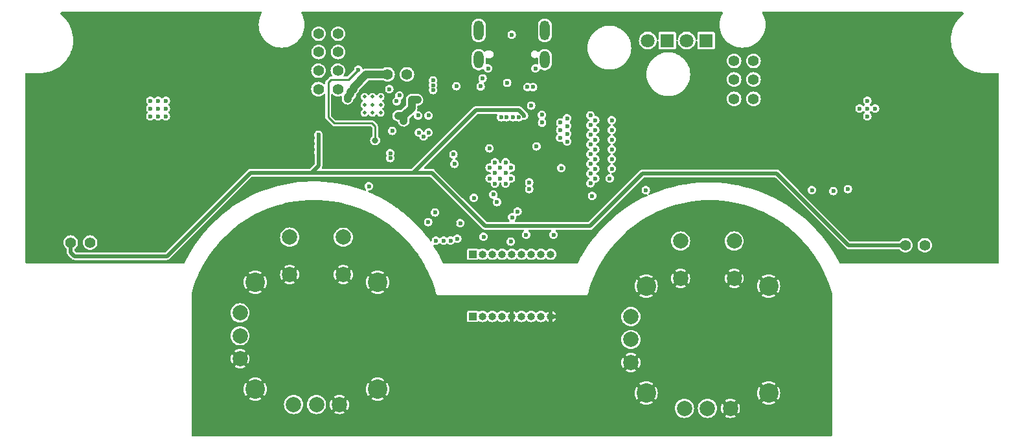
<source format=gbr>
%TF.GenerationSoftware,KiCad,Pcbnew,(7.0.0)*%
%TF.CreationDate,2023-10-05T11:29:09+03:00*%
%TF.ProjectId,Controller,436f6e74-726f-46c6-9c65-722e6b696361,1.0*%
%TF.SameCoordinates,Original*%
%TF.FileFunction,Copper,L3,Inr*%
%TF.FilePolarity,Positive*%
%FSLAX46Y46*%
G04 Gerber Fmt 4.6, Leading zero omitted, Abs format (unit mm)*
G04 Created by KiCad (PCBNEW (7.0.0)) date 2023-10-05 11:29:09*
%MOMM*%
%LPD*%
G01*
G04 APERTURE LIST*
%TA.AperFunction,ComponentPad*%
%ADD10C,2.540000*%
%TD*%
%TA.AperFunction,ComponentPad*%
%ADD11C,2.000000*%
%TD*%
%TA.AperFunction,ComponentPad*%
%ADD12O,1.300000X2.300000*%
%TD*%
%TA.AperFunction,ComponentPad*%
%ADD13O,1.300000X2.600000*%
%TD*%
%TA.AperFunction,ComponentPad*%
%ADD14R,1.800000X1.800000*%
%TD*%
%TA.AperFunction,ComponentPad*%
%ADD15C,1.800000*%
%TD*%
%TA.AperFunction,ComponentPad*%
%ADD16C,1.400000*%
%TD*%
%TA.AperFunction,ComponentPad*%
%ADD17C,0.500000*%
%TD*%
%TA.AperFunction,ComponentPad*%
%ADD18R,1.000000X1.000000*%
%TD*%
%TA.AperFunction,ComponentPad*%
%ADD19O,1.000000X1.000000*%
%TD*%
%TA.AperFunction,HeatsinkPad*%
%ADD20C,0.600000*%
%TD*%
%TA.AperFunction,ViaPad*%
%ADD21C,0.600000*%
%TD*%
%TA.AperFunction,ViaPad*%
%ADD22C,0.800000*%
%TD*%
%TA.AperFunction,Conductor*%
%ADD23C,1.000000*%
%TD*%
%TA.AperFunction,Conductor*%
%ADD24C,0.500000*%
%TD*%
%TA.AperFunction,Conductor*%
%ADD25C,0.250000*%
%TD*%
G04 APERTURE END LIST*
D10*
%TO.N,GND*%
%TO.C,U502*%
X107952000Y-106537000D03*
X107952000Y-120537000D03*
X123952000Y-106537000D03*
X123952000Y-120537000D03*
D11*
%TO.N,/Controller_Peripherals/JYL_SW*%
X112452000Y-100637000D03*
X119452000Y-100647000D03*
%TO.N,GND*%
X112452000Y-105537000D03*
X119452000Y-105537000D03*
%TO.N,VAA*%
X112952000Y-122537000D03*
%TO.N,/Controller_Peripherals/XL*%
X115952000Y-122537000D03*
%TO.N,GND*%
X118952000Y-122537000D03*
%TO.N,VAA*%
X105952000Y-110537000D03*
%TO.N,/Controller_Peripherals/YL*%
X105952000Y-113537000D03*
%TO.N,GND*%
X105952000Y-116537000D03*
%TD*%
D12*
%TO.N,Earth*%
%TO.C,J101*%
X145797999Y-77432999D03*
D13*
X145797999Y-73607999D03*
D12*
X137157999Y-77432999D03*
D13*
X137157999Y-73607999D03*
%TD*%
D14*
%TO.N,Net-(D501-K)*%
%TO.C,D501*%
X161797999Y-74929999D03*
D15*
%TO.N,/Controller_Peripherals/IR_LED*%
X159258000Y-74930000D03*
%TD*%
D16*
%TO.N,/Controller_Peripherals/SW_1*%
%TO.C,SW506*%
X116230400Y-74041000D03*
%TO.N,GND*%
X118770400Y-74041000D03*
%TD*%
D17*
%TO.N,GND*%
%TO.C,U304*%
X124334500Y-84385000D03*
X124334500Y-83335000D03*
X124334500Y-82285000D03*
X123284500Y-84385000D03*
X123284500Y-83335000D03*
X123284500Y-82285000D03*
X122234500Y-84385000D03*
X122234500Y-83335000D03*
X122234500Y-82285000D03*
%TD*%
D16*
%TO.N,/Controller_Peripherals/SW_3*%
%TO.C,SW508*%
X170535600Y-82550000D03*
%TO.N,GND*%
X173075600Y-82550000D03*
%TD*%
D18*
%TO.N,VAA*%
%TO.C,J503*%
X136397999Y-110997999D03*
D19*
%TO.N,/Controller_Peripherals/JYL_SW*%
X137667999Y-110997999D03*
%TO.N,/Controller_Peripherals/YL*%
X138937999Y-110997999D03*
%TO.N,/Controller_Peripherals/XL*%
X140207999Y-110997999D03*
%TO.N,GND*%
X141477999Y-110997999D03*
%TO.N,/Controller_Peripherals/XR*%
X142747999Y-110997999D03*
%TO.N,/Controller_Peripherals/YR*%
X144017999Y-110997999D03*
%TO.N,/Controller_Peripherals/JYR_SW*%
X145287999Y-110997999D03*
%TO.N,GND*%
X146557999Y-110997999D03*
%TD*%
D16*
%TO.N,VCC*%
%TO.C,M501*%
X192933000Y-101707000D03*
%TO.N,Net-(M501--)*%
X195473000Y-101707000D03*
%TD*%
D18*
%TO.N,VAA*%
%TO.C,J503*%
X136402999Y-102869999D03*
D19*
%TO.N,/Controller_Peripherals/JYL_SW*%
X137672999Y-102869999D03*
%TO.N,/Controller_Peripherals/YL*%
X138942999Y-102869999D03*
%TO.N,/Controller_Peripherals/XL*%
X140212999Y-102869999D03*
%TO.N,GND*%
X141482999Y-102869999D03*
%TO.N,/Controller_Peripherals/XR*%
X142752999Y-102869999D03*
%TO.N,/Controller_Peripherals/YR*%
X144022999Y-102869999D03*
%TO.N,/Controller_Peripherals/JYR_SW*%
X145292999Y-102869999D03*
%TO.N,GND*%
X146562999Y-102869999D03*
%TD*%
D16*
%TO.N,/Controller_Peripherals/SW_SPST*%
%TO.C,SW505*%
X170541000Y-77597000D03*
%TO.N,GND*%
X173081000Y-77597000D03*
%TD*%
%TO.N,/Controller_Power/BATT+*%
%TO.C,BT301*%
X125242000Y-79350000D03*
%TO.N,/Controller_Power/BATT-*%
X127782000Y-79350000D03*
%TD*%
%TO.N,/Controller_Power/~{QON}*%
%TO.C,SW301*%
X118745000Y-81280000D03*
%TO.N,GND*%
X116205000Y-81280000D03*
%TD*%
%TO.N,VCC*%
%TO.C,M502*%
X83820000Y-101346000D03*
%TO.N,Net-(M502--)*%
X86360000Y-101346000D03*
%TD*%
D10*
%TO.N,GND*%
%TO.C,U504*%
X159053000Y-107038000D03*
X159053000Y-121038000D03*
X175053000Y-107038000D03*
X175053000Y-121038000D03*
D11*
%TO.N,/Controller_Peripherals/JYR_SW*%
X163553000Y-101138000D03*
X170553000Y-101148000D03*
%TO.N,GND*%
X163553000Y-106038000D03*
X170553000Y-106038000D03*
%TO.N,VAA*%
X164053000Y-123038000D03*
%TO.N,/Controller_Peripherals/XR*%
X167053000Y-123038000D03*
%TO.N,GND*%
X170053000Y-123038000D03*
%TO.N,VAA*%
X157053000Y-111038000D03*
%TO.N,/Controller_Peripherals/YR*%
X157053000Y-114038000D03*
%TO.N,GND*%
X157053000Y-117038000D03*
%TD*%
D16*
%TO.N,Net-(U304-TS)*%
%TO.C,TH301*%
X118745000Y-78867000D03*
%TO.N,GND*%
X116205000Y-78867000D03*
%TD*%
D14*
%TO.N,/Controller_Peripherals/IR_RECV*%
%TO.C,Q504*%
X166877999Y-74929999D03*
D15*
%TO.N,GND*%
X164338000Y-74930000D03*
%TD*%
D16*
%TO.N,/Controller_Peripherals/SW_2*%
%TO.C,SW507*%
X116230400Y-76440000D03*
%TO.N,GND*%
X118770400Y-76440000D03*
%TD*%
%TO.N,/Controller_Peripherals/SW_4*%
%TO.C,SW509*%
X170535600Y-80010000D03*
%TO.N,GND*%
X173075600Y-80010000D03*
%TD*%
D20*
%TO.N,GND*%
%TO.C,U401*%
X138578000Y-91557000D03*
X138578000Y-92957000D03*
X139278000Y-90857000D03*
X139278000Y-92257000D03*
X139278000Y-93657000D03*
X139978000Y-91557000D03*
X139978000Y-92957000D03*
X140678000Y-90857000D03*
X140678000Y-92257000D03*
X140678000Y-93657000D03*
X141378000Y-91557000D03*
X141378000Y-92957000D03*
%TD*%
D21*
%TO.N,/Controller_Power/BATT+*%
X120777000Y-81280000D03*
X120396000Y-81915000D03*
X120015000Y-82550000D03*
%TO.N,+3V3*%
X126746000Y-89662000D03*
X193040000Y-90297000D03*
X131445000Y-98679000D03*
X153645000Y-87909000D03*
X128016000Y-88773000D03*
X168452800Y-76606400D03*
X147955000Y-90599000D03*
X153670000Y-89154000D03*
X137922000Y-87630000D03*
X153289000Y-92964000D03*
X150825200Y-80111600D03*
X127508000Y-89662000D03*
X144170400Y-96316800D03*
X128590000Y-80960000D03*
X95250000Y-72517000D03*
X95250000Y-95250000D03*
X153645000Y-91719000D03*
X106680000Y-83820000D03*
X83947000Y-83820000D03*
X128016000Y-87503000D03*
X133985000Y-98806000D03*
X141668500Y-80708500D03*
X143891000Y-88773000D03*
X153645000Y-85369000D03*
X144018000Y-73863200D03*
X139446000Y-89154000D03*
X141224000Y-95062500D03*
X153670000Y-90424000D03*
X153670000Y-86614000D03*
X143256000Y-85659000D03*
X145348500Y-83646000D03*
%TO.N,GND*%
X94234000Y-82804000D03*
X185420000Y-94361000D03*
X154559000Y-87884000D03*
X142240000Y-97282000D03*
X152400000Y-86614000D03*
X125603000Y-90297000D03*
X143357600Y-100330000D03*
X152400000Y-92964000D03*
X94234000Y-84836000D03*
X133477000Y-101092000D03*
X142367000Y-84963000D03*
X96266000Y-84836000D03*
X134747000Y-98806000D03*
X154279600Y-92964000D03*
X187960000Y-82804000D03*
X159004000Y-94488000D03*
X146939000Y-100330000D03*
X129946400Y-87477600D03*
X154559000Y-91694000D03*
X152400000Y-91694000D03*
X96266000Y-82804000D03*
X95250000Y-83820000D03*
X148717000Y-85090000D03*
X148717000Y-88138000D03*
X152400000Y-85344000D03*
X188976000Y-83820000D03*
X139065000Y-95062500D03*
X130556000Y-98679000D03*
X141351000Y-101219000D03*
X140884500Y-80455502D03*
X125857000Y-86741000D03*
X137795000Y-100584000D03*
X134239000Y-80899000D03*
X148717000Y-87122000D03*
X187960000Y-84836000D03*
X183515000Y-94615000D03*
X141478000Y-109093000D03*
X134366000Y-100838000D03*
X125476000Y-81280000D03*
X122809000Y-93980000D03*
X145440400Y-85648800D03*
X141528800Y-98044000D03*
X144701456Y-88773540D03*
X148717000Y-86106000D03*
X154559000Y-85344000D03*
X147955000Y-91615000D03*
X152400000Y-87884000D03*
X131191000Y-80772000D03*
X143764000Y-93472000D03*
X140081000Y-84963000D03*
X141478000Y-74168000D03*
X138392263Y-78571900D03*
X154559000Y-90424000D03*
X137414000Y-80924400D03*
X132588000Y-101092000D03*
X154559000Y-86614000D03*
X180721000Y-94488000D03*
X152400000Y-89154000D03*
X144576800Y-78587600D03*
X131572000Y-101092000D03*
X186944000Y-83820000D03*
X136525000Y-95504000D03*
X131191000Y-80137000D03*
X125603000Y-89662000D03*
X152400000Y-90424000D03*
X144018000Y-83439000D03*
X143522497Y-81017498D03*
X187960000Y-83820000D03*
X131191000Y-81407000D03*
X154559000Y-89154000D03*
X151982367Y-95251300D03*
%TO.N,VCC*%
X143084029Y-84744774D03*
X116205000Y-88011000D03*
X116205000Y-89535000D03*
X116205000Y-87249000D03*
X116205000Y-88773000D03*
%TO.N,VBUS*%
X126618833Y-84785200D03*
X127355600Y-84785200D03*
X128397000Y-82677000D03*
X127355600Y-85432500D03*
X129159000Y-82677000D03*
%TO.N,/Controller_Power/REGN*%
X121412000Y-78740000D03*
D22*
X123610500Y-87978556D03*
D21*
%TO.N,/Interface_USB_C_2.0/USB_SEL*%
X144272000Y-81017498D03*
%TO.N,/Controller_Power/BQ_SDA*%
X126800137Y-82099471D03*
X130606800Y-84734400D03*
X130606800Y-86969600D03*
%TO.N,/Controller_Power/BQ_SCL*%
X129336800Y-86969600D03*
X129235200Y-84734400D03*
X126432000Y-82871000D03*
%TO.N,/Controller_Peripherals/SW_UP*%
X95250000Y-82804000D03*
%TO.N,/Controller_Peripherals/SW_DN*%
X95250000Y-84836000D03*
%TO.N,/Controller_Peripherals/SW_RT*%
X96266000Y-83820000D03*
%TO.N,/Controller_Peripherals/SW_LT*%
X94234000Y-83820000D03*
%TO.N,/Interface_USB_C_2.0/USB_D1-*%
X140832529Y-84955251D03*
%TO.N,/Interface_USB_C_2.0/USB_D1+*%
X141605000Y-84963000D03*
%TO.N,/Interface_USB_C_2.0/VIN_FLG*%
X137668000Y-79883000D03*
%TO.N,/Controller_Peripherals/AUX_SDA*%
X138557000Y-89027000D03*
X133985000Y-91059000D03*
%TO.N,/Controller_Peripherals/AUX_SCL*%
X133858000Y-89817000D03*
%TO.N,/Controller_Peripherals/LCD_EN*%
X151765000Y-84709000D03*
%TO.N,/Controller_Peripherals/LCD_CK*%
X147796000Y-87646000D03*
%TO.N,/Controller_Peripherals/LCD_CS*%
X147812000Y-86646000D03*
%TO.N,/Controller_Peripherals/LCD_DI*%
X147828000Y-85646000D03*
%TO.N,/Controller_Peripherals/LCD_DO*%
X145415000Y-84646000D03*
%TO.N,/Controller_Peripherals/LCD_BL*%
X139540500Y-96044500D03*
X143764000Y-94361000D03*
%TO.N,/Controller_Peripherals/SD_DET*%
X151765000Y-85979000D03*
%TO.N,/Controller_Peripherals/SD_D0*%
X151765000Y-88519000D03*
%TO.N,/Controller_Peripherals/SD_D1*%
X151765000Y-87249000D03*
%TO.N,/Controller_Peripherals/SD_D2*%
X151765000Y-93599000D03*
%TO.N,/Controller_Peripherals/SD_D3*%
X151765000Y-92329000D03*
%TO.N,/Controller_Peripherals/SD_CK*%
X151765000Y-89789000D03*
%TO.N,/Controller_Peripherals/SD_CMD*%
X151765000Y-91059000D03*
%TO.N,/RF_MODULE_ESP32-S3-WROOM-1U/CHIP_EN*%
X131445000Y-97409000D03*
%TD*%
D23*
%TO.N,/Controller_Power/BATT+*%
X122453000Y-79350000D02*
X125242000Y-79350000D01*
X120777000Y-81280000D02*
X120777000Y-81026000D01*
X120396000Y-81661000D02*
X120777000Y-81280000D01*
X120015000Y-82550000D02*
X120015000Y-82296000D01*
X120015000Y-82296000D02*
X120396000Y-81915000D01*
X120396000Y-81915000D02*
X120396000Y-81661000D01*
X120777000Y-81026000D02*
X122453000Y-79350000D01*
D24*
%TO.N,VCC*%
X131013200Y-92202000D02*
X137972800Y-99161600D01*
X84328000Y-103124000D02*
X83820000Y-102616000D01*
X116205000Y-89535000D02*
X116205000Y-87249000D01*
X83820000Y-102616000D02*
X83820000Y-101346000D01*
X107315000Y-92202000D02*
X96393000Y-103124000D01*
X151739600Y-99161600D02*
X158597600Y-92303600D01*
X116205000Y-89535000D02*
X116205000Y-91313000D01*
X115316000Y-92202000D02*
X107315000Y-92202000D01*
X115316000Y-92202000D02*
X128625600Y-92202000D01*
X142417150Y-84023200D02*
X143084029Y-84690079D01*
X128625600Y-92202000D02*
X136804400Y-84023200D01*
X116205000Y-91313000D02*
X115316000Y-92202000D01*
X137972800Y-99161600D02*
X151739600Y-99161600D01*
X176123600Y-92303600D02*
X185527000Y-101707000D01*
X143084029Y-84690079D02*
X143084029Y-84744774D01*
X185527000Y-101707000D02*
X192933000Y-101707000D01*
X158597600Y-92303600D02*
X176123600Y-92303600D01*
X136804400Y-84023200D02*
X142417150Y-84023200D01*
X128625600Y-92202000D02*
X131013200Y-92202000D01*
X96393000Y-103124000D02*
X84328000Y-103124000D01*
D23*
%TO.N,VBUS*%
X127355600Y-84785200D02*
X127355600Y-85432500D01*
X127355600Y-84785200D02*
X128397000Y-83743800D01*
X127355600Y-84785200D02*
X126618833Y-84785200D01*
X128397000Y-83743800D02*
X128397000Y-82677000D01*
X129159000Y-82677000D02*
X128397000Y-82677000D01*
D25*
%TO.N,/Controller_Power/REGN*%
X123190000Y-85725000D02*
X118237000Y-85725000D01*
X117856000Y-80010000D02*
X120142000Y-80010000D01*
X123610500Y-87978556D02*
X123610500Y-86145500D01*
X123610500Y-86145500D02*
X123190000Y-85725000D01*
X117475000Y-80391000D02*
X117856000Y-80010000D01*
X120142000Y-80010000D02*
X121412000Y-78740000D01*
X117475000Y-84963000D02*
X117475000Y-80391000D01*
X118237000Y-85725000D02*
X117475000Y-84963000D01*
%TD*%
%TA.AperFunction,Conductor*%
%TO.N,GND*%
G36*
X116398970Y-95793232D02*
G01*
X116404935Y-95793520D01*
X117198987Y-95851037D01*
X117204902Y-95851610D01*
X117995282Y-95947484D01*
X118001171Y-95948344D01*
X118785957Y-96082341D01*
X118791801Y-96083485D01*
X119443700Y-96227562D01*
X119569164Y-96255291D01*
X119574990Y-96256727D01*
X119583534Y-96259054D01*
X120343140Y-96465944D01*
X120348854Y-96467650D01*
X121106006Y-96713796D01*
X121111594Y-96715763D01*
X121855945Y-96998252D01*
X121861479Y-97000507D01*
X122591286Y-97318676D01*
X122596684Y-97321186D01*
X123310240Y-97674293D01*
X123315532Y-97677074D01*
X124011161Y-98064286D01*
X124016282Y-98067301D01*
X124634453Y-98451705D01*
X124692357Y-98487712D01*
X124697370Y-98490999D01*
X125352323Y-98943636D01*
X125357149Y-98947147D01*
X125801130Y-99286861D01*
X125989414Y-99430927D01*
X125994090Y-99434688D01*
X126602207Y-99948489D01*
X126606675Y-99952454D01*
X126886136Y-100212763D01*
X127189218Y-100495074D01*
X127193509Y-100499269D01*
X127407307Y-100718670D01*
X127687132Y-101005830D01*
X127749115Y-101069437D01*
X127753198Y-101073835D01*
X128280562Y-101670212D01*
X128284427Y-101674803D01*
X128782330Y-102296010D01*
X128785969Y-102300782D01*
X129253217Y-102945328D01*
X129256621Y-102950271D01*
X129692147Y-103616686D01*
X129695307Y-103621787D01*
X129768562Y-103746683D01*
X130098078Y-104308489D01*
X130100971Y-104313704D01*
X130240919Y-104581177D01*
X130470064Y-105019126D01*
X130472716Y-105024509D01*
X130807226Y-105746915D01*
X130809615Y-105752420D01*
X131108784Y-106490169D01*
X131110904Y-106495783D01*
X131374028Y-107247145D01*
X131375874Y-107252855D01*
X131593227Y-107985366D01*
X131597830Y-108009292D01*
X131598120Y-108012457D01*
X131598121Y-108012461D01*
X131599172Y-108023896D01*
X131604283Y-108034180D01*
X131604284Y-108034183D01*
X131605499Y-108036627D01*
X131610263Y-108049180D01*
X131613084Y-108055475D01*
X131615632Y-108064892D01*
X131620965Y-108073061D01*
X131620966Y-108073062D01*
X131628042Y-108083900D01*
X131635253Y-108096500D01*
X131644056Y-108114212D01*
X131644057Y-108114213D01*
X131649171Y-108124503D01*
X131657655Y-108132249D01*
X131657656Y-108132250D01*
X131658467Y-108132990D01*
X131663190Y-108137734D01*
X131667671Y-108144597D01*
X131675268Y-108150718D01*
X131694540Y-108166246D01*
X131700351Y-108171232D01*
X131723652Y-108192507D01*
X131732138Y-108200255D01*
X131741035Y-108203709D01*
X131741793Y-108204320D01*
X131785106Y-108220825D01*
X131785832Y-108221104D01*
X131836866Y-108240920D01*
X131882624Y-108240954D01*
X131888663Y-108241108D01*
X131925814Y-108242965D01*
X131932235Y-108241227D01*
X131936559Y-108240996D01*
X151090608Y-108255838D01*
X151095249Y-108256088D01*
X151101894Y-108257884D01*
X151138633Y-108256036D01*
X151144921Y-108255880D01*
X151161948Y-108255894D01*
X151167591Y-108254843D01*
X151171334Y-108254499D01*
X151176455Y-108254134D01*
X151196963Y-108253104D01*
X151206092Y-108249621D01*
X151206825Y-108249467D01*
X151227072Y-108243771D01*
X151244549Y-108240519D01*
X151258059Y-108232167D01*
X151273570Y-108224501D01*
X151276774Y-108222660D01*
X151285902Y-108219179D01*
X151302288Y-108205966D01*
X151314910Y-108197029D01*
X151340114Y-108181452D01*
X151347482Y-108171709D01*
X151352912Y-108165149D01*
X151360004Y-108159432D01*
X151377952Y-108131919D01*
X151382885Y-108124902D01*
X151407888Y-108091849D01*
X151410835Y-108081520D01*
X151412017Y-108079709D01*
X151423689Y-108036510D01*
X151424078Y-108035108D01*
X151425111Y-108031488D01*
X151425377Y-108030571D01*
X151650975Y-107269350D01*
X151652815Y-107263653D01*
X151653643Y-107261287D01*
X151730055Y-107042854D01*
X157528682Y-107042854D01*
X157546690Y-107271663D01*
X157548208Y-107281249D01*
X157601786Y-107504421D01*
X157604788Y-107513658D01*
X157692616Y-107725694D01*
X157697030Y-107734357D01*
X157805974Y-107912136D01*
X157813795Y-107920113D01*
X157823263Y-107914182D01*
X158687904Y-107049542D01*
X158694568Y-107038000D01*
X159411431Y-107038000D01*
X159418095Y-107049542D01*
X160282735Y-107914182D01*
X160292203Y-107920113D01*
X160300023Y-107912138D01*
X160408975Y-107734348D01*
X160413380Y-107725701D01*
X160501211Y-107513658D01*
X160504213Y-107504421D01*
X160557791Y-107281249D01*
X160559309Y-107271663D01*
X160574331Y-107080802D01*
X162867117Y-107080802D01*
X162874550Y-107088913D01*
X162921172Y-107121558D01*
X162930522Y-107126956D01*
X163118932Y-107214813D01*
X163129074Y-107218505D01*
X163329886Y-107272311D01*
X163340501Y-107274183D01*
X163547605Y-107292303D01*
X163558395Y-107292303D01*
X163765498Y-107274183D01*
X163776113Y-107272311D01*
X163976925Y-107218505D01*
X163987067Y-107214813D01*
X164175485Y-107126953D01*
X164184817Y-107121565D01*
X164231450Y-107088912D01*
X164238881Y-107080803D01*
X164238880Y-107080802D01*
X169867117Y-107080802D01*
X169874550Y-107088913D01*
X169921172Y-107121558D01*
X169930522Y-107126956D01*
X170118932Y-107214813D01*
X170129074Y-107218505D01*
X170329886Y-107272311D01*
X170340501Y-107274183D01*
X170547605Y-107292303D01*
X170558395Y-107292303D01*
X170765498Y-107274183D01*
X170776113Y-107272311D01*
X170976925Y-107218505D01*
X170987067Y-107214813D01*
X171175485Y-107126953D01*
X171184817Y-107121565D01*
X171231450Y-107088912D01*
X171238881Y-107080803D01*
X171232967Y-107071520D01*
X171204301Y-107042854D01*
X173528682Y-107042854D01*
X173546690Y-107271663D01*
X173548208Y-107281249D01*
X173601786Y-107504421D01*
X173604788Y-107513658D01*
X173692616Y-107725694D01*
X173697030Y-107734357D01*
X173805974Y-107912136D01*
X173813795Y-107920113D01*
X173823263Y-107914182D01*
X174687904Y-107049542D01*
X174694568Y-107038000D01*
X175411431Y-107038000D01*
X175418095Y-107049542D01*
X176282735Y-107914182D01*
X176292203Y-107920113D01*
X176300023Y-107912138D01*
X176408975Y-107734348D01*
X176413380Y-107725701D01*
X176501211Y-107513658D01*
X176504213Y-107504421D01*
X176557791Y-107281249D01*
X176559309Y-107271663D01*
X176577318Y-107042854D01*
X176577318Y-107033146D01*
X176559309Y-106804336D01*
X176557791Y-106794750D01*
X176504213Y-106571578D01*
X176501211Y-106562341D01*
X176413383Y-106350305D01*
X176408969Y-106341642D01*
X176300024Y-106163862D01*
X176292203Y-106155885D01*
X176282735Y-106161816D01*
X175418095Y-107026457D01*
X175411431Y-107038000D01*
X174694568Y-107038000D01*
X174687904Y-107026457D01*
X173823263Y-106161816D01*
X173813795Y-106155885D01*
X173805974Y-106163862D01*
X173697030Y-106341642D01*
X173692616Y-106350305D01*
X173604788Y-106562341D01*
X173601786Y-106571578D01*
X173548208Y-106794750D01*
X173546690Y-106804336D01*
X173528682Y-107033146D01*
X173528682Y-107042854D01*
X171204301Y-107042854D01*
X170564542Y-106403095D01*
X170553000Y-106396431D01*
X170541457Y-106403095D01*
X169873028Y-107071523D01*
X169867117Y-107080802D01*
X164238880Y-107080802D01*
X164232967Y-107071520D01*
X163564542Y-106403095D01*
X163553000Y-106396431D01*
X163541457Y-106403095D01*
X162873028Y-107071523D01*
X162867117Y-107080802D01*
X160574331Y-107080802D01*
X160577318Y-107042854D01*
X160577318Y-107033146D01*
X160559309Y-106804336D01*
X160557791Y-106794750D01*
X160504213Y-106571578D01*
X160501211Y-106562341D01*
X160413383Y-106350305D01*
X160408969Y-106341642D01*
X160300024Y-106163862D01*
X160292203Y-106155885D01*
X160282735Y-106161816D01*
X159418095Y-107026457D01*
X159411431Y-107038000D01*
X158694568Y-107038000D01*
X158687904Y-107026457D01*
X157823263Y-106161816D01*
X157813795Y-106155885D01*
X157805974Y-106163862D01*
X157697030Y-106341642D01*
X157692616Y-106350305D01*
X157604788Y-106562341D01*
X157601786Y-106571578D01*
X157548208Y-106794750D01*
X157546690Y-106804336D01*
X157528682Y-107033146D01*
X157528682Y-107042854D01*
X151730055Y-107042854D01*
X151915085Y-106513920D01*
X151917198Y-106508322D01*
X151918140Y-106505997D01*
X152204639Y-105798795D01*
X158170885Y-105798795D01*
X158176816Y-105808263D01*
X159041457Y-106672904D01*
X159053000Y-106679568D01*
X159064542Y-106672904D01*
X159694050Y-106043395D01*
X162298697Y-106043395D01*
X162316816Y-106250498D01*
X162318688Y-106261113D01*
X162372494Y-106461925D01*
X162376186Y-106472067D01*
X162464043Y-106660477D01*
X162469441Y-106669827D01*
X162502084Y-106716447D01*
X162510197Y-106723881D01*
X162519475Y-106717970D01*
X163187904Y-106049542D01*
X163194568Y-106038000D01*
X163911431Y-106038000D01*
X163918095Y-106049542D01*
X164586520Y-106717967D01*
X164595803Y-106723881D01*
X164603912Y-106716450D01*
X164636565Y-106669817D01*
X164641953Y-106660485D01*
X164729813Y-106472067D01*
X164733505Y-106461925D01*
X164787311Y-106261113D01*
X164789183Y-106250498D01*
X164807303Y-106043395D01*
X169298697Y-106043395D01*
X169316816Y-106250498D01*
X169318688Y-106261113D01*
X169372494Y-106461925D01*
X169376186Y-106472067D01*
X169464043Y-106660477D01*
X169469441Y-106669827D01*
X169502084Y-106716447D01*
X169510197Y-106723881D01*
X169519475Y-106717970D01*
X170187904Y-106049542D01*
X170194568Y-106038000D01*
X170911431Y-106038000D01*
X170918095Y-106049542D01*
X171586520Y-106717967D01*
X171595803Y-106723881D01*
X171603912Y-106716450D01*
X171636565Y-106669817D01*
X171641953Y-106660485D01*
X171729813Y-106472067D01*
X171733505Y-106461925D01*
X171787311Y-106261113D01*
X171789183Y-106250498D01*
X171807303Y-106043395D01*
X171807303Y-106032605D01*
X171789183Y-105825501D01*
X171787311Y-105814886D01*
X171783000Y-105798795D01*
X174170885Y-105798795D01*
X174176816Y-105808263D01*
X175041457Y-106672904D01*
X175053000Y-106679568D01*
X175064542Y-106672904D01*
X175929182Y-105808263D01*
X175935113Y-105798795D01*
X175927136Y-105790974D01*
X175749357Y-105682030D01*
X175740694Y-105677616D01*
X175528658Y-105589788D01*
X175519421Y-105586786D01*
X175296249Y-105533208D01*
X175286663Y-105531690D01*
X175057854Y-105513682D01*
X175048146Y-105513682D01*
X174819336Y-105531690D01*
X174809750Y-105533208D01*
X174586578Y-105586786D01*
X174577341Y-105589788D01*
X174365305Y-105677616D01*
X174356642Y-105682030D01*
X174178862Y-105790974D01*
X174170885Y-105798795D01*
X171783000Y-105798795D01*
X171733505Y-105614074D01*
X171729813Y-105603932D01*
X171641955Y-105415520D01*
X171636559Y-105406175D01*
X171603913Y-105359552D01*
X171595801Y-105352119D01*
X171586519Y-105358032D01*
X170918095Y-106026457D01*
X170911431Y-106038000D01*
X170194568Y-106038000D01*
X170187904Y-106026457D01*
X169519476Y-105358029D01*
X169510197Y-105352118D01*
X169502086Y-105359551D01*
X169469441Y-105406173D01*
X169464043Y-105415523D01*
X169376186Y-105603932D01*
X169372494Y-105614074D01*
X169318688Y-105814886D01*
X169316816Y-105825501D01*
X169298697Y-106032605D01*
X169298697Y-106043395D01*
X164807303Y-106043395D01*
X164807303Y-106032605D01*
X164789183Y-105825501D01*
X164787311Y-105814886D01*
X164733505Y-105614074D01*
X164729813Y-105603932D01*
X164641955Y-105415520D01*
X164636559Y-105406175D01*
X164603913Y-105359552D01*
X164595801Y-105352119D01*
X164586519Y-105358032D01*
X163918095Y-106026457D01*
X163911431Y-106038000D01*
X163194568Y-106038000D01*
X163187904Y-106026457D01*
X162519476Y-105358029D01*
X162510197Y-105352118D01*
X162502086Y-105359551D01*
X162469441Y-105406173D01*
X162464043Y-105415523D01*
X162376186Y-105603932D01*
X162372494Y-105614074D01*
X162318688Y-105814886D01*
X162316816Y-105825501D01*
X162298697Y-106032605D01*
X162298697Y-106043395D01*
X159694050Y-106043395D01*
X159929182Y-105808263D01*
X159935113Y-105798795D01*
X159927136Y-105790974D01*
X159749357Y-105682030D01*
X159740694Y-105677616D01*
X159528658Y-105589788D01*
X159519421Y-105586786D01*
X159296249Y-105533208D01*
X159286663Y-105531690D01*
X159057854Y-105513682D01*
X159048146Y-105513682D01*
X158819336Y-105531690D01*
X158809750Y-105533208D01*
X158586578Y-105586786D01*
X158577341Y-105589788D01*
X158365305Y-105677616D01*
X158356642Y-105682030D01*
X158178862Y-105790974D01*
X158170885Y-105798795D01*
X152204639Y-105798795D01*
X152215436Y-105772143D01*
X152217792Y-105766709D01*
X152551302Y-105045806D01*
X152553926Y-105040474D01*
X152577596Y-104995197D01*
X162867118Y-104995197D01*
X162873029Y-105004476D01*
X163541457Y-105672904D01*
X163552999Y-105679568D01*
X163564542Y-105672904D01*
X164232970Y-105004475D01*
X164238881Y-104995197D01*
X169867118Y-104995197D01*
X169873029Y-105004476D01*
X170541457Y-105672904D01*
X170552999Y-105679568D01*
X170564542Y-105672904D01*
X171232970Y-105004475D01*
X171238881Y-104995197D01*
X171231447Y-104987084D01*
X171184827Y-104954441D01*
X171175477Y-104949043D01*
X170987067Y-104861186D01*
X170976925Y-104857494D01*
X170776113Y-104803688D01*
X170765498Y-104801816D01*
X170558395Y-104783697D01*
X170547605Y-104783697D01*
X170340501Y-104801816D01*
X170329886Y-104803688D01*
X170129074Y-104857494D01*
X170118932Y-104861186D01*
X169930523Y-104949043D01*
X169921173Y-104954441D01*
X169874551Y-104987086D01*
X169867118Y-104995197D01*
X164238881Y-104995197D01*
X164231447Y-104987084D01*
X164184827Y-104954441D01*
X164175477Y-104949043D01*
X163987067Y-104861186D01*
X163976925Y-104857494D01*
X163776113Y-104803688D01*
X163765498Y-104801816D01*
X163558395Y-104783697D01*
X163547605Y-104783697D01*
X163340501Y-104801816D01*
X163329886Y-104803688D01*
X163129074Y-104857494D01*
X163118932Y-104861186D01*
X162930523Y-104949043D01*
X162921173Y-104954441D01*
X162874551Y-104987086D01*
X162867118Y-104995197D01*
X152577596Y-104995197D01*
X152921935Y-104336523D01*
X152924807Y-104331338D01*
X153326434Y-103646028D01*
X153329572Y-103640960D01*
X153763867Y-102975906D01*
X153767229Y-102971020D01*
X154233206Y-102327730D01*
X154236816Y-102322994D01*
X154733334Y-101703042D01*
X154737192Y-101698458D01*
X154751544Y-101682216D01*
X155232419Y-101138000D01*
X162297723Y-101138000D01*
X162298195Y-101143395D01*
X162316320Y-101350578D01*
X162316321Y-101350585D01*
X162316793Y-101355977D01*
X162318192Y-101361199D01*
X162318194Y-101361209D01*
X162372024Y-101562102D01*
X162373425Y-101567330D01*
X162375709Y-101572229D01*
X162375712Y-101572236D01*
X162463611Y-101760736D01*
X162463614Y-101760742D01*
X162465898Y-101765639D01*
X162468997Y-101770066D01*
X162468999Y-101770068D01*
X162588296Y-101940442D01*
X162588299Y-101940446D01*
X162591402Y-101944877D01*
X162746123Y-102099598D01*
X162750555Y-102102701D01*
X162750557Y-102102703D01*
X162819241Y-102150796D01*
X162925361Y-102225102D01*
X162930261Y-102227387D01*
X162930263Y-102227388D01*
X163111171Y-102311747D01*
X163123670Y-102317575D01*
X163239110Y-102348507D01*
X163329790Y-102372805D01*
X163329791Y-102372805D01*
X163335023Y-102374207D01*
X163553000Y-102393277D01*
X163770977Y-102374207D01*
X163982330Y-102317575D01*
X164180639Y-102225102D01*
X164359877Y-102099598D01*
X164514598Y-101944877D01*
X164640102Y-101765639D01*
X164732575Y-101567330D01*
X164789207Y-101355977D01*
X164807402Y-101148000D01*
X169297723Y-101148000D01*
X169298195Y-101153395D01*
X169316320Y-101360578D01*
X169316321Y-101360585D01*
X169316793Y-101365977D01*
X169318192Y-101371199D01*
X169318194Y-101371209D01*
X169372024Y-101572102D01*
X169373425Y-101577330D01*
X169375709Y-101582229D01*
X169375712Y-101582236D01*
X169463611Y-101770736D01*
X169463614Y-101770742D01*
X169465898Y-101775639D01*
X169468997Y-101780066D01*
X169468999Y-101780068D01*
X169588296Y-101950442D01*
X169588299Y-101950446D01*
X169591402Y-101954877D01*
X169746123Y-102109598D01*
X169750555Y-102112701D01*
X169750557Y-102112703D01*
X169876788Y-102201091D01*
X169925361Y-102235102D01*
X169930261Y-102237387D01*
X169930263Y-102237388D01*
X170109520Y-102320977D01*
X170123670Y-102327575D01*
X170264073Y-102365196D01*
X170329790Y-102382805D01*
X170329791Y-102382805D01*
X170335023Y-102384207D01*
X170553000Y-102403277D01*
X170770977Y-102384207D01*
X170982330Y-102327575D01*
X171180639Y-102235102D01*
X171359877Y-102109598D01*
X171514598Y-101954877D01*
X171640102Y-101775639D01*
X171732575Y-101577330D01*
X171789207Y-101365977D01*
X171808277Y-101148000D01*
X171789207Y-100930023D01*
X171732575Y-100718670D01*
X171640102Y-100520362D01*
X171514598Y-100341123D01*
X171359877Y-100186402D01*
X171355446Y-100183299D01*
X171355442Y-100183296D01*
X171185068Y-100063999D01*
X171185066Y-100063997D01*
X171180639Y-100060898D01*
X171175742Y-100058614D01*
X171175736Y-100058611D01*
X170987236Y-99970712D01*
X170987229Y-99970709D01*
X170982330Y-99968425D01*
X170977103Y-99967024D01*
X170977102Y-99967024D01*
X170776209Y-99913194D01*
X170776199Y-99913192D01*
X170770977Y-99911793D01*
X170765585Y-99911321D01*
X170765578Y-99911320D01*
X170558395Y-99893195D01*
X170553000Y-99892723D01*
X170547605Y-99893195D01*
X170340421Y-99911320D01*
X170340412Y-99911321D01*
X170335023Y-99911793D01*
X170329802Y-99913191D01*
X170329790Y-99913194D01*
X170128897Y-99967024D01*
X170128892Y-99967025D01*
X170123670Y-99968425D01*
X170118774Y-99970707D01*
X170118763Y-99970712D01*
X169930272Y-100058608D01*
X169930268Y-100058610D01*
X169925362Y-100060898D01*
X169920929Y-100064001D01*
X169920922Y-100064006D01*
X169750558Y-100183296D01*
X169750553Y-100183299D01*
X169746123Y-100186402D01*
X169742299Y-100190225D01*
X169742293Y-100190231D01*
X169595231Y-100337293D01*
X169595225Y-100337299D01*
X169591402Y-100341123D01*
X169588299Y-100345553D01*
X169588296Y-100345558D01*
X169469006Y-100515922D01*
X169469001Y-100515929D01*
X169465898Y-100520362D01*
X169463610Y-100525268D01*
X169463608Y-100525272D01*
X169375712Y-100713763D01*
X169375707Y-100713774D01*
X169373425Y-100718670D01*
X169372025Y-100723892D01*
X169372024Y-100723897D01*
X169318194Y-100924790D01*
X169318191Y-100924802D01*
X169316793Y-100930023D01*
X169316321Y-100935412D01*
X169316320Y-100935421D01*
X169301923Y-101099987D01*
X169297723Y-101148000D01*
X164807402Y-101148000D01*
X164808277Y-101138000D01*
X164789207Y-100920023D01*
X164732575Y-100708670D01*
X164640102Y-100510362D01*
X164514598Y-100331123D01*
X164359877Y-100176402D01*
X164355446Y-100173299D01*
X164355442Y-100173296D01*
X164185068Y-100053999D01*
X164185066Y-100053997D01*
X164180639Y-100050898D01*
X164175742Y-100048614D01*
X164175736Y-100048611D01*
X163987236Y-99960712D01*
X163987229Y-99960709D01*
X163982330Y-99958425D01*
X163977103Y-99957024D01*
X163977102Y-99957024D01*
X163776209Y-99903194D01*
X163776199Y-99903192D01*
X163770977Y-99901793D01*
X163765585Y-99901321D01*
X163765578Y-99901320D01*
X163558395Y-99883195D01*
X163553000Y-99882723D01*
X163547605Y-99883195D01*
X163340421Y-99901320D01*
X163340412Y-99901321D01*
X163335023Y-99901793D01*
X163329802Y-99903191D01*
X163329790Y-99903194D01*
X163128897Y-99957024D01*
X163128892Y-99957025D01*
X163123670Y-99958425D01*
X163118774Y-99960707D01*
X163118763Y-99960712D01*
X162930272Y-100048608D01*
X162930268Y-100048610D01*
X162925362Y-100050898D01*
X162920929Y-100054001D01*
X162920922Y-100054006D01*
X162750558Y-100173296D01*
X162750553Y-100173299D01*
X162746123Y-100176402D01*
X162742299Y-100180225D01*
X162742293Y-100180231D01*
X162595231Y-100327293D01*
X162595225Y-100327299D01*
X162591402Y-100331123D01*
X162588299Y-100335553D01*
X162588296Y-100335558D01*
X162469006Y-100505922D01*
X162469001Y-100505929D01*
X162465898Y-100510362D01*
X162463610Y-100515268D01*
X162463608Y-100515272D01*
X162375712Y-100703763D01*
X162375707Y-100703774D01*
X162373425Y-100708670D01*
X162372025Y-100713892D01*
X162372024Y-100713897D01*
X162318194Y-100914790D01*
X162318191Y-100914802D01*
X162316793Y-100920023D01*
X162316321Y-100925412D01*
X162316320Y-100925421D01*
X162303195Y-101075454D01*
X162297723Y-101138000D01*
X155232419Y-101138000D01*
X155263132Y-101103242D01*
X155267205Y-101098853D01*
X155821309Y-100529792D01*
X155825573Y-100525620D01*
X156406602Y-99983993D01*
X156411030Y-99980061D01*
X157017586Y-99467173D01*
X157022224Y-99463441D01*
X157652847Y-98980524D01*
X157657665Y-98977016D01*
X158310905Y-98525178D01*
X158315894Y-98521901D01*
X158990283Y-98102161D01*
X158995391Y-98099151D01*
X159689255Y-97712551D01*
X159694537Y-97709773D01*
X160406287Y-97357194D01*
X160411693Y-97354677D01*
X161139679Y-97036940D01*
X161145212Y-97034683D01*
X161887686Y-96752548D01*
X161893293Y-96750570D01*
X162648584Y-96504673D01*
X162654321Y-96502957D01*
X163420634Y-96293884D01*
X163426389Y-96292463D01*
X164201901Y-96120712D01*
X164207710Y-96119571D01*
X164990639Y-95985535D01*
X164996574Y-95984667D01*
X165785046Y-95888668D01*
X165790943Y-95888094D01*
X166583177Y-95830349D01*
X166589106Y-95830061D01*
X167383162Y-95810710D01*
X167389153Y-95810710D01*
X168183209Y-95829797D01*
X168189147Y-95830083D01*
X168957647Y-95885844D01*
X168981362Y-95887565D01*
X168987334Y-95888144D01*
X168991683Y-95888672D01*
X169775819Y-95983880D01*
X169781712Y-95984740D01*
X170564668Y-96118514D01*
X170570547Y-96119666D01*
X171346082Y-96291155D01*
X171351892Y-96292588D01*
X172118232Y-96501396D01*
X172123942Y-96503101D01*
X172879305Y-96748746D01*
X172884923Y-96750725D01*
X173627541Y-97032634D01*
X173633032Y-97034872D01*
X174361142Y-97352378D01*
X174366519Y-97354879D01*
X175078405Y-97707231D01*
X175083680Y-97710002D01*
X175592820Y-97993460D01*
X175777668Y-98096372D01*
X175782835Y-98099415D01*
X176421030Y-98496337D01*
X176457283Y-98518884D01*
X176462278Y-98522160D01*
X177077149Y-98947157D01*
X177115679Y-98973789D01*
X177120531Y-98977320D01*
X177751287Y-99460008D01*
X177755961Y-99463767D01*
X178329580Y-99948480D01*
X178362630Y-99976407D01*
X178367114Y-99980386D01*
X178946756Y-100520362D01*
X178948295Y-100521795D01*
X178952576Y-100525982D01*
X179075748Y-100652395D01*
X179506845Y-101094835D01*
X179510928Y-101099232D01*
X179757775Y-101378407D01*
X180019848Y-101674803D01*
X180037065Y-101694274D01*
X180040925Y-101698859D01*
X180359023Y-102095766D01*
X180537644Y-102318640D01*
X180541282Y-102323412D01*
X181007428Y-102966488D01*
X181010831Y-102971430D01*
X181445325Y-103636309D01*
X181448485Y-103641410D01*
X181510227Y-103746683D01*
X181850310Y-104326539D01*
X181853202Y-104331755D01*
X181938557Y-104494896D01*
X182221418Y-105035536D01*
X182224070Y-105040918D01*
X182557797Y-105761663D01*
X182560186Y-105767168D01*
X182858652Y-106503212D01*
X182860772Y-106508826D01*
X183123288Y-107258467D01*
X183125133Y-107264177D01*
X183336377Y-107976106D01*
X183341500Y-108011379D01*
X183341500Y-126575500D01*
X183324887Y-126637500D01*
X183279500Y-126682887D01*
X183217500Y-126699500D01*
X99738500Y-126699500D01*
X99676500Y-126682887D01*
X99631113Y-126637500D01*
X99614500Y-126575500D01*
X99614500Y-122537000D01*
X111696723Y-122537000D01*
X111697195Y-122542395D01*
X111715320Y-122749578D01*
X111715321Y-122749585D01*
X111715793Y-122754977D01*
X111717192Y-122760199D01*
X111717194Y-122760209D01*
X111755213Y-122902095D01*
X111772425Y-122966330D01*
X111774709Y-122971229D01*
X111774712Y-122971236D01*
X111862611Y-123159736D01*
X111862614Y-123159742D01*
X111864898Y-123164639D01*
X111867997Y-123169066D01*
X111867999Y-123169068D01*
X111987296Y-123339442D01*
X111987299Y-123339446D01*
X111990402Y-123343877D01*
X112145123Y-123498598D01*
X112324361Y-123624102D01*
X112329261Y-123626387D01*
X112329263Y-123626388D01*
X112422418Y-123669827D01*
X112522670Y-123716575D01*
X112680522Y-123758871D01*
X112728790Y-123771805D01*
X112728791Y-123771805D01*
X112734023Y-123773207D01*
X112952000Y-123792277D01*
X113169977Y-123773207D01*
X113381330Y-123716575D01*
X113579639Y-123624102D01*
X113758877Y-123498598D01*
X113913598Y-123343877D01*
X114039102Y-123164639D01*
X114131575Y-122966330D01*
X114188207Y-122754977D01*
X114207277Y-122537000D01*
X114696723Y-122537000D01*
X114697195Y-122542395D01*
X114715320Y-122749578D01*
X114715321Y-122749585D01*
X114715793Y-122754977D01*
X114717192Y-122760199D01*
X114717194Y-122760209D01*
X114755213Y-122902095D01*
X114772425Y-122966330D01*
X114774709Y-122971229D01*
X114774712Y-122971236D01*
X114862611Y-123159736D01*
X114862614Y-123159742D01*
X114864898Y-123164639D01*
X114867997Y-123169066D01*
X114867999Y-123169068D01*
X114987296Y-123339442D01*
X114987299Y-123339446D01*
X114990402Y-123343877D01*
X115145123Y-123498598D01*
X115324361Y-123624102D01*
X115329261Y-123626387D01*
X115329263Y-123626388D01*
X115422418Y-123669827D01*
X115522670Y-123716575D01*
X115680522Y-123758871D01*
X115728790Y-123771805D01*
X115728791Y-123771805D01*
X115734023Y-123773207D01*
X115952000Y-123792277D01*
X116169977Y-123773207D01*
X116381330Y-123716575D01*
X116579639Y-123624102D01*
X116642906Y-123579802D01*
X118266117Y-123579802D01*
X118273550Y-123587913D01*
X118320172Y-123620558D01*
X118329522Y-123625956D01*
X118517932Y-123713813D01*
X118528074Y-123717505D01*
X118728886Y-123771311D01*
X118739501Y-123773183D01*
X118946605Y-123791303D01*
X118957395Y-123791303D01*
X119164498Y-123773183D01*
X119175113Y-123771311D01*
X119375925Y-123717505D01*
X119386067Y-123713813D01*
X119574485Y-123625953D01*
X119583817Y-123620565D01*
X119630450Y-123587912D01*
X119637881Y-123579803D01*
X119631967Y-123570520D01*
X118963542Y-122902095D01*
X118952000Y-122895431D01*
X118940457Y-122902095D01*
X118272028Y-123570523D01*
X118266117Y-123579802D01*
X116642906Y-123579802D01*
X116758877Y-123498598D01*
X116913598Y-123343877D01*
X117039102Y-123164639D01*
X117131575Y-122966330D01*
X117188207Y-122754977D01*
X117206805Y-122542395D01*
X117697697Y-122542395D01*
X117715816Y-122749498D01*
X117717688Y-122760113D01*
X117771494Y-122960925D01*
X117775186Y-122971067D01*
X117863043Y-123159477D01*
X117868441Y-123168827D01*
X117901084Y-123215447D01*
X117909197Y-123222881D01*
X117918475Y-123216970D01*
X118586904Y-122548542D01*
X118593568Y-122536999D01*
X119310431Y-122536999D01*
X119317095Y-122548542D01*
X119985520Y-123216967D01*
X119994803Y-123222881D01*
X120002912Y-123215450D01*
X120035565Y-123168817D01*
X120040953Y-123159485D01*
X120097602Y-123038000D01*
X162797723Y-123038000D01*
X162798195Y-123043395D01*
X162816320Y-123250578D01*
X162816321Y-123250585D01*
X162816793Y-123255977D01*
X162818192Y-123261199D01*
X162818194Y-123261209D01*
X162856213Y-123403095D01*
X162873425Y-123467330D01*
X162875709Y-123472229D01*
X162875712Y-123472236D01*
X162963611Y-123660736D01*
X162963614Y-123660742D01*
X162965898Y-123665639D01*
X162968997Y-123670066D01*
X162968999Y-123670068D01*
X163088296Y-123840442D01*
X163088299Y-123840446D01*
X163091402Y-123844877D01*
X163246123Y-123999598D01*
X163425361Y-124125102D01*
X163623670Y-124217575D01*
X163781522Y-124259871D01*
X163829790Y-124272805D01*
X163829791Y-124272805D01*
X163835023Y-124274207D01*
X164053000Y-124293277D01*
X164270977Y-124274207D01*
X164482330Y-124217575D01*
X164680639Y-124125102D01*
X164859877Y-123999598D01*
X165014598Y-123844877D01*
X165140102Y-123665639D01*
X165232575Y-123467330D01*
X165289207Y-123255977D01*
X165308277Y-123038000D01*
X165797723Y-123038000D01*
X165798195Y-123043395D01*
X165816320Y-123250578D01*
X165816321Y-123250585D01*
X165816793Y-123255977D01*
X165818192Y-123261199D01*
X165818194Y-123261209D01*
X165856213Y-123403095D01*
X165873425Y-123467330D01*
X165875709Y-123472229D01*
X165875712Y-123472236D01*
X165963611Y-123660736D01*
X165963614Y-123660742D01*
X165965898Y-123665639D01*
X165968997Y-123670066D01*
X165968999Y-123670068D01*
X166088296Y-123840442D01*
X166088299Y-123840446D01*
X166091402Y-123844877D01*
X166246123Y-123999598D01*
X166425361Y-124125102D01*
X166623670Y-124217575D01*
X166781522Y-124259871D01*
X166829790Y-124272805D01*
X166829791Y-124272805D01*
X166835023Y-124274207D01*
X167053000Y-124293277D01*
X167270977Y-124274207D01*
X167482330Y-124217575D01*
X167680639Y-124125102D01*
X167743906Y-124080802D01*
X169367117Y-124080802D01*
X169374550Y-124088913D01*
X169421172Y-124121558D01*
X169430522Y-124126956D01*
X169618932Y-124214813D01*
X169629074Y-124218505D01*
X169829886Y-124272311D01*
X169840501Y-124274183D01*
X170047605Y-124292303D01*
X170058395Y-124292303D01*
X170265498Y-124274183D01*
X170276113Y-124272311D01*
X170476925Y-124218505D01*
X170487067Y-124214813D01*
X170675485Y-124126953D01*
X170684817Y-124121565D01*
X170731450Y-124088912D01*
X170738881Y-124080803D01*
X170732967Y-124071520D01*
X170064542Y-123403095D01*
X170053000Y-123396431D01*
X170041457Y-123403095D01*
X169373028Y-124071523D01*
X169367117Y-124080802D01*
X167743906Y-124080802D01*
X167859877Y-123999598D01*
X168014598Y-123844877D01*
X168140102Y-123665639D01*
X168232575Y-123467330D01*
X168289207Y-123255977D01*
X168307805Y-123043395D01*
X168798697Y-123043395D01*
X168816816Y-123250498D01*
X168818688Y-123261113D01*
X168872494Y-123461925D01*
X168876186Y-123472067D01*
X168964043Y-123660477D01*
X168969441Y-123669827D01*
X169002084Y-123716447D01*
X169010197Y-123723881D01*
X169019475Y-123717970D01*
X169687904Y-123049542D01*
X169694568Y-123037999D01*
X170411431Y-123037999D01*
X170418095Y-123049542D01*
X171086520Y-123717967D01*
X171095803Y-123723881D01*
X171103912Y-123716450D01*
X171136565Y-123669817D01*
X171141953Y-123660485D01*
X171229813Y-123472067D01*
X171233505Y-123461925D01*
X171287311Y-123261113D01*
X171289183Y-123250498D01*
X171307303Y-123043395D01*
X171307303Y-123032605D01*
X171289183Y-122825501D01*
X171287311Y-122814886D01*
X171233505Y-122614074D01*
X171229813Y-122603932D01*
X171141955Y-122415520D01*
X171136559Y-122406175D01*
X171103913Y-122359552D01*
X171095801Y-122352119D01*
X171086519Y-122358032D01*
X170418095Y-123026457D01*
X170411431Y-123037999D01*
X169694568Y-123037999D01*
X169687904Y-123026457D01*
X169019476Y-122358029D01*
X169010197Y-122352118D01*
X169002086Y-122359551D01*
X168969441Y-122406173D01*
X168964043Y-122415523D01*
X168876186Y-122603932D01*
X168872494Y-122614074D01*
X168818688Y-122814886D01*
X168816816Y-122825501D01*
X168798697Y-123032605D01*
X168798697Y-123043395D01*
X168307805Y-123043395D01*
X168308277Y-123038000D01*
X168289207Y-122820023D01*
X168232575Y-122608670D01*
X168140102Y-122410362D01*
X168014598Y-122231123D01*
X167859877Y-122076402D01*
X167855446Y-122073299D01*
X167855442Y-122073296D01*
X167743905Y-121995197D01*
X169367118Y-121995197D01*
X169373029Y-122004476D01*
X170041457Y-122672904D01*
X170052999Y-122679568D01*
X170064542Y-122672904D01*
X170460242Y-122277203D01*
X174170885Y-122277203D01*
X174178862Y-122285024D01*
X174356642Y-122393969D01*
X174365305Y-122398383D01*
X174577341Y-122486211D01*
X174586578Y-122489213D01*
X174809750Y-122542791D01*
X174819336Y-122544309D01*
X175048146Y-122562318D01*
X175057854Y-122562318D01*
X175286663Y-122544309D01*
X175296249Y-122542791D01*
X175519421Y-122489213D01*
X175528658Y-122486211D01*
X175740701Y-122398380D01*
X175749348Y-122393975D01*
X175927138Y-122285023D01*
X175935113Y-122277203D01*
X175929182Y-122267735D01*
X175064542Y-121403095D01*
X175053000Y-121396431D01*
X175041457Y-121403095D01*
X174176816Y-122267735D01*
X174170885Y-122277203D01*
X170460242Y-122277203D01*
X170732970Y-122004475D01*
X170738881Y-121995197D01*
X170731447Y-121987084D01*
X170684827Y-121954441D01*
X170675477Y-121949043D01*
X170487067Y-121861186D01*
X170476925Y-121857494D01*
X170276113Y-121803688D01*
X170265498Y-121801816D01*
X170058395Y-121783697D01*
X170047605Y-121783697D01*
X169840501Y-121801816D01*
X169829886Y-121803688D01*
X169629074Y-121857494D01*
X169618932Y-121861186D01*
X169430523Y-121949043D01*
X169421173Y-121954441D01*
X169374551Y-121987086D01*
X169367118Y-121995197D01*
X167743905Y-121995197D01*
X167685068Y-121953999D01*
X167685066Y-121953997D01*
X167680639Y-121950898D01*
X167675742Y-121948614D01*
X167675736Y-121948611D01*
X167487236Y-121860712D01*
X167487229Y-121860709D01*
X167482330Y-121858425D01*
X167477103Y-121857024D01*
X167477102Y-121857024D01*
X167276209Y-121803194D01*
X167276199Y-121803192D01*
X167270977Y-121801793D01*
X167265585Y-121801321D01*
X167265578Y-121801320D01*
X167058395Y-121783195D01*
X167053000Y-121782723D01*
X167047605Y-121783195D01*
X166840421Y-121801320D01*
X166840412Y-121801321D01*
X166835023Y-121801793D01*
X166829802Y-121803191D01*
X166829790Y-121803194D01*
X166628897Y-121857024D01*
X166628892Y-121857025D01*
X166623670Y-121858425D01*
X166618774Y-121860707D01*
X166618763Y-121860712D01*
X166430272Y-121948608D01*
X166430268Y-121948610D01*
X166425362Y-121950898D01*
X166420929Y-121954001D01*
X166420922Y-121954006D01*
X166250558Y-122073296D01*
X166250553Y-122073299D01*
X166246123Y-122076402D01*
X166242299Y-122080225D01*
X166242293Y-122080231D01*
X166095231Y-122227293D01*
X166095225Y-122227299D01*
X166091402Y-122231123D01*
X166088299Y-122235553D01*
X166088296Y-122235558D01*
X165969006Y-122405922D01*
X165969001Y-122405929D01*
X165965898Y-122410362D01*
X165963610Y-122415268D01*
X165963608Y-122415272D01*
X165875712Y-122603763D01*
X165875707Y-122603774D01*
X165873425Y-122608670D01*
X165872025Y-122613892D01*
X165872024Y-122613897D01*
X165818194Y-122814790D01*
X165818191Y-122814802D01*
X165816793Y-122820023D01*
X165816321Y-122825412D01*
X165816320Y-122825421D01*
X165803993Y-122966330D01*
X165797723Y-123038000D01*
X165308277Y-123038000D01*
X165289207Y-122820023D01*
X165232575Y-122608670D01*
X165140102Y-122410362D01*
X165014598Y-122231123D01*
X164859877Y-122076402D01*
X164855446Y-122073299D01*
X164855442Y-122073296D01*
X164685068Y-121953999D01*
X164685066Y-121953997D01*
X164680639Y-121950898D01*
X164675742Y-121948614D01*
X164675736Y-121948611D01*
X164487236Y-121860712D01*
X164487229Y-121860709D01*
X164482330Y-121858425D01*
X164477103Y-121857024D01*
X164477102Y-121857024D01*
X164276209Y-121803194D01*
X164276199Y-121803192D01*
X164270977Y-121801793D01*
X164265585Y-121801321D01*
X164265578Y-121801320D01*
X164058395Y-121783195D01*
X164053000Y-121782723D01*
X164047605Y-121783195D01*
X163840421Y-121801320D01*
X163840412Y-121801321D01*
X163835023Y-121801793D01*
X163829802Y-121803191D01*
X163829790Y-121803194D01*
X163628897Y-121857024D01*
X163628892Y-121857025D01*
X163623670Y-121858425D01*
X163618774Y-121860707D01*
X163618763Y-121860712D01*
X163430272Y-121948608D01*
X163430268Y-121948610D01*
X163425362Y-121950898D01*
X163420929Y-121954001D01*
X163420922Y-121954006D01*
X163250558Y-122073296D01*
X163250553Y-122073299D01*
X163246123Y-122076402D01*
X163242299Y-122080225D01*
X163242293Y-122080231D01*
X163095231Y-122227293D01*
X163095225Y-122227299D01*
X163091402Y-122231123D01*
X163088299Y-122235553D01*
X163088296Y-122235558D01*
X162969006Y-122405922D01*
X162969001Y-122405929D01*
X162965898Y-122410362D01*
X162963610Y-122415268D01*
X162963608Y-122415272D01*
X162875712Y-122603763D01*
X162875707Y-122603774D01*
X162873425Y-122608670D01*
X162872025Y-122613892D01*
X162872024Y-122613897D01*
X162818194Y-122814790D01*
X162818191Y-122814802D01*
X162816793Y-122820023D01*
X162816321Y-122825412D01*
X162816320Y-122825421D01*
X162803993Y-122966330D01*
X162797723Y-123038000D01*
X120097602Y-123038000D01*
X120128813Y-122971067D01*
X120132505Y-122960925D01*
X120186311Y-122760113D01*
X120188183Y-122749498D01*
X120206303Y-122542395D01*
X120206303Y-122531605D01*
X120188183Y-122324501D01*
X120186311Y-122313886D01*
X120176482Y-122277203D01*
X158170885Y-122277203D01*
X158178862Y-122285024D01*
X158356642Y-122393969D01*
X158365305Y-122398383D01*
X158577341Y-122486211D01*
X158586578Y-122489213D01*
X158809750Y-122542791D01*
X158819336Y-122544309D01*
X159048146Y-122562318D01*
X159057854Y-122562318D01*
X159286663Y-122544309D01*
X159296249Y-122542791D01*
X159519421Y-122489213D01*
X159528658Y-122486211D01*
X159740701Y-122398380D01*
X159749348Y-122393975D01*
X159927138Y-122285023D01*
X159935113Y-122277203D01*
X159929182Y-122267735D01*
X159064542Y-121403095D01*
X159053000Y-121396431D01*
X159041457Y-121403095D01*
X158176816Y-122267735D01*
X158170885Y-122277203D01*
X120176482Y-122277203D01*
X120132505Y-122113074D01*
X120128813Y-122102932D01*
X120040955Y-121914520D01*
X120035559Y-121905175D01*
X120002913Y-121858552D01*
X119994801Y-121851119D01*
X119985519Y-121857032D01*
X119317095Y-122525457D01*
X119310431Y-122536999D01*
X118593568Y-122536999D01*
X118586904Y-122525457D01*
X117918476Y-121857029D01*
X117909197Y-121851118D01*
X117901086Y-121858551D01*
X117868441Y-121905173D01*
X117863043Y-121914523D01*
X117775186Y-122102932D01*
X117771494Y-122113074D01*
X117717688Y-122313886D01*
X117715816Y-122324501D01*
X117697697Y-122531605D01*
X117697697Y-122542395D01*
X117206805Y-122542395D01*
X117207277Y-122537000D01*
X117188207Y-122319023D01*
X117131575Y-122107670D01*
X117039102Y-121909362D01*
X116913598Y-121730123D01*
X116758877Y-121575402D01*
X116754446Y-121572299D01*
X116754442Y-121572296D01*
X116642905Y-121494197D01*
X118266118Y-121494197D01*
X118272029Y-121503476D01*
X118940457Y-122171904D01*
X118952000Y-122178568D01*
X118963542Y-122171904D01*
X119359242Y-121776203D01*
X123069885Y-121776203D01*
X123077862Y-121784024D01*
X123255642Y-121892969D01*
X123264305Y-121897383D01*
X123476341Y-121985211D01*
X123485578Y-121988213D01*
X123708750Y-122041791D01*
X123718336Y-122043309D01*
X123947146Y-122061318D01*
X123956854Y-122061318D01*
X124185663Y-122043309D01*
X124195249Y-122041791D01*
X124418421Y-121988213D01*
X124427658Y-121985211D01*
X124639701Y-121897380D01*
X124648348Y-121892975D01*
X124826138Y-121784023D01*
X124834113Y-121776203D01*
X124828182Y-121766735D01*
X123963542Y-120902095D01*
X123951999Y-120895431D01*
X123940457Y-120902095D01*
X123075816Y-121766735D01*
X123069885Y-121776203D01*
X119359242Y-121776203D01*
X119631970Y-121503475D01*
X119637881Y-121494197D01*
X119630447Y-121486084D01*
X119583827Y-121453441D01*
X119574477Y-121448043D01*
X119386067Y-121360186D01*
X119375925Y-121356494D01*
X119175113Y-121302688D01*
X119164498Y-121300816D01*
X118957395Y-121282697D01*
X118946605Y-121282697D01*
X118739501Y-121300816D01*
X118728886Y-121302688D01*
X118528074Y-121356494D01*
X118517932Y-121360186D01*
X118329523Y-121448043D01*
X118320173Y-121453441D01*
X118273551Y-121486086D01*
X118266118Y-121494197D01*
X116642905Y-121494197D01*
X116584068Y-121452999D01*
X116584066Y-121452997D01*
X116579639Y-121449898D01*
X116574742Y-121447614D01*
X116574736Y-121447611D01*
X116386236Y-121359712D01*
X116386229Y-121359709D01*
X116381330Y-121357425D01*
X116376103Y-121356024D01*
X116376102Y-121356024D01*
X116175209Y-121302194D01*
X116175199Y-121302192D01*
X116169977Y-121300793D01*
X116164585Y-121300321D01*
X116164578Y-121300320D01*
X115957395Y-121282195D01*
X115952000Y-121281723D01*
X115946605Y-121282195D01*
X115739421Y-121300320D01*
X115739412Y-121300321D01*
X115734023Y-121300793D01*
X115728802Y-121302191D01*
X115728790Y-121302194D01*
X115527897Y-121356024D01*
X115527892Y-121356025D01*
X115522670Y-121357425D01*
X115517774Y-121359707D01*
X115517763Y-121359712D01*
X115329272Y-121447608D01*
X115329268Y-121447610D01*
X115324362Y-121449898D01*
X115319929Y-121453001D01*
X115319922Y-121453006D01*
X115149558Y-121572296D01*
X115149553Y-121572299D01*
X115145123Y-121575402D01*
X115141299Y-121579225D01*
X115141293Y-121579231D01*
X114994231Y-121726293D01*
X114994225Y-121726299D01*
X114990402Y-121730123D01*
X114987299Y-121734553D01*
X114987296Y-121734558D01*
X114868006Y-121904922D01*
X114868001Y-121904929D01*
X114864898Y-121909362D01*
X114862610Y-121914268D01*
X114862608Y-121914272D01*
X114774712Y-122102763D01*
X114774707Y-122102774D01*
X114772425Y-122107670D01*
X114771025Y-122112892D01*
X114771024Y-122112897D01*
X114717194Y-122313790D01*
X114717191Y-122313802D01*
X114715793Y-122319023D01*
X114715321Y-122324412D01*
X114715320Y-122324421D01*
X114701166Y-122486211D01*
X114696723Y-122537000D01*
X114207277Y-122537000D01*
X114188207Y-122319023D01*
X114131575Y-122107670D01*
X114039102Y-121909362D01*
X113913598Y-121730123D01*
X113758877Y-121575402D01*
X113754446Y-121572299D01*
X113754442Y-121572296D01*
X113584068Y-121452999D01*
X113584066Y-121452997D01*
X113579639Y-121449898D01*
X113574742Y-121447614D01*
X113574736Y-121447611D01*
X113386236Y-121359712D01*
X113386229Y-121359709D01*
X113381330Y-121357425D01*
X113376103Y-121356024D01*
X113376102Y-121356024D01*
X113175209Y-121302194D01*
X113175199Y-121302192D01*
X113169977Y-121300793D01*
X113164585Y-121300321D01*
X113164578Y-121300320D01*
X112957395Y-121282195D01*
X112952000Y-121281723D01*
X112946605Y-121282195D01*
X112739421Y-121300320D01*
X112739412Y-121300321D01*
X112734023Y-121300793D01*
X112728802Y-121302191D01*
X112728790Y-121302194D01*
X112527897Y-121356024D01*
X112527892Y-121356025D01*
X112522670Y-121357425D01*
X112517774Y-121359707D01*
X112517763Y-121359712D01*
X112329272Y-121447608D01*
X112329268Y-121447610D01*
X112324362Y-121449898D01*
X112319929Y-121453001D01*
X112319922Y-121453006D01*
X112149558Y-121572296D01*
X112149553Y-121572299D01*
X112145123Y-121575402D01*
X112141299Y-121579225D01*
X112141293Y-121579231D01*
X111994231Y-121726293D01*
X111994225Y-121726299D01*
X111990402Y-121730123D01*
X111987299Y-121734553D01*
X111987296Y-121734558D01*
X111868006Y-121904922D01*
X111868001Y-121904929D01*
X111864898Y-121909362D01*
X111862610Y-121914268D01*
X111862608Y-121914272D01*
X111774712Y-122102763D01*
X111774707Y-122102774D01*
X111772425Y-122107670D01*
X111771025Y-122112892D01*
X111771024Y-122112897D01*
X111717194Y-122313790D01*
X111717191Y-122313802D01*
X111715793Y-122319023D01*
X111715321Y-122324412D01*
X111715320Y-122324421D01*
X111701166Y-122486211D01*
X111696723Y-122537000D01*
X99614500Y-122537000D01*
X99614500Y-121776203D01*
X107069885Y-121776203D01*
X107077862Y-121784024D01*
X107255642Y-121892969D01*
X107264305Y-121897383D01*
X107476341Y-121985211D01*
X107485578Y-121988213D01*
X107708750Y-122041791D01*
X107718336Y-122043309D01*
X107947146Y-122061318D01*
X107956854Y-122061318D01*
X108185663Y-122043309D01*
X108195249Y-122041791D01*
X108418421Y-121988213D01*
X108427658Y-121985211D01*
X108639701Y-121897380D01*
X108648348Y-121892975D01*
X108826138Y-121784023D01*
X108834113Y-121776203D01*
X108828182Y-121766735D01*
X107963542Y-120902095D01*
X107951999Y-120895431D01*
X107940457Y-120902095D01*
X107075816Y-121766735D01*
X107069885Y-121776203D01*
X99614500Y-121776203D01*
X99614500Y-120541854D01*
X106427682Y-120541854D01*
X106445690Y-120770663D01*
X106447208Y-120780249D01*
X106500786Y-121003421D01*
X106503788Y-121012658D01*
X106591616Y-121224694D01*
X106596030Y-121233357D01*
X106704974Y-121411136D01*
X106712795Y-121419113D01*
X106722263Y-121413182D01*
X107586904Y-120548542D01*
X107593567Y-120537000D01*
X108310431Y-120537000D01*
X108317095Y-120548542D01*
X109181735Y-121413182D01*
X109191203Y-121419113D01*
X109199023Y-121411138D01*
X109307975Y-121233348D01*
X109312380Y-121224701D01*
X109400211Y-121012658D01*
X109403213Y-121003421D01*
X109456791Y-120780249D01*
X109458309Y-120770663D01*
X109476318Y-120541854D01*
X122427682Y-120541854D01*
X122445690Y-120770663D01*
X122447208Y-120780249D01*
X122500786Y-121003421D01*
X122503788Y-121012658D01*
X122591616Y-121224694D01*
X122596030Y-121233357D01*
X122704974Y-121411136D01*
X122712795Y-121419113D01*
X122722263Y-121413182D01*
X123586904Y-120548542D01*
X123593567Y-120537000D01*
X124310431Y-120537000D01*
X124317095Y-120548542D01*
X125181735Y-121413182D01*
X125191203Y-121419113D01*
X125199023Y-121411138D01*
X125307975Y-121233348D01*
X125312380Y-121224701D01*
X125387703Y-121042854D01*
X157528682Y-121042854D01*
X157546690Y-121271663D01*
X157548208Y-121281249D01*
X157601786Y-121504421D01*
X157604788Y-121513658D01*
X157692616Y-121725694D01*
X157697030Y-121734357D01*
X157805974Y-121912136D01*
X157813795Y-121920113D01*
X157823263Y-121914182D01*
X158687904Y-121049542D01*
X158694568Y-121038000D01*
X159411431Y-121038000D01*
X159418095Y-121049542D01*
X160282735Y-121914182D01*
X160292203Y-121920113D01*
X160300023Y-121912138D01*
X160408975Y-121734348D01*
X160413380Y-121725701D01*
X160501211Y-121513658D01*
X160504213Y-121504421D01*
X160557791Y-121281249D01*
X160559309Y-121271663D01*
X160577318Y-121042854D01*
X173528682Y-121042854D01*
X173546690Y-121271663D01*
X173548208Y-121281249D01*
X173601786Y-121504421D01*
X173604788Y-121513658D01*
X173692616Y-121725694D01*
X173697030Y-121734357D01*
X173805974Y-121912136D01*
X173813795Y-121920113D01*
X173823263Y-121914182D01*
X174687904Y-121049542D01*
X174694568Y-121038000D01*
X175411431Y-121038000D01*
X175418095Y-121049542D01*
X176282735Y-121914182D01*
X176292203Y-121920113D01*
X176300023Y-121912138D01*
X176408975Y-121734348D01*
X176413380Y-121725701D01*
X176501211Y-121513658D01*
X176504213Y-121504421D01*
X176557791Y-121281249D01*
X176559309Y-121271663D01*
X176577318Y-121042854D01*
X176577318Y-121033146D01*
X176559309Y-120804336D01*
X176557791Y-120794750D01*
X176504213Y-120571578D01*
X176501211Y-120562341D01*
X176413383Y-120350305D01*
X176408969Y-120341642D01*
X176300024Y-120163862D01*
X176292203Y-120155885D01*
X176282735Y-120161816D01*
X175418095Y-121026457D01*
X175411431Y-121038000D01*
X174694568Y-121038000D01*
X174687904Y-121026457D01*
X173823263Y-120161816D01*
X173813795Y-120155885D01*
X173805974Y-120163862D01*
X173697030Y-120341642D01*
X173692616Y-120350305D01*
X173604788Y-120562341D01*
X173601786Y-120571578D01*
X173548208Y-120794750D01*
X173546690Y-120804336D01*
X173528682Y-121033146D01*
X173528682Y-121042854D01*
X160577318Y-121042854D01*
X160577318Y-121033146D01*
X160559309Y-120804336D01*
X160557791Y-120794750D01*
X160504213Y-120571578D01*
X160501211Y-120562341D01*
X160413383Y-120350305D01*
X160408969Y-120341642D01*
X160300024Y-120163862D01*
X160292203Y-120155885D01*
X160282735Y-120161816D01*
X159418095Y-121026457D01*
X159411431Y-121038000D01*
X158694568Y-121038000D01*
X158687904Y-121026457D01*
X157823263Y-120161816D01*
X157813795Y-120155885D01*
X157805974Y-120163862D01*
X157697030Y-120341642D01*
X157692616Y-120350305D01*
X157604788Y-120562341D01*
X157601786Y-120571578D01*
X157548208Y-120794750D01*
X157546690Y-120804336D01*
X157528682Y-121033146D01*
X157528682Y-121042854D01*
X125387703Y-121042854D01*
X125400211Y-121012658D01*
X125403213Y-121003421D01*
X125456791Y-120780249D01*
X125458309Y-120770663D01*
X125476318Y-120541854D01*
X125476318Y-120532146D01*
X125458309Y-120303336D01*
X125456791Y-120293750D01*
X125403213Y-120070578D01*
X125400211Y-120061341D01*
X125312383Y-119849305D01*
X125307969Y-119840642D01*
X125282325Y-119798795D01*
X158170885Y-119798795D01*
X158176816Y-119808263D01*
X159041457Y-120672904D01*
X159053000Y-120679568D01*
X159064542Y-120672904D01*
X159929182Y-119808263D01*
X159935113Y-119798795D01*
X174170885Y-119798795D01*
X174176816Y-119808263D01*
X175041457Y-120672904D01*
X175053000Y-120679568D01*
X175064542Y-120672904D01*
X175929182Y-119808263D01*
X175935113Y-119798795D01*
X175927136Y-119790974D01*
X175749357Y-119682030D01*
X175740694Y-119677616D01*
X175528658Y-119589788D01*
X175519421Y-119586786D01*
X175296249Y-119533208D01*
X175286663Y-119531690D01*
X175057854Y-119513682D01*
X175048146Y-119513682D01*
X174819336Y-119531690D01*
X174809750Y-119533208D01*
X174586578Y-119586786D01*
X174577341Y-119589788D01*
X174365305Y-119677616D01*
X174356642Y-119682030D01*
X174178862Y-119790974D01*
X174170885Y-119798795D01*
X159935113Y-119798795D01*
X159927136Y-119790974D01*
X159749357Y-119682030D01*
X159740694Y-119677616D01*
X159528658Y-119589788D01*
X159519421Y-119586786D01*
X159296249Y-119533208D01*
X159286663Y-119531690D01*
X159057854Y-119513682D01*
X159048146Y-119513682D01*
X158819336Y-119531690D01*
X158809750Y-119533208D01*
X158586578Y-119586786D01*
X158577341Y-119589788D01*
X158365305Y-119677616D01*
X158356642Y-119682030D01*
X158178862Y-119790974D01*
X158170885Y-119798795D01*
X125282325Y-119798795D01*
X125199024Y-119662862D01*
X125191203Y-119654885D01*
X125181735Y-119660816D01*
X124317095Y-120525457D01*
X124310431Y-120537000D01*
X123593567Y-120537000D01*
X123593568Y-120536999D01*
X123586904Y-120525457D01*
X122722263Y-119660816D01*
X122712795Y-119654885D01*
X122704974Y-119662862D01*
X122596030Y-119840642D01*
X122591616Y-119849305D01*
X122503788Y-120061341D01*
X122500786Y-120070578D01*
X122447208Y-120293750D01*
X122445690Y-120303336D01*
X122427682Y-120532146D01*
X122427682Y-120541854D01*
X109476318Y-120541854D01*
X109476318Y-120532146D01*
X109458309Y-120303336D01*
X109456791Y-120293750D01*
X109403213Y-120070578D01*
X109400211Y-120061341D01*
X109312383Y-119849305D01*
X109307969Y-119840642D01*
X109199024Y-119662862D01*
X109191203Y-119654885D01*
X109181735Y-119660816D01*
X108317095Y-120525457D01*
X108310431Y-120537000D01*
X107593567Y-120537000D01*
X107593568Y-120536999D01*
X107586904Y-120525457D01*
X106722263Y-119660816D01*
X106712795Y-119654885D01*
X106704974Y-119662862D01*
X106596030Y-119840642D01*
X106591616Y-119849305D01*
X106503788Y-120061341D01*
X106500786Y-120070578D01*
X106447208Y-120293750D01*
X106445690Y-120303336D01*
X106427682Y-120532146D01*
X106427682Y-120541854D01*
X99614500Y-120541854D01*
X99614500Y-119297795D01*
X107069885Y-119297795D01*
X107075816Y-119307263D01*
X107940457Y-120171904D01*
X107951999Y-120178568D01*
X107963542Y-120171904D01*
X108828182Y-119307263D01*
X108834113Y-119297795D01*
X123069885Y-119297795D01*
X123075816Y-119307263D01*
X123940457Y-120171904D01*
X123951999Y-120178568D01*
X123963542Y-120171904D01*
X124828182Y-119307263D01*
X124834113Y-119297795D01*
X124826136Y-119289974D01*
X124648357Y-119181030D01*
X124639694Y-119176616D01*
X124427658Y-119088788D01*
X124418421Y-119085786D01*
X124195249Y-119032208D01*
X124185663Y-119030690D01*
X123956854Y-119012682D01*
X123947146Y-119012682D01*
X123718336Y-119030690D01*
X123708750Y-119032208D01*
X123485578Y-119085786D01*
X123476341Y-119088788D01*
X123264305Y-119176616D01*
X123255642Y-119181030D01*
X123077862Y-119289974D01*
X123069885Y-119297795D01*
X108834113Y-119297795D01*
X108826136Y-119289974D01*
X108648357Y-119181030D01*
X108639694Y-119176616D01*
X108427658Y-119088788D01*
X108418421Y-119085786D01*
X108195249Y-119032208D01*
X108185663Y-119030690D01*
X107956854Y-119012682D01*
X107947146Y-119012682D01*
X107718336Y-119030690D01*
X107708750Y-119032208D01*
X107485578Y-119085786D01*
X107476341Y-119088788D01*
X107264305Y-119176616D01*
X107255642Y-119181030D01*
X107077862Y-119289974D01*
X107069885Y-119297795D01*
X99614500Y-119297795D01*
X99614500Y-118080802D01*
X156367117Y-118080802D01*
X156374550Y-118088913D01*
X156421172Y-118121558D01*
X156430522Y-118126956D01*
X156618932Y-118214813D01*
X156629074Y-118218505D01*
X156829886Y-118272311D01*
X156840501Y-118274183D01*
X157047605Y-118292303D01*
X157058395Y-118292303D01*
X157265498Y-118274183D01*
X157276113Y-118272311D01*
X157476925Y-118218505D01*
X157487067Y-118214813D01*
X157675485Y-118126953D01*
X157684817Y-118121565D01*
X157731450Y-118088912D01*
X157738881Y-118080803D01*
X157732967Y-118071520D01*
X157064542Y-117403095D01*
X157052999Y-117396431D01*
X157041457Y-117403095D01*
X156373028Y-118071523D01*
X156367117Y-118080802D01*
X99614500Y-118080802D01*
X99614500Y-117579802D01*
X105266117Y-117579802D01*
X105273550Y-117587913D01*
X105320172Y-117620558D01*
X105329522Y-117625956D01*
X105517932Y-117713813D01*
X105528074Y-117717505D01*
X105728886Y-117771311D01*
X105739501Y-117773183D01*
X105946605Y-117791303D01*
X105957395Y-117791303D01*
X106164498Y-117773183D01*
X106175113Y-117771311D01*
X106375925Y-117717505D01*
X106386067Y-117713813D01*
X106574485Y-117625953D01*
X106583817Y-117620565D01*
X106630450Y-117587912D01*
X106637881Y-117579803D01*
X106631967Y-117570520D01*
X105963542Y-116902095D01*
X105952000Y-116895431D01*
X105940457Y-116902095D01*
X105272028Y-117570523D01*
X105266117Y-117579802D01*
X99614500Y-117579802D01*
X99614500Y-116542395D01*
X104697697Y-116542395D01*
X104715816Y-116749498D01*
X104717688Y-116760113D01*
X104771494Y-116960925D01*
X104775186Y-116971067D01*
X104863043Y-117159477D01*
X104868441Y-117168827D01*
X104901084Y-117215447D01*
X104909197Y-117222881D01*
X104918475Y-117216970D01*
X105586904Y-116548542D01*
X105593568Y-116537000D01*
X106310431Y-116537000D01*
X106317095Y-116548542D01*
X106985520Y-117216967D01*
X106994803Y-117222881D01*
X107002912Y-117215450D01*
X107035565Y-117168817D01*
X107040953Y-117159485D01*
X107095086Y-117043395D01*
X155798697Y-117043395D01*
X155816816Y-117250498D01*
X155818688Y-117261113D01*
X155872494Y-117461925D01*
X155876186Y-117472067D01*
X155964043Y-117660477D01*
X155969441Y-117669827D01*
X156002084Y-117716447D01*
X156010197Y-117723881D01*
X156019475Y-117717970D01*
X156687904Y-117049542D01*
X156694568Y-117037999D01*
X157411431Y-117037999D01*
X157418095Y-117049542D01*
X158086520Y-117717967D01*
X158095803Y-117723881D01*
X158103912Y-117716450D01*
X158136565Y-117669817D01*
X158141953Y-117660485D01*
X158229813Y-117472067D01*
X158233505Y-117461925D01*
X158287311Y-117261113D01*
X158289183Y-117250498D01*
X158307303Y-117043395D01*
X158307303Y-117032605D01*
X158289183Y-116825501D01*
X158287311Y-116814886D01*
X158233505Y-116614074D01*
X158229813Y-116603932D01*
X158141955Y-116415520D01*
X158136559Y-116406175D01*
X158103913Y-116359552D01*
X158095801Y-116352119D01*
X158086519Y-116358032D01*
X157418095Y-117026457D01*
X157411431Y-117037999D01*
X156694568Y-117037999D01*
X156687904Y-117026457D01*
X156019476Y-116358029D01*
X156010197Y-116352118D01*
X156002086Y-116359551D01*
X155969441Y-116406173D01*
X155964043Y-116415523D01*
X155876186Y-116603932D01*
X155872494Y-116614074D01*
X155818688Y-116814886D01*
X155816816Y-116825501D01*
X155798697Y-117032605D01*
X155798697Y-117043395D01*
X107095086Y-117043395D01*
X107128813Y-116971067D01*
X107132505Y-116960925D01*
X107186311Y-116760113D01*
X107188183Y-116749498D01*
X107206303Y-116542395D01*
X107206303Y-116531605D01*
X107188183Y-116324501D01*
X107186311Y-116313886D01*
X107132505Y-116113074D01*
X107128813Y-116102932D01*
X107078575Y-115995197D01*
X156367118Y-115995197D01*
X156373029Y-116004476D01*
X157041457Y-116672904D01*
X157052999Y-116679568D01*
X157064542Y-116672904D01*
X157732970Y-116004475D01*
X157738881Y-115995197D01*
X157731447Y-115987084D01*
X157684827Y-115954441D01*
X157675477Y-115949043D01*
X157487067Y-115861186D01*
X157476925Y-115857494D01*
X157276113Y-115803688D01*
X157265498Y-115801816D01*
X157058395Y-115783697D01*
X157047605Y-115783697D01*
X156840501Y-115801816D01*
X156829886Y-115803688D01*
X156629074Y-115857494D01*
X156618932Y-115861186D01*
X156430523Y-115949043D01*
X156421173Y-115954441D01*
X156374551Y-115987086D01*
X156367118Y-115995197D01*
X107078575Y-115995197D01*
X107040955Y-115914520D01*
X107035559Y-115905175D01*
X107002913Y-115858552D01*
X106994801Y-115851119D01*
X106985519Y-115857032D01*
X106317095Y-116525457D01*
X106310431Y-116537000D01*
X105593568Y-116537000D01*
X105586904Y-116525457D01*
X104918476Y-115857029D01*
X104909197Y-115851118D01*
X104901086Y-115858551D01*
X104868441Y-115905173D01*
X104863043Y-115914523D01*
X104775186Y-116102932D01*
X104771494Y-116113074D01*
X104717688Y-116313886D01*
X104715816Y-116324501D01*
X104697697Y-116531605D01*
X104697697Y-116542395D01*
X99614500Y-116542395D01*
X99614500Y-115494197D01*
X105266118Y-115494197D01*
X105272029Y-115503476D01*
X105940457Y-116171904D01*
X105952000Y-116178568D01*
X105963542Y-116171904D01*
X106631970Y-115503475D01*
X106637881Y-115494197D01*
X106630447Y-115486084D01*
X106583827Y-115453441D01*
X106574477Y-115448043D01*
X106386067Y-115360186D01*
X106375925Y-115356494D01*
X106175113Y-115302688D01*
X106164498Y-115300816D01*
X105957395Y-115282697D01*
X105946605Y-115282697D01*
X105739501Y-115300816D01*
X105728886Y-115302688D01*
X105528074Y-115356494D01*
X105517932Y-115360186D01*
X105329523Y-115448043D01*
X105320173Y-115453441D01*
X105273551Y-115486086D01*
X105266118Y-115494197D01*
X99614500Y-115494197D01*
X99614500Y-113537000D01*
X104696723Y-113537000D01*
X104697195Y-113542395D01*
X104715320Y-113749578D01*
X104715321Y-113749585D01*
X104715793Y-113754977D01*
X104717192Y-113760199D01*
X104717194Y-113760209D01*
X104734668Y-113825421D01*
X104772425Y-113966330D01*
X104774709Y-113971229D01*
X104774712Y-113971236D01*
X104862611Y-114159736D01*
X104862614Y-114159742D01*
X104864898Y-114164639D01*
X104867997Y-114169066D01*
X104867999Y-114169068D01*
X104987296Y-114339442D01*
X104987299Y-114339446D01*
X104990402Y-114343877D01*
X105145123Y-114498598D01*
X105324361Y-114624102D01*
X105522670Y-114716575D01*
X105680522Y-114758871D01*
X105728790Y-114771805D01*
X105728791Y-114771805D01*
X105734023Y-114773207D01*
X105952000Y-114792277D01*
X106169977Y-114773207D01*
X106381330Y-114716575D01*
X106579639Y-114624102D01*
X106758877Y-114498598D01*
X106913598Y-114343877D01*
X107039102Y-114164639D01*
X107098155Y-114038000D01*
X155797723Y-114038000D01*
X155798195Y-114043395D01*
X155816320Y-114250578D01*
X155816321Y-114250585D01*
X155816793Y-114255977D01*
X155818192Y-114261199D01*
X155818194Y-114261209D01*
X155841372Y-114347708D01*
X155873425Y-114467330D01*
X155875709Y-114472229D01*
X155875712Y-114472236D01*
X155963611Y-114660736D01*
X155963614Y-114660742D01*
X155965898Y-114665639D01*
X155968997Y-114670066D01*
X155968999Y-114670068D01*
X156088296Y-114840442D01*
X156088299Y-114840446D01*
X156091402Y-114844877D01*
X156246123Y-114999598D01*
X156425361Y-115125102D01*
X156623670Y-115217575D01*
X156781522Y-115259871D01*
X156829790Y-115272805D01*
X156829791Y-115272805D01*
X156835023Y-115274207D01*
X157053000Y-115293277D01*
X157270977Y-115274207D01*
X157482330Y-115217575D01*
X157680639Y-115125102D01*
X157859877Y-114999598D01*
X158014598Y-114844877D01*
X158140102Y-114665639D01*
X158232575Y-114467330D01*
X158289207Y-114255977D01*
X158308277Y-114038000D01*
X158289207Y-113820023D01*
X158232575Y-113608670D01*
X158140102Y-113410362D01*
X158014598Y-113231123D01*
X157859877Y-113076402D01*
X157855446Y-113073299D01*
X157855442Y-113073296D01*
X157685068Y-112953999D01*
X157685066Y-112953997D01*
X157680639Y-112950898D01*
X157675742Y-112948614D01*
X157675736Y-112948611D01*
X157487236Y-112860712D01*
X157487229Y-112860709D01*
X157482330Y-112858425D01*
X157477103Y-112857024D01*
X157477102Y-112857024D01*
X157276209Y-112803194D01*
X157276199Y-112803192D01*
X157270977Y-112801793D01*
X157265585Y-112801321D01*
X157265578Y-112801320D01*
X157058395Y-112783195D01*
X157053000Y-112782723D01*
X157047605Y-112783195D01*
X156840421Y-112801320D01*
X156840412Y-112801321D01*
X156835023Y-112801793D01*
X156829802Y-112803191D01*
X156829790Y-112803194D01*
X156628897Y-112857024D01*
X156628892Y-112857025D01*
X156623670Y-112858425D01*
X156618774Y-112860707D01*
X156618763Y-112860712D01*
X156430272Y-112948608D01*
X156430268Y-112948610D01*
X156425362Y-112950898D01*
X156420929Y-112954001D01*
X156420922Y-112954006D01*
X156250558Y-113073296D01*
X156250553Y-113073299D01*
X156246123Y-113076402D01*
X156242299Y-113080225D01*
X156242293Y-113080231D01*
X156095231Y-113227293D01*
X156095225Y-113227299D01*
X156091402Y-113231123D01*
X156088299Y-113235553D01*
X156088296Y-113235558D01*
X155969006Y-113405922D01*
X155969001Y-113405929D01*
X155965898Y-113410362D01*
X155963610Y-113415268D01*
X155963608Y-113415272D01*
X155875712Y-113603763D01*
X155875707Y-113603774D01*
X155873425Y-113608670D01*
X155872025Y-113613892D01*
X155872024Y-113613897D01*
X155818194Y-113814790D01*
X155818191Y-113814802D01*
X155816793Y-113820023D01*
X155816321Y-113825412D01*
X155816320Y-113825421D01*
X155803993Y-113966330D01*
X155797723Y-114038000D01*
X107098155Y-114038000D01*
X107131575Y-113966330D01*
X107188207Y-113754977D01*
X107207277Y-113537000D01*
X107188207Y-113319023D01*
X107131575Y-113107670D01*
X107039102Y-112909362D01*
X106913598Y-112730123D01*
X106758877Y-112575402D01*
X106754446Y-112572299D01*
X106754442Y-112572296D01*
X106584068Y-112452999D01*
X106584066Y-112452997D01*
X106579639Y-112449898D01*
X106574742Y-112447614D01*
X106574736Y-112447611D01*
X106386236Y-112359712D01*
X106386229Y-112359709D01*
X106381330Y-112357425D01*
X106376103Y-112356024D01*
X106376102Y-112356024D01*
X106175209Y-112302194D01*
X106175199Y-112302192D01*
X106169977Y-112300793D01*
X106164585Y-112300321D01*
X106164578Y-112300320D01*
X105957395Y-112282195D01*
X105952000Y-112281723D01*
X105946605Y-112282195D01*
X105739421Y-112300320D01*
X105739412Y-112300321D01*
X105734023Y-112300793D01*
X105728802Y-112302191D01*
X105728790Y-112302194D01*
X105527897Y-112356024D01*
X105527892Y-112356025D01*
X105522670Y-112357425D01*
X105517774Y-112359707D01*
X105517763Y-112359712D01*
X105329272Y-112447608D01*
X105329268Y-112447610D01*
X105324362Y-112449898D01*
X105319929Y-112453001D01*
X105319922Y-112453006D01*
X105149558Y-112572296D01*
X105149553Y-112572299D01*
X105145123Y-112575402D01*
X105141299Y-112579225D01*
X105141293Y-112579231D01*
X104994231Y-112726293D01*
X104994225Y-112726299D01*
X104990402Y-112730123D01*
X104987299Y-112734553D01*
X104987296Y-112734558D01*
X104868006Y-112904922D01*
X104868001Y-112904929D01*
X104864898Y-112909362D01*
X104862610Y-112914268D01*
X104862608Y-112914272D01*
X104774712Y-113102763D01*
X104774707Y-113102774D01*
X104772425Y-113107670D01*
X104771025Y-113112892D01*
X104771024Y-113112897D01*
X104717194Y-113313790D01*
X104717191Y-113313802D01*
X104715793Y-113319023D01*
X104715321Y-113324412D01*
X104715320Y-113324421D01*
X104697467Y-113528487D01*
X104696723Y-113537000D01*
X99614500Y-113537000D01*
X99614500Y-110537000D01*
X104696723Y-110537000D01*
X104697195Y-110542395D01*
X104715320Y-110749578D01*
X104715321Y-110749585D01*
X104715793Y-110754977D01*
X104717192Y-110760199D01*
X104717194Y-110760209D01*
X104771024Y-110961102D01*
X104772425Y-110966330D01*
X104774709Y-110971229D01*
X104774712Y-110971236D01*
X104862611Y-111159736D01*
X104862614Y-111159742D01*
X104864898Y-111164639D01*
X104867997Y-111169066D01*
X104867999Y-111169068D01*
X104987296Y-111339442D01*
X104987299Y-111339446D01*
X104990402Y-111343877D01*
X105145123Y-111498598D01*
X105149555Y-111501701D01*
X105149557Y-111501703D01*
X105265883Y-111583155D01*
X105324361Y-111624102D01*
X105329261Y-111626387D01*
X105329263Y-111626388D01*
X105489959Y-111701322D01*
X105522670Y-111716575D01*
X105656628Y-111752469D01*
X105728790Y-111771805D01*
X105728791Y-111771805D01*
X105734023Y-111773207D01*
X105952000Y-111792277D01*
X106169977Y-111773207D01*
X106381330Y-111716575D01*
X106579639Y-111624102D01*
X106724493Y-111522674D01*
X135647500Y-111522674D01*
X135648688Y-111528649D01*
X135648689Y-111528653D01*
X135659650Y-111583759D01*
X135659651Y-111583762D01*
X135662034Y-111595740D01*
X135717399Y-111678601D01*
X135800260Y-111733966D01*
X135873326Y-111748500D01*
X136916579Y-111748500D01*
X136922674Y-111748500D01*
X136995740Y-111733966D01*
X137078601Y-111678601D01*
X137089069Y-111662933D01*
X137136290Y-111621129D01*
X137197967Y-111607957D01*
X137258144Y-111626827D01*
X137340310Y-111678456D01*
X137499941Y-111734313D01*
X137668000Y-111753249D01*
X137836059Y-111734313D01*
X137995690Y-111678456D01*
X138138890Y-111588477D01*
X138215319Y-111512047D01*
X138270906Y-111479954D01*
X138335094Y-111479954D01*
X138390681Y-111512048D01*
X138467110Y-111588477D01*
X138610310Y-111678456D01*
X138769941Y-111734313D01*
X138938000Y-111753249D01*
X139106059Y-111734313D01*
X139265690Y-111678456D01*
X139408890Y-111588477D01*
X139485319Y-111512047D01*
X139540906Y-111479954D01*
X139605094Y-111479954D01*
X139660681Y-111512048D01*
X139737110Y-111588477D01*
X139880310Y-111678456D01*
X140039941Y-111734313D01*
X140208000Y-111753249D01*
X140376059Y-111734313D01*
X140535690Y-111678456D01*
X140678890Y-111588477D01*
X140755675Y-111511691D01*
X140811259Y-111479600D01*
X140875446Y-111479600D01*
X140931034Y-111511694D01*
X141002495Y-111583155D01*
X141013324Y-111591791D01*
X141144631Y-111674298D01*
X141157103Y-111680303D01*
X141213978Y-111700205D01*
X141225311Y-111701322D01*
X141228000Y-111690259D01*
X141728000Y-111690259D01*
X141730688Y-111701322D01*
X141742021Y-111700205D01*
X141798896Y-111680303D01*
X141811368Y-111674298D01*
X141942675Y-111591791D01*
X141953499Y-111583159D01*
X142024964Y-111511694D01*
X142080552Y-111479600D01*
X142144739Y-111479600D01*
X142200327Y-111511693D01*
X142277110Y-111588477D01*
X142420310Y-111678456D01*
X142579941Y-111734313D01*
X142748000Y-111753249D01*
X142916059Y-111734313D01*
X143075690Y-111678456D01*
X143218890Y-111588477D01*
X143295319Y-111512047D01*
X143350906Y-111479954D01*
X143415094Y-111479954D01*
X143470681Y-111512048D01*
X143547110Y-111588477D01*
X143690310Y-111678456D01*
X143849941Y-111734313D01*
X144018000Y-111753249D01*
X144186059Y-111734313D01*
X144345690Y-111678456D01*
X144488890Y-111588477D01*
X144565319Y-111512047D01*
X144620906Y-111479954D01*
X144685094Y-111479954D01*
X144740681Y-111512048D01*
X144817110Y-111588477D01*
X144960310Y-111678456D01*
X145119941Y-111734313D01*
X145288000Y-111753249D01*
X145456059Y-111734313D01*
X145615690Y-111678456D01*
X145758890Y-111588477D01*
X145835675Y-111511691D01*
X145891259Y-111479600D01*
X145955446Y-111479600D01*
X146011034Y-111511694D01*
X146082495Y-111583155D01*
X146093324Y-111591791D01*
X146224631Y-111674298D01*
X146237103Y-111680303D01*
X146293978Y-111700205D01*
X146305311Y-111701322D01*
X146308000Y-111690259D01*
X146808000Y-111690259D01*
X146810688Y-111701322D01*
X146822021Y-111700205D01*
X146878896Y-111680303D01*
X146891368Y-111674298D01*
X147022675Y-111591791D01*
X147033504Y-111583155D01*
X147143155Y-111473504D01*
X147151791Y-111462675D01*
X147234298Y-111331368D01*
X147240303Y-111318896D01*
X147260205Y-111262021D01*
X147261322Y-111250688D01*
X147250259Y-111248000D01*
X146824326Y-111248000D01*
X146811450Y-111251450D01*
X146808000Y-111264326D01*
X146808000Y-111690259D01*
X146308000Y-111690259D01*
X146308000Y-111038000D01*
X155797723Y-111038000D01*
X155798195Y-111043395D01*
X155816320Y-111250578D01*
X155816321Y-111250585D01*
X155816793Y-111255977D01*
X155818192Y-111261199D01*
X155818194Y-111261209D01*
X155872024Y-111462102D01*
X155873425Y-111467330D01*
X155875709Y-111472229D01*
X155875712Y-111472236D01*
X155963611Y-111660736D01*
X155963614Y-111660742D01*
X155965898Y-111665639D01*
X155968997Y-111670066D01*
X155968999Y-111670068D01*
X156088296Y-111840442D01*
X156088299Y-111840446D01*
X156091402Y-111844877D01*
X156246123Y-111999598D01*
X156425361Y-112125102D01*
X156623670Y-112217575D01*
X156781522Y-112259871D01*
X156829790Y-112272805D01*
X156829791Y-112272805D01*
X156835023Y-112274207D01*
X157053000Y-112293277D01*
X157270977Y-112274207D01*
X157482330Y-112217575D01*
X157680639Y-112125102D01*
X157859877Y-111999598D01*
X158014598Y-111844877D01*
X158140102Y-111665639D01*
X158232575Y-111467330D01*
X158289207Y-111255977D01*
X158308277Y-111038000D01*
X158289207Y-110820023D01*
X158232575Y-110608670D01*
X158140102Y-110410362D01*
X158014598Y-110231123D01*
X157859877Y-110076402D01*
X157855446Y-110073299D01*
X157855442Y-110073296D01*
X157685068Y-109953999D01*
X157685066Y-109953997D01*
X157680639Y-109950898D01*
X157675742Y-109948614D01*
X157675736Y-109948611D01*
X157487236Y-109860712D01*
X157487229Y-109860709D01*
X157482330Y-109858425D01*
X157477103Y-109857024D01*
X157477102Y-109857024D01*
X157276209Y-109803194D01*
X157276199Y-109803192D01*
X157270977Y-109801793D01*
X157265585Y-109801321D01*
X157265578Y-109801320D01*
X157058395Y-109783195D01*
X157053000Y-109782723D01*
X157047605Y-109783195D01*
X156840421Y-109801320D01*
X156840412Y-109801321D01*
X156835023Y-109801793D01*
X156829802Y-109803191D01*
X156829790Y-109803194D01*
X156628897Y-109857024D01*
X156628892Y-109857025D01*
X156623670Y-109858425D01*
X156618774Y-109860707D01*
X156618763Y-109860712D01*
X156430272Y-109948608D01*
X156430268Y-109948610D01*
X156425362Y-109950898D01*
X156420929Y-109954001D01*
X156420922Y-109954006D01*
X156250558Y-110073296D01*
X156250553Y-110073299D01*
X156246123Y-110076402D01*
X156242299Y-110080225D01*
X156242293Y-110080231D01*
X156095231Y-110227293D01*
X156095225Y-110227299D01*
X156091402Y-110231123D01*
X156088299Y-110235553D01*
X156088296Y-110235558D01*
X155969006Y-110405922D01*
X155969001Y-110405929D01*
X155965898Y-110410362D01*
X155963610Y-110415268D01*
X155963608Y-110415272D01*
X155875712Y-110603763D01*
X155875707Y-110603774D01*
X155873425Y-110608670D01*
X155872025Y-110613892D01*
X155872024Y-110613897D01*
X155818194Y-110814790D01*
X155818191Y-110814802D01*
X155816793Y-110820023D01*
X155816321Y-110825412D01*
X155816320Y-110825421D01*
X155803993Y-110966330D01*
X155797723Y-111038000D01*
X146308000Y-111038000D01*
X146308000Y-110731674D01*
X146808000Y-110731674D01*
X146811450Y-110744549D01*
X146824326Y-110748000D01*
X147250259Y-110748000D01*
X147261322Y-110745311D01*
X147260205Y-110733978D01*
X147240303Y-110677103D01*
X147234298Y-110664631D01*
X147151791Y-110533324D01*
X147143155Y-110522495D01*
X147033504Y-110412844D01*
X147022675Y-110404208D01*
X146891368Y-110321701D01*
X146878896Y-110315696D01*
X146822021Y-110295794D01*
X146810688Y-110294677D01*
X146808000Y-110305741D01*
X146808000Y-110731674D01*
X146308000Y-110731674D01*
X146308000Y-110305741D01*
X146305311Y-110294677D01*
X146293978Y-110295794D01*
X146237103Y-110315696D01*
X146224631Y-110321701D01*
X146093324Y-110404208D01*
X146082499Y-110412841D01*
X146011034Y-110484306D01*
X145955446Y-110516399D01*
X145891259Y-110516399D01*
X145835672Y-110484305D01*
X145763818Y-110412451D01*
X145758890Y-110407523D01*
X145615690Y-110317544D01*
X145609124Y-110315246D01*
X145609121Y-110315245D01*
X145462633Y-110263987D01*
X145462630Y-110263986D01*
X145456059Y-110261687D01*
X145449142Y-110260907D01*
X145449135Y-110260906D01*
X145294923Y-110243531D01*
X145288000Y-110242751D01*
X145281077Y-110243531D01*
X145126864Y-110260906D01*
X145126855Y-110260907D01*
X145119941Y-110261687D01*
X145113371Y-110263985D01*
X145113366Y-110263987D01*
X144966878Y-110315245D01*
X144966872Y-110315247D01*
X144960310Y-110317544D01*
X144954419Y-110321245D01*
X144954418Y-110321246D01*
X144823010Y-110403815D01*
X144823005Y-110403818D01*
X144817110Y-110407523D01*
X144812185Y-110412447D01*
X144812181Y-110412451D01*
X144740681Y-110483952D01*
X144685094Y-110516046D01*
X144620906Y-110516046D01*
X144565319Y-110483952D01*
X144493818Y-110412451D01*
X144488890Y-110407523D01*
X144345690Y-110317544D01*
X144339124Y-110315246D01*
X144339121Y-110315245D01*
X144192633Y-110263987D01*
X144192630Y-110263986D01*
X144186059Y-110261687D01*
X144179142Y-110260907D01*
X144179135Y-110260906D01*
X144024923Y-110243531D01*
X144018000Y-110242751D01*
X144011077Y-110243531D01*
X143856864Y-110260906D01*
X143856855Y-110260907D01*
X143849941Y-110261687D01*
X143843371Y-110263985D01*
X143843366Y-110263987D01*
X143696878Y-110315245D01*
X143696872Y-110315247D01*
X143690310Y-110317544D01*
X143684419Y-110321245D01*
X143684418Y-110321246D01*
X143553010Y-110403815D01*
X143553005Y-110403818D01*
X143547110Y-110407523D01*
X143542185Y-110412447D01*
X143542181Y-110412451D01*
X143470681Y-110483952D01*
X143415094Y-110516046D01*
X143350906Y-110516046D01*
X143295319Y-110483952D01*
X143223818Y-110412451D01*
X143218890Y-110407523D01*
X143075690Y-110317544D01*
X143069124Y-110315246D01*
X143069121Y-110315245D01*
X142922633Y-110263987D01*
X142922630Y-110263986D01*
X142916059Y-110261687D01*
X142909142Y-110260907D01*
X142909135Y-110260906D01*
X142754923Y-110243531D01*
X142748000Y-110242751D01*
X142741077Y-110243531D01*
X142586864Y-110260906D01*
X142586855Y-110260907D01*
X142579941Y-110261687D01*
X142573371Y-110263985D01*
X142573366Y-110263987D01*
X142426878Y-110315245D01*
X142426872Y-110315247D01*
X142420310Y-110317544D01*
X142414419Y-110321245D01*
X142414418Y-110321246D01*
X142283010Y-110403815D01*
X142283005Y-110403818D01*
X142277110Y-110407523D01*
X142272184Y-110412448D01*
X142272185Y-110412448D01*
X142200327Y-110484306D01*
X142144739Y-110516399D01*
X142080552Y-110516399D01*
X142024965Y-110484305D01*
X141953504Y-110412844D01*
X141942675Y-110404208D01*
X141811368Y-110321701D01*
X141798896Y-110315696D01*
X141742021Y-110295794D01*
X141730688Y-110294677D01*
X141728000Y-110305741D01*
X141728000Y-111690259D01*
X141228000Y-111690259D01*
X141228000Y-110305741D01*
X141225311Y-110294677D01*
X141213978Y-110295794D01*
X141157103Y-110315696D01*
X141144631Y-110321701D01*
X141013324Y-110404208D01*
X141002499Y-110412841D01*
X140931034Y-110484306D01*
X140875446Y-110516399D01*
X140811259Y-110516399D01*
X140755672Y-110484305D01*
X140683818Y-110412451D01*
X140678890Y-110407523D01*
X140535690Y-110317544D01*
X140529124Y-110315246D01*
X140529121Y-110315245D01*
X140382633Y-110263987D01*
X140382630Y-110263986D01*
X140376059Y-110261687D01*
X140369142Y-110260907D01*
X140369135Y-110260906D01*
X140214923Y-110243531D01*
X140208000Y-110242751D01*
X140201077Y-110243531D01*
X140046864Y-110260906D01*
X140046855Y-110260907D01*
X140039941Y-110261687D01*
X140033371Y-110263985D01*
X140033366Y-110263987D01*
X139886878Y-110315245D01*
X139886872Y-110315247D01*
X139880310Y-110317544D01*
X139874419Y-110321245D01*
X139874418Y-110321246D01*
X139743010Y-110403815D01*
X139743005Y-110403818D01*
X139737110Y-110407523D01*
X139732185Y-110412447D01*
X139732181Y-110412451D01*
X139660681Y-110483952D01*
X139605094Y-110516046D01*
X139540906Y-110516046D01*
X139485319Y-110483952D01*
X139413818Y-110412451D01*
X139408890Y-110407523D01*
X139265690Y-110317544D01*
X139259124Y-110315246D01*
X139259121Y-110315245D01*
X139112633Y-110263987D01*
X139112630Y-110263986D01*
X139106059Y-110261687D01*
X139099142Y-110260907D01*
X139099135Y-110260906D01*
X138944923Y-110243531D01*
X138938000Y-110242751D01*
X138931077Y-110243531D01*
X138776864Y-110260906D01*
X138776855Y-110260907D01*
X138769941Y-110261687D01*
X138763371Y-110263985D01*
X138763366Y-110263987D01*
X138616878Y-110315245D01*
X138616872Y-110315247D01*
X138610310Y-110317544D01*
X138604419Y-110321245D01*
X138604418Y-110321246D01*
X138473010Y-110403815D01*
X138473005Y-110403818D01*
X138467110Y-110407523D01*
X138462185Y-110412447D01*
X138462181Y-110412451D01*
X138390681Y-110483952D01*
X138335094Y-110516046D01*
X138270906Y-110516046D01*
X138215319Y-110483952D01*
X138143818Y-110412451D01*
X138138890Y-110407523D01*
X137995690Y-110317544D01*
X137989124Y-110315246D01*
X137989121Y-110315245D01*
X137842633Y-110263987D01*
X137842630Y-110263986D01*
X137836059Y-110261687D01*
X137829142Y-110260907D01*
X137829135Y-110260906D01*
X137674923Y-110243531D01*
X137668000Y-110242751D01*
X137661077Y-110243531D01*
X137506864Y-110260906D01*
X137506855Y-110260907D01*
X137499941Y-110261687D01*
X137493371Y-110263985D01*
X137493366Y-110263987D01*
X137346878Y-110315245D01*
X137346872Y-110315247D01*
X137340310Y-110317544D01*
X137334422Y-110321243D01*
X137334413Y-110321248D01*
X137258144Y-110369171D01*
X137197967Y-110388042D01*
X137136291Y-110374871D01*
X137089071Y-110333068D01*
X137085386Y-110327553D01*
X137085384Y-110327551D01*
X137078601Y-110317399D01*
X136995740Y-110262034D01*
X136983762Y-110259651D01*
X136983759Y-110259650D01*
X136928653Y-110248689D01*
X136928649Y-110248688D01*
X136922674Y-110247500D01*
X135873326Y-110247500D01*
X135867351Y-110248688D01*
X135867346Y-110248689D01*
X135812240Y-110259650D01*
X135812235Y-110259651D01*
X135800260Y-110262034D01*
X135790105Y-110268819D01*
X135790103Y-110268820D01*
X135727551Y-110310615D01*
X135727548Y-110310617D01*
X135717399Y-110317399D01*
X135710617Y-110327548D01*
X135710615Y-110327551D01*
X135668820Y-110390103D01*
X135668819Y-110390105D01*
X135662034Y-110400260D01*
X135659651Y-110412235D01*
X135659650Y-110412240D01*
X135648689Y-110467346D01*
X135648688Y-110467351D01*
X135647500Y-110473326D01*
X135647500Y-111522674D01*
X106724493Y-111522674D01*
X106758877Y-111498598D01*
X106913598Y-111343877D01*
X107039102Y-111164639D01*
X107131575Y-110966330D01*
X107188207Y-110754977D01*
X107207277Y-110537000D01*
X107188207Y-110319023D01*
X107181683Y-110294677D01*
X107167770Y-110242751D01*
X107131575Y-110107670D01*
X107039102Y-109909362D01*
X106913598Y-109730123D01*
X106758877Y-109575402D01*
X106754446Y-109572299D01*
X106754442Y-109572296D01*
X106584068Y-109452999D01*
X106584066Y-109452997D01*
X106579639Y-109449898D01*
X106574742Y-109447614D01*
X106574736Y-109447611D01*
X106386236Y-109359712D01*
X106386229Y-109359709D01*
X106381330Y-109357425D01*
X106376103Y-109356024D01*
X106376102Y-109356024D01*
X106175209Y-109302194D01*
X106175199Y-109302192D01*
X106169977Y-109300793D01*
X106164585Y-109300321D01*
X106164578Y-109300320D01*
X105957395Y-109282195D01*
X105952000Y-109281723D01*
X105946605Y-109282195D01*
X105739421Y-109300320D01*
X105739412Y-109300321D01*
X105734023Y-109300793D01*
X105728802Y-109302191D01*
X105728790Y-109302194D01*
X105527897Y-109356024D01*
X105527892Y-109356025D01*
X105522670Y-109357425D01*
X105517774Y-109359707D01*
X105517763Y-109359712D01*
X105329272Y-109447608D01*
X105329268Y-109447610D01*
X105324362Y-109449898D01*
X105319929Y-109453001D01*
X105319922Y-109453006D01*
X105149558Y-109572296D01*
X105149553Y-109572299D01*
X105145123Y-109575402D01*
X105141299Y-109579225D01*
X105141293Y-109579231D01*
X104994231Y-109726293D01*
X104994225Y-109726299D01*
X104990402Y-109730123D01*
X104987299Y-109734553D01*
X104987296Y-109734558D01*
X104868006Y-109904922D01*
X104868001Y-109904929D01*
X104864898Y-109909362D01*
X104862610Y-109914268D01*
X104862608Y-109914272D01*
X104774712Y-110102763D01*
X104774707Y-110102774D01*
X104772425Y-110107670D01*
X104771025Y-110112892D01*
X104771024Y-110112897D01*
X104717194Y-110313790D01*
X104717191Y-110313802D01*
X104715793Y-110319023D01*
X104715321Y-110324412D01*
X104715320Y-110324421D01*
X104701760Y-110479421D01*
X104696723Y-110537000D01*
X99614500Y-110537000D01*
X99614500Y-108277203D01*
X158170885Y-108277203D01*
X158178862Y-108285024D01*
X158356642Y-108393969D01*
X158365305Y-108398383D01*
X158577341Y-108486211D01*
X158586578Y-108489213D01*
X158809750Y-108542791D01*
X158819336Y-108544309D01*
X159048146Y-108562318D01*
X159057854Y-108562318D01*
X159286663Y-108544309D01*
X159296249Y-108542791D01*
X159519421Y-108489213D01*
X159528658Y-108486211D01*
X159740701Y-108398380D01*
X159749348Y-108393975D01*
X159927138Y-108285023D01*
X159935113Y-108277203D01*
X174170885Y-108277203D01*
X174178862Y-108285024D01*
X174356642Y-108393969D01*
X174365305Y-108398383D01*
X174577341Y-108486211D01*
X174586578Y-108489213D01*
X174809750Y-108542791D01*
X174819336Y-108544309D01*
X175048146Y-108562318D01*
X175057854Y-108562318D01*
X175286663Y-108544309D01*
X175296249Y-108542791D01*
X175519421Y-108489213D01*
X175528658Y-108486211D01*
X175740701Y-108398380D01*
X175749348Y-108393975D01*
X175927138Y-108285023D01*
X175935113Y-108277203D01*
X175929182Y-108267735D01*
X175064542Y-107403095D01*
X175053000Y-107396431D01*
X175041457Y-107403095D01*
X174176816Y-108267735D01*
X174170885Y-108277203D01*
X159935113Y-108277203D01*
X159929182Y-108267735D01*
X159064542Y-107403095D01*
X159053000Y-107396431D01*
X159041457Y-107403095D01*
X158176816Y-108267735D01*
X158170885Y-108277203D01*
X99614500Y-108277203D01*
X99614500Y-108011214D01*
X99619602Y-107976010D01*
X99678763Y-107776203D01*
X107069885Y-107776203D01*
X107077862Y-107784024D01*
X107255642Y-107892969D01*
X107264305Y-107897383D01*
X107476341Y-107985211D01*
X107485578Y-107988213D01*
X107708750Y-108041791D01*
X107718336Y-108043309D01*
X107947146Y-108061318D01*
X107956854Y-108061318D01*
X108185663Y-108043309D01*
X108195249Y-108041791D01*
X108418421Y-107988213D01*
X108427658Y-107985211D01*
X108639701Y-107897380D01*
X108648348Y-107892975D01*
X108826138Y-107784023D01*
X108834113Y-107776203D01*
X123069885Y-107776203D01*
X123077862Y-107784024D01*
X123255642Y-107892969D01*
X123264305Y-107897383D01*
X123476341Y-107985211D01*
X123485578Y-107988213D01*
X123708750Y-108041791D01*
X123718336Y-108043309D01*
X123947146Y-108061318D01*
X123956854Y-108061318D01*
X124185663Y-108043309D01*
X124195249Y-108041791D01*
X124418421Y-107988213D01*
X124427658Y-107985211D01*
X124639701Y-107897380D01*
X124648348Y-107892975D01*
X124826138Y-107784023D01*
X124834113Y-107776203D01*
X124828182Y-107766735D01*
X123963542Y-106902095D01*
X123952000Y-106895431D01*
X123940457Y-106902095D01*
X123075816Y-107766735D01*
X123069885Y-107776203D01*
X108834113Y-107776203D01*
X108828182Y-107766735D01*
X107963542Y-106902095D01*
X107952000Y-106895431D01*
X107940457Y-106902095D01*
X107075816Y-107766735D01*
X107069885Y-107776203D01*
X99678763Y-107776203D01*
X99691153Y-107734357D01*
X99830993Y-107262063D01*
X99832832Y-107256368D01*
X99840876Y-107233357D01*
X100082582Y-106541854D01*
X106427682Y-106541854D01*
X106445690Y-106770663D01*
X106447208Y-106780249D01*
X106500786Y-107003421D01*
X106503788Y-107012658D01*
X106591616Y-107224694D01*
X106596030Y-107233357D01*
X106704974Y-107411136D01*
X106712795Y-107419113D01*
X106722263Y-107413182D01*
X107586904Y-106548542D01*
X107593568Y-106537000D01*
X108310431Y-106537000D01*
X108317095Y-106548542D01*
X109181735Y-107413182D01*
X109191203Y-107419113D01*
X109199023Y-107411138D01*
X109307975Y-107233348D01*
X109312380Y-107224701D01*
X109400211Y-107012658D01*
X109403213Y-107003421D01*
X109456791Y-106780249D01*
X109458309Y-106770663D01*
X109473331Y-106579802D01*
X111766117Y-106579802D01*
X111773550Y-106587913D01*
X111820172Y-106620558D01*
X111829522Y-106625956D01*
X112017932Y-106713813D01*
X112028074Y-106717505D01*
X112228886Y-106771311D01*
X112239501Y-106773183D01*
X112446605Y-106791303D01*
X112457395Y-106791303D01*
X112664498Y-106773183D01*
X112675113Y-106771311D01*
X112875925Y-106717505D01*
X112886067Y-106713813D01*
X113074485Y-106625953D01*
X113083817Y-106620565D01*
X113130450Y-106587912D01*
X113137881Y-106579803D01*
X113137880Y-106579802D01*
X118766117Y-106579802D01*
X118773550Y-106587913D01*
X118820172Y-106620558D01*
X118829522Y-106625956D01*
X119017932Y-106713813D01*
X119028074Y-106717505D01*
X119228886Y-106771311D01*
X119239501Y-106773183D01*
X119446605Y-106791303D01*
X119457395Y-106791303D01*
X119664498Y-106773183D01*
X119675113Y-106771311D01*
X119875925Y-106717505D01*
X119886067Y-106713813D01*
X120074485Y-106625953D01*
X120083817Y-106620565D01*
X120130450Y-106587912D01*
X120137881Y-106579803D01*
X120131967Y-106570520D01*
X120103301Y-106541854D01*
X122427682Y-106541854D01*
X122445690Y-106770663D01*
X122447208Y-106780249D01*
X122500786Y-107003421D01*
X122503788Y-107012658D01*
X122591616Y-107224694D01*
X122596030Y-107233357D01*
X122704974Y-107411136D01*
X122712795Y-107419113D01*
X122722263Y-107413182D01*
X123586904Y-106548542D01*
X123593568Y-106537000D01*
X124310431Y-106537000D01*
X124317095Y-106548542D01*
X125181735Y-107413182D01*
X125191203Y-107419113D01*
X125199023Y-107411138D01*
X125307975Y-107233348D01*
X125312380Y-107224701D01*
X125400211Y-107012658D01*
X125403213Y-107003421D01*
X125456791Y-106780249D01*
X125458309Y-106770663D01*
X125476318Y-106541854D01*
X125476318Y-106532146D01*
X125458309Y-106303336D01*
X125456791Y-106293750D01*
X125403213Y-106070578D01*
X125400211Y-106061341D01*
X125312383Y-105849305D01*
X125307969Y-105840642D01*
X125199024Y-105662862D01*
X125191203Y-105654885D01*
X125181735Y-105660816D01*
X124317095Y-106525457D01*
X124310431Y-106537000D01*
X123593568Y-106537000D01*
X123586904Y-106525457D01*
X122722263Y-105660816D01*
X122712795Y-105654885D01*
X122704974Y-105662862D01*
X122596030Y-105840642D01*
X122591616Y-105849305D01*
X122503788Y-106061341D01*
X122500786Y-106070578D01*
X122447208Y-106293750D01*
X122445690Y-106303336D01*
X122427682Y-106532146D01*
X122427682Y-106541854D01*
X120103301Y-106541854D01*
X119463542Y-105902095D01*
X119452000Y-105895431D01*
X119440457Y-105902095D01*
X118772028Y-106570523D01*
X118766117Y-106579802D01*
X113137880Y-106579802D01*
X113131967Y-106570520D01*
X112463542Y-105902095D01*
X112452000Y-105895431D01*
X112440457Y-105902095D01*
X111772028Y-106570523D01*
X111766117Y-106579802D01*
X109473331Y-106579802D01*
X109476318Y-106541854D01*
X109476318Y-106532146D01*
X109458309Y-106303336D01*
X109456791Y-106293750D01*
X109403213Y-106070578D01*
X109400211Y-106061341D01*
X109312383Y-105849305D01*
X109307969Y-105840642D01*
X109199024Y-105662862D01*
X109191203Y-105654885D01*
X109181735Y-105660816D01*
X108317095Y-106525457D01*
X108310431Y-106537000D01*
X107593568Y-106537000D01*
X107586904Y-106525457D01*
X106722263Y-105660816D01*
X106712795Y-105654885D01*
X106704974Y-105662862D01*
X106596030Y-105840642D01*
X106591616Y-105849305D01*
X106503788Y-106061341D01*
X106500786Y-106070578D01*
X106447208Y-106293750D01*
X106445690Y-106303336D01*
X106427682Y-106532146D01*
X106427682Y-106541854D01*
X100082582Y-106541854D01*
X100095509Y-106504871D01*
X100097623Y-106499262D01*
X100396372Y-105761306D01*
X100398756Y-105755807D01*
X100476901Y-105586786D01*
X100610512Y-105297795D01*
X107069885Y-105297795D01*
X107075816Y-105307263D01*
X107940457Y-106171904D01*
X107952000Y-106178568D01*
X107963542Y-106171904D01*
X108593050Y-105542395D01*
X111197697Y-105542395D01*
X111215816Y-105749498D01*
X111217688Y-105760113D01*
X111271494Y-105960925D01*
X111275186Y-105971067D01*
X111363043Y-106159477D01*
X111368441Y-106168827D01*
X111401084Y-106215447D01*
X111409197Y-106222881D01*
X111418475Y-106216970D01*
X112086904Y-105548542D01*
X112093568Y-105537000D01*
X112810431Y-105537000D01*
X112817095Y-105548542D01*
X113485520Y-106216967D01*
X113494803Y-106222881D01*
X113502912Y-106215450D01*
X113535565Y-106168817D01*
X113540953Y-106159485D01*
X113628813Y-105971067D01*
X113632505Y-105960925D01*
X113686311Y-105760113D01*
X113688183Y-105749498D01*
X113706303Y-105542395D01*
X118197697Y-105542395D01*
X118215816Y-105749498D01*
X118217688Y-105760113D01*
X118271494Y-105960925D01*
X118275186Y-105971067D01*
X118363043Y-106159477D01*
X118368441Y-106168827D01*
X118401084Y-106215447D01*
X118409197Y-106222881D01*
X118418475Y-106216970D01*
X119086904Y-105548542D01*
X119093568Y-105537000D01*
X119810431Y-105537000D01*
X119817095Y-105548542D01*
X120485520Y-106216967D01*
X120494803Y-106222881D01*
X120502912Y-106215450D01*
X120535565Y-106168817D01*
X120540953Y-106159485D01*
X120628813Y-105971067D01*
X120632505Y-105960925D01*
X120686311Y-105760113D01*
X120688183Y-105749498D01*
X120706303Y-105542395D01*
X120706303Y-105531605D01*
X120688183Y-105324501D01*
X120686311Y-105313886D01*
X120682000Y-105297795D01*
X123069885Y-105297795D01*
X123075816Y-105307263D01*
X123940457Y-106171904D01*
X123952000Y-106178568D01*
X123963542Y-106171904D01*
X124828182Y-105307263D01*
X124834113Y-105297795D01*
X124826136Y-105289974D01*
X124648357Y-105181030D01*
X124639694Y-105176616D01*
X124427658Y-105088788D01*
X124418421Y-105085786D01*
X124195249Y-105032208D01*
X124185663Y-105030690D01*
X123956854Y-105012682D01*
X123947146Y-105012682D01*
X123718336Y-105030690D01*
X123708750Y-105032208D01*
X123485578Y-105085786D01*
X123476341Y-105088788D01*
X123264305Y-105176616D01*
X123255642Y-105181030D01*
X123077862Y-105289974D01*
X123069885Y-105297795D01*
X120682000Y-105297795D01*
X120632505Y-105113074D01*
X120628813Y-105102932D01*
X120540955Y-104914520D01*
X120535559Y-104905175D01*
X120502913Y-104858552D01*
X120494801Y-104851119D01*
X120485519Y-104857032D01*
X119817095Y-105525457D01*
X119810431Y-105537000D01*
X119093568Y-105537000D01*
X119086904Y-105525457D01*
X118418476Y-104857029D01*
X118409197Y-104851118D01*
X118401086Y-104858551D01*
X118368441Y-104905173D01*
X118363043Y-104914523D01*
X118275186Y-105102932D01*
X118271494Y-105113074D01*
X118217688Y-105313886D01*
X118215816Y-105324501D01*
X118197697Y-105531605D01*
X118197697Y-105542395D01*
X113706303Y-105542395D01*
X113706303Y-105531605D01*
X113688183Y-105324501D01*
X113686311Y-105313886D01*
X113632505Y-105113074D01*
X113628813Y-105102932D01*
X113540955Y-104914520D01*
X113535559Y-104905175D01*
X113502913Y-104858552D01*
X113494801Y-104851119D01*
X113485519Y-104857032D01*
X112817095Y-105525457D01*
X112810431Y-105537000D01*
X112093568Y-105537000D01*
X112086904Y-105525457D01*
X111418476Y-104857029D01*
X111409197Y-104851118D01*
X111401086Y-104858551D01*
X111368441Y-104905173D01*
X111363043Y-104914523D01*
X111275186Y-105102932D01*
X111271494Y-105113074D01*
X111217688Y-105313886D01*
X111215816Y-105324501D01*
X111197697Y-105531605D01*
X111197697Y-105542395D01*
X108593050Y-105542395D01*
X108828182Y-105307263D01*
X108834113Y-105297795D01*
X108826136Y-105289974D01*
X108648357Y-105181030D01*
X108639694Y-105176616D01*
X108427658Y-105088788D01*
X108418421Y-105085786D01*
X108195249Y-105032208D01*
X108185663Y-105030690D01*
X107956854Y-105012682D01*
X107947146Y-105012682D01*
X107718336Y-105030690D01*
X107708750Y-105032208D01*
X107485578Y-105085786D01*
X107476341Y-105088788D01*
X107264305Y-105176616D01*
X107255642Y-105181030D01*
X107077862Y-105289974D01*
X107069885Y-105297795D01*
X100610512Y-105297795D01*
X100732860Y-105033166D01*
X100735480Y-105027842D01*
X101014299Y-104494197D01*
X111766118Y-104494197D01*
X111772029Y-104503476D01*
X112440457Y-105171904D01*
X112452000Y-105178568D01*
X112463542Y-105171904D01*
X113131970Y-104503475D01*
X113137881Y-104494197D01*
X118766118Y-104494197D01*
X118772029Y-104503476D01*
X119440457Y-105171904D01*
X119452000Y-105178568D01*
X119463542Y-105171904D01*
X120131970Y-104503475D01*
X120137881Y-104494197D01*
X120130447Y-104486084D01*
X120083827Y-104453441D01*
X120074477Y-104448043D01*
X119886067Y-104360186D01*
X119875925Y-104356494D01*
X119675113Y-104302688D01*
X119664498Y-104300816D01*
X119457395Y-104282697D01*
X119446605Y-104282697D01*
X119239501Y-104300816D01*
X119228886Y-104302688D01*
X119028074Y-104356494D01*
X119017932Y-104360186D01*
X118829523Y-104448043D01*
X118820173Y-104453441D01*
X118773551Y-104486086D01*
X118766118Y-104494197D01*
X113137881Y-104494197D01*
X113130447Y-104486084D01*
X113083827Y-104453441D01*
X113074477Y-104448043D01*
X112886067Y-104360186D01*
X112875925Y-104356494D01*
X112675113Y-104302688D01*
X112664498Y-104300816D01*
X112457395Y-104282697D01*
X112446605Y-104282697D01*
X112239501Y-104300816D01*
X112228886Y-104302688D01*
X112028074Y-104356494D01*
X112017932Y-104360186D01*
X111829523Y-104448043D01*
X111820173Y-104453441D01*
X111773551Y-104486086D01*
X111766118Y-104494197D01*
X101014299Y-104494197D01*
X101104169Y-104322190D01*
X101107048Y-104316990D01*
X101509434Y-103630023D01*
X101512564Y-103624964D01*
X101947738Y-102958236D01*
X101951114Y-102953328D01*
X102418010Y-102308474D01*
X102421612Y-102303743D01*
X102919194Y-101682193D01*
X102923017Y-101677647D01*
X103450072Y-101080917D01*
X103454077Y-101076596D01*
X103881945Y-100637000D01*
X111196723Y-100637000D01*
X111197195Y-100642395D01*
X111215320Y-100849578D01*
X111215321Y-100849585D01*
X111215793Y-100854977D01*
X111217192Y-100860199D01*
X111217194Y-100860209D01*
X111250149Y-100983195D01*
X111272425Y-101066330D01*
X111274709Y-101071229D01*
X111274712Y-101071236D01*
X111362611Y-101259736D01*
X111362614Y-101259742D01*
X111364898Y-101264639D01*
X111367997Y-101269066D01*
X111367999Y-101269068D01*
X111487296Y-101439442D01*
X111487299Y-101439446D01*
X111490402Y-101443877D01*
X111645123Y-101598598D01*
X111649555Y-101601701D01*
X111649557Y-101601703D01*
X111683527Y-101625489D01*
X111824361Y-101724102D01*
X111829261Y-101726387D01*
X111829263Y-101726388D01*
X111840500Y-101731628D01*
X112022670Y-101816575D01*
X112180522Y-101858871D01*
X112228790Y-101871805D01*
X112228791Y-101871805D01*
X112234023Y-101873207D01*
X112452000Y-101892277D01*
X112669977Y-101873207D01*
X112881330Y-101816575D01*
X113079639Y-101724102D01*
X113258877Y-101598598D01*
X113413598Y-101443877D01*
X113539102Y-101264639D01*
X113631575Y-101066330D01*
X113688207Y-100854977D01*
X113706402Y-100647000D01*
X118196723Y-100647000D01*
X118197195Y-100652395D01*
X118215320Y-100859578D01*
X118215321Y-100859585D01*
X118215793Y-100864977D01*
X118217192Y-100870199D01*
X118217194Y-100870209D01*
X118270578Y-101069437D01*
X118272425Y-101076330D01*
X118274709Y-101081229D01*
X118274712Y-101081236D01*
X118362611Y-101269736D01*
X118362614Y-101269742D01*
X118364898Y-101274639D01*
X118367997Y-101279066D01*
X118367999Y-101279068D01*
X118487296Y-101449442D01*
X118487299Y-101449446D01*
X118490402Y-101453877D01*
X118645123Y-101608598D01*
X118649555Y-101611701D01*
X118649557Y-101611703D01*
X118739673Y-101674803D01*
X118824361Y-101734102D01*
X118829261Y-101736387D01*
X118829263Y-101736388D01*
X118881477Y-101760736D01*
X119022670Y-101826575D01*
X119180522Y-101868871D01*
X119228790Y-101881805D01*
X119228791Y-101881805D01*
X119234023Y-101883207D01*
X119452000Y-101902277D01*
X119669977Y-101883207D01*
X119881330Y-101826575D01*
X120079639Y-101734102D01*
X120258877Y-101608598D01*
X120413598Y-101453877D01*
X120539102Y-101274639D01*
X120631575Y-101076330D01*
X120688207Y-100864977D01*
X120707277Y-100647000D01*
X120688207Y-100429023D01*
X120631575Y-100217670D01*
X120539102Y-100019362D01*
X120413598Y-99840123D01*
X120258877Y-99685402D01*
X120254446Y-99682299D01*
X120254442Y-99682296D01*
X120084068Y-99562999D01*
X120084066Y-99562997D01*
X120079639Y-99559898D01*
X120074742Y-99557614D01*
X120074736Y-99557611D01*
X119886236Y-99469712D01*
X119886229Y-99469709D01*
X119881330Y-99467425D01*
X119876103Y-99466024D01*
X119876102Y-99466024D01*
X119675209Y-99412194D01*
X119675199Y-99412192D01*
X119669977Y-99410793D01*
X119664585Y-99410321D01*
X119664578Y-99410320D01*
X119457395Y-99392195D01*
X119452000Y-99391723D01*
X119446605Y-99392195D01*
X119239421Y-99410320D01*
X119239412Y-99410321D01*
X119234023Y-99410793D01*
X119228802Y-99412191D01*
X119228790Y-99412194D01*
X119027897Y-99466024D01*
X119027892Y-99466025D01*
X119022670Y-99467425D01*
X119017774Y-99469707D01*
X119017763Y-99469712D01*
X118829272Y-99557608D01*
X118829268Y-99557610D01*
X118824362Y-99559898D01*
X118819929Y-99563001D01*
X118819922Y-99563006D01*
X118649558Y-99682296D01*
X118649553Y-99682299D01*
X118645123Y-99685402D01*
X118641299Y-99689225D01*
X118641293Y-99689231D01*
X118494231Y-99836293D01*
X118494225Y-99836299D01*
X118490402Y-99840123D01*
X118487299Y-99844553D01*
X118487296Y-99844558D01*
X118368006Y-100014922D01*
X118368001Y-100014929D01*
X118364898Y-100019362D01*
X118362610Y-100024268D01*
X118362608Y-100024272D01*
X118274712Y-100212763D01*
X118274707Y-100212774D01*
X118272425Y-100217670D01*
X118271025Y-100222892D01*
X118271024Y-100222897D01*
X118217194Y-100423790D01*
X118217191Y-100423802D01*
X118215793Y-100429023D01*
X118215321Y-100434412D01*
X118215320Y-100434421D01*
X118207164Y-100527651D01*
X118196723Y-100647000D01*
X113706402Y-100647000D01*
X113707277Y-100637000D01*
X113688207Y-100419023D01*
X113631575Y-100207670D01*
X113539102Y-100009362D01*
X113413598Y-99830123D01*
X113258877Y-99675402D01*
X113254446Y-99672299D01*
X113254442Y-99672296D01*
X113084068Y-99552999D01*
X113084066Y-99552997D01*
X113079639Y-99549898D01*
X113074742Y-99547614D01*
X113074736Y-99547611D01*
X112886236Y-99459712D01*
X112886229Y-99459709D01*
X112881330Y-99457425D01*
X112876103Y-99456024D01*
X112876102Y-99456024D01*
X112675209Y-99402194D01*
X112675199Y-99402192D01*
X112669977Y-99400793D01*
X112664585Y-99400321D01*
X112664578Y-99400320D01*
X112457395Y-99382195D01*
X112452000Y-99381723D01*
X112446605Y-99382195D01*
X112239421Y-99400320D01*
X112239412Y-99400321D01*
X112234023Y-99400793D01*
X112228802Y-99402191D01*
X112228790Y-99402194D01*
X112027897Y-99456024D01*
X112027892Y-99456025D01*
X112022670Y-99457425D01*
X112017774Y-99459707D01*
X112017763Y-99459712D01*
X111829272Y-99547608D01*
X111829268Y-99547610D01*
X111824362Y-99549898D01*
X111819929Y-99553001D01*
X111819922Y-99553006D01*
X111649558Y-99672296D01*
X111649553Y-99672299D01*
X111645123Y-99675402D01*
X111641299Y-99679225D01*
X111641293Y-99679231D01*
X111494231Y-99826293D01*
X111494225Y-99826299D01*
X111490402Y-99830123D01*
X111487299Y-99834553D01*
X111487296Y-99834558D01*
X111368006Y-100004922D01*
X111368001Y-100004929D01*
X111364898Y-100009362D01*
X111362610Y-100014268D01*
X111362608Y-100014272D01*
X111274712Y-100202763D01*
X111274707Y-100202774D01*
X111272425Y-100207670D01*
X111271025Y-100212892D01*
X111271024Y-100212897D01*
X111217194Y-100413790D01*
X111217191Y-100413802D01*
X111215793Y-100419023D01*
X111215321Y-100424412D01*
X111215320Y-100424421D01*
X111206101Y-100529805D01*
X111196723Y-100637000D01*
X103881945Y-100637000D01*
X104009424Y-100506027D01*
X104013659Y-100501882D01*
X104595925Y-99958883D01*
X104600385Y-99954921D01*
X105208218Y-99440750D01*
X105212839Y-99437028D01*
X105844861Y-98952849D01*
X105849686Y-98949335D01*
X106504379Y-98496311D01*
X106509317Y-98493067D01*
X107185215Y-98072217D01*
X107190314Y-98069211D01*
X107885738Y-97681579D01*
X107890977Y-97678822D01*
X108604391Y-97325266D01*
X108609742Y-97322774D01*
X109339389Y-97004167D01*
X109344915Y-97001913D01*
X110089099Y-96718988D01*
X110094647Y-96717031D01*
X110851720Y-96470420D01*
X110857392Y-96468723D01*
X111625458Y-96259045D01*
X111631217Y-96257622D01*
X112408519Y-96085353D01*
X112414370Y-96084204D01*
X113199083Y-95949747D01*
X113204968Y-95948884D01*
X113995272Y-95852551D01*
X114001186Y-95851974D01*
X114795232Y-95793990D01*
X114801187Y-95793699D01*
X115597090Y-95774201D01*
X115603039Y-95774200D01*
X116398970Y-95793232D01*
G37*
%TD.AperFunction*%
%TD*%
%TA.AperFunction,Conductor*%
%TO.N,+3V3*%
G36*
X108766516Y-71180011D02*
G01*
X108811807Y-71224570D01*
X108829084Y-71285713D01*
X108813809Y-71347386D01*
X108698732Y-71557099D01*
X108690940Y-71571298D01*
X108689620Y-71574510D01*
X108689617Y-71574517D01*
X108626691Y-71727673D01*
X108563446Y-71881605D01*
X108562497Y-71884931D01*
X108562492Y-71884947D01*
X108504161Y-72089496D01*
X108471445Y-72204221D01*
X108470873Y-72207638D01*
X108470872Y-72207644D01*
X108416663Y-72531666D01*
X108416662Y-72531674D01*
X108416089Y-72535100D01*
X108415902Y-72538571D01*
X108415902Y-72538574D01*
X108398259Y-72866617D01*
X108398259Y-72866634D01*
X108398073Y-72870094D01*
X108398276Y-72873571D01*
X108417419Y-73201520D01*
X108417420Y-73201534D01*
X108417623Y-73205001D01*
X108418211Y-73208420D01*
X108418213Y-73208436D01*
X108473905Y-73532202D01*
X108473907Y-73532211D01*
X108474494Y-73535623D01*
X108475459Y-73538950D01*
X108475460Y-73538953D01*
X108567001Y-73854470D01*
X108567005Y-73854482D01*
X108567972Y-73857814D01*
X108603945Y-73944240D01*
X108693725Y-74159941D01*
X108696886Y-74167534D01*
X108859619Y-74460900D01*
X108861625Y-74463719D01*
X108861627Y-74463722D01*
X109041409Y-74716357D01*
X109054130Y-74734232D01*
X109058933Y-74739593D01*
X109270354Y-74975591D01*
X109277981Y-74984104D01*
X109280558Y-74986402D01*
X109280564Y-74986408D01*
X109497433Y-75179799D01*
X109528365Y-75207382D01*
X109802142Y-75401267D01*
X109805185Y-75402946D01*
X109805190Y-75402949D01*
X109953729Y-75484901D01*
X110095879Y-75563328D01*
X110405894Y-75691532D01*
X110728298Y-75784273D01*
X111059050Y-75840386D01*
X111394001Y-75859169D01*
X111728952Y-75840386D01*
X112059704Y-75784273D01*
X112382108Y-75691532D01*
X112692123Y-75563328D01*
X112985860Y-75401267D01*
X113259637Y-75207382D01*
X113510021Y-74984104D01*
X113733872Y-74734232D01*
X113928383Y-74460900D01*
X114091116Y-74167534D01*
X114143783Y-74041000D01*
X115275301Y-74041000D01*
X115275898Y-74047061D01*
X115293055Y-74221268D01*
X115293056Y-74221276D01*
X115293653Y-74227331D01*
X115295418Y-74233152D01*
X115295420Y-74233158D01*
X115346237Y-74400678D01*
X115346239Y-74400683D01*
X115348004Y-74406501D01*
X115350872Y-74411868D01*
X115350874Y-74411871D01*
X115378559Y-74463666D01*
X115436264Y-74571625D01*
X115440130Y-74576336D01*
X115440131Y-74576337D01*
X115542618Y-74701217D01*
X115555043Y-74716357D01*
X115699775Y-74835136D01*
X115864899Y-74923396D01*
X116044069Y-74977747D01*
X116230400Y-74996099D01*
X116416731Y-74977747D01*
X116595901Y-74923396D01*
X116761025Y-74835136D01*
X116905757Y-74716357D01*
X117024536Y-74571625D01*
X117112796Y-74406501D01*
X117167147Y-74227331D01*
X117185499Y-74041000D01*
X117815301Y-74041000D01*
X117815898Y-74047061D01*
X117833055Y-74221268D01*
X117833056Y-74221276D01*
X117833653Y-74227331D01*
X117835418Y-74233152D01*
X117835420Y-74233158D01*
X117886237Y-74400678D01*
X117886239Y-74400683D01*
X117888004Y-74406501D01*
X117890872Y-74411868D01*
X117890874Y-74411871D01*
X117918559Y-74463666D01*
X117976264Y-74571625D01*
X117980130Y-74576336D01*
X117980131Y-74576337D01*
X118082618Y-74701217D01*
X118095043Y-74716357D01*
X118239775Y-74835136D01*
X118404899Y-74923396D01*
X118584069Y-74977747D01*
X118770400Y-74996099D01*
X118956731Y-74977747D01*
X119135901Y-74923396D01*
X119301025Y-74835136D01*
X119445757Y-74716357D01*
X119564536Y-74571625D01*
X119652796Y-74406501D01*
X119683528Y-74305192D01*
X136257500Y-74305192D01*
X136257837Y-74308402D01*
X136257838Y-74308413D01*
X136271646Y-74439795D01*
X136271647Y-74439803D01*
X136272326Y-74446256D01*
X136274331Y-74452428D01*
X136274333Y-74452435D01*
X136328813Y-74620105D01*
X136330821Y-74626284D01*
X136334068Y-74631908D01*
X136334069Y-74631910D01*
X136394741Y-74736998D01*
X136425467Y-74790216D01*
X136552129Y-74930888D01*
X136557387Y-74934708D01*
X136557388Y-74934709D01*
X136585888Y-74955415D01*
X136705270Y-75042151D01*
X136878197Y-75119144D01*
X137063354Y-75158500D01*
X137246143Y-75158500D01*
X137252646Y-75158500D01*
X137437803Y-75119144D01*
X137610730Y-75042151D01*
X137763871Y-74930888D01*
X137890533Y-74790216D01*
X137985179Y-74626284D01*
X138043674Y-74446256D01*
X138058500Y-74305192D01*
X138058500Y-74168000D01*
X140922750Y-74168000D01*
X140941670Y-74311709D01*
X140944781Y-74319220D01*
X140944782Y-74319223D01*
X140978522Y-74400678D01*
X140997139Y-74445625D01*
X141002084Y-74452069D01*
X141002085Y-74452071D01*
X141080435Y-74554178D01*
X141085379Y-74560621D01*
X141200375Y-74648861D01*
X141334291Y-74704330D01*
X141478000Y-74723250D01*
X141621709Y-74704330D01*
X141755625Y-74648861D01*
X141870621Y-74560621D01*
X141958861Y-74445625D01*
X142014330Y-74311709D01*
X142015188Y-74305192D01*
X144897500Y-74305192D01*
X144897837Y-74308402D01*
X144897838Y-74308413D01*
X144911646Y-74439795D01*
X144911647Y-74439803D01*
X144912326Y-74446256D01*
X144914331Y-74452428D01*
X144914333Y-74452435D01*
X144968813Y-74620105D01*
X144970821Y-74626284D01*
X144974068Y-74631908D01*
X144974069Y-74631910D01*
X145034741Y-74736998D01*
X145065467Y-74790216D01*
X145192129Y-74930888D01*
X145197387Y-74934708D01*
X145197388Y-74934709D01*
X145225888Y-74955415D01*
X145345270Y-75042151D01*
X145518197Y-75119144D01*
X145703354Y-75158500D01*
X145886143Y-75158500D01*
X145892646Y-75158500D01*
X146077803Y-75119144D01*
X146250730Y-75042151D01*
X146403871Y-74930888D01*
X146530533Y-74790216D01*
X146625179Y-74626284D01*
X146683674Y-74446256D01*
X146698500Y-74305192D01*
X146698500Y-72910808D01*
X146683674Y-72769744D01*
X146625179Y-72589716D01*
X146530533Y-72425784D01*
X146403871Y-72285112D01*
X146398613Y-72281292D01*
X146398611Y-72281290D01*
X146255988Y-72177669D01*
X146255987Y-72177668D01*
X146250730Y-72173849D01*
X146244792Y-72171205D01*
X146083745Y-72099501D01*
X146083740Y-72099499D01*
X146077803Y-72096856D01*
X146071444Y-72095504D01*
X146071440Y-72095503D01*
X145899008Y-72058852D01*
X145899005Y-72058851D01*
X145892646Y-72057500D01*
X145703354Y-72057500D01*
X145696995Y-72058851D01*
X145696991Y-72058852D01*
X145524559Y-72095503D01*
X145524552Y-72095505D01*
X145518197Y-72096856D01*
X145512262Y-72099498D01*
X145512254Y-72099501D01*
X145351207Y-72171205D01*
X145351202Y-72171207D01*
X145345270Y-72173849D01*
X145340016Y-72177665D01*
X145340011Y-72177669D01*
X145197388Y-72281290D01*
X145197381Y-72281295D01*
X145192129Y-72285112D01*
X145187784Y-72289937D01*
X145187779Y-72289942D01*
X145069813Y-72420956D01*
X145069808Y-72420962D01*
X145065467Y-72425784D01*
X145062222Y-72431404D01*
X145062218Y-72431410D01*
X144974069Y-72584089D01*
X144974066Y-72584094D01*
X144970821Y-72589716D01*
X144968815Y-72595888D01*
X144968813Y-72595894D01*
X144914333Y-72763564D01*
X144914331Y-72763573D01*
X144912326Y-72769744D01*
X144911648Y-72776194D01*
X144911646Y-72776204D01*
X144897838Y-72907586D01*
X144897837Y-72907598D01*
X144897500Y-72910808D01*
X144897500Y-74305192D01*
X142015188Y-74305192D01*
X142033250Y-74168000D01*
X142014330Y-74024291D01*
X141958861Y-73890375D01*
X141870621Y-73775379D01*
X141755625Y-73687139D01*
X141714556Y-73670128D01*
X141629223Y-73634782D01*
X141629220Y-73634781D01*
X141621709Y-73631670D01*
X141613649Y-73630608D01*
X141613646Y-73630608D01*
X141486059Y-73613811D01*
X141478000Y-73612750D01*
X141469941Y-73613811D01*
X141342353Y-73630608D01*
X141342348Y-73630609D01*
X141334291Y-73631670D01*
X141326781Y-73634780D01*
X141326776Y-73634782D01*
X141207885Y-73684028D01*
X141207883Y-73684029D01*
X141200375Y-73687139D01*
X141193933Y-73692082D01*
X141193928Y-73692085D01*
X141091821Y-73770435D01*
X141091817Y-73770438D01*
X141085379Y-73775379D01*
X141080438Y-73781817D01*
X141080435Y-73781821D01*
X141002085Y-73883928D01*
X141002082Y-73883933D01*
X140997139Y-73890375D01*
X140994029Y-73897883D01*
X140994028Y-73897885D01*
X140944782Y-74016776D01*
X140944780Y-74016781D01*
X140941670Y-74024291D01*
X140940609Y-74032348D01*
X140940608Y-74032353D01*
X140940268Y-74034939D01*
X140922750Y-74168000D01*
X138058500Y-74168000D01*
X138058500Y-72910808D01*
X138043674Y-72769744D01*
X137985179Y-72589716D01*
X137890533Y-72425784D01*
X137763871Y-72285112D01*
X137758613Y-72281292D01*
X137758611Y-72281290D01*
X137615988Y-72177669D01*
X137615987Y-72177668D01*
X137610730Y-72173849D01*
X137604792Y-72171205D01*
X137443745Y-72099501D01*
X137443740Y-72099499D01*
X137437803Y-72096856D01*
X137431444Y-72095504D01*
X137431440Y-72095503D01*
X137259008Y-72058852D01*
X137259005Y-72058851D01*
X137252646Y-72057500D01*
X137063354Y-72057500D01*
X137056995Y-72058851D01*
X137056991Y-72058852D01*
X136884559Y-72095503D01*
X136884552Y-72095505D01*
X136878197Y-72096856D01*
X136872262Y-72099498D01*
X136872254Y-72099501D01*
X136711207Y-72171205D01*
X136711202Y-72171207D01*
X136705270Y-72173849D01*
X136700016Y-72177665D01*
X136700011Y-72177669D01*
X136557388Y-72281290D01*
X136557381Y-72281295D01*
X136552129Y-72285112D01*
X136547784Y-72289937D01*
X136547779Y-72289942D01*
X136429813Y-72420956D01*
X136429808Y-72420962D01*
X136425467Y-72425784D01*
X136422222Y-72431404D01*
X136422218Y-72431410D01*
X136334069Y-72584089D01*
X136334066Y-72584094D01*
X136330821Y-72589716D01*
X136328815Y-72595888D01*
X136328813Y-72595894D01*
X136274333Y-72763564D01*
X136274331Y-72763573D01*
X136272326Y-72769744D01*
X136271648Y-72776194D01*
X136271646Y-72776204D01*
X136257838Y-72907586D01*
X136257837Y-72907598D01*
X136257500Y-72910808D01*
X136257500Y-74305192D01*
X119683528Y-74305192D01*
X119707147Y-74227331D01*
X119725499Y-74041000D01*
X119707147Y-73854669D01*
X119652796Y-73675499D01*
X119564536Y-73510375D01*
X119445757Y-73365643D01*
X119441050Y-73361780D01*
X119305737Y-73250731D01*
X119305736Y-73250730D01*
X119301025Y-73246864D01*
X119227879Y-73207767D01*
X119141271Y-73161474D01*
X119141268Y-73161472D01*
X119135901Y-73158604D01*
X119130083Y-73156839D01*
X119130078Y-73156837D01*
X118962558Y-73106020D01*
X118962552Y-73106018D01*
X118956731Y-73104253D01*
X118950676Y-73103656D01*
X118950668Y-73103655D01*
X118776461Y-73086498D01*
X118770400Y-73085901D01*
X118764339Y-73086498D01*
X118590131Y-73103655D01*
X118590121Y-73103656D01*
X118584069Y-73104253D01*
X118578249Y-73106018D01*
X118578241Y-73106020D01*
X118410721Y-73156837D01*
X118410712Y-73156840D01*
X118404899Y-73158604D01*
X118399534Y-73161471D01*
X118399528Y-73161474D01*
X118245151Y-73243990D01*
X118245147Y-73243992D01*
X118239775Y-73246864D01*
X118235067Y-73250727D01*
X118235062Y-73250731D01*
X118099749Y-73361780D01*
X118099744Y-73361784D01*
X118095043Y-73365643D01*
X118091184Y-73370344D01*
X118091180Y-73370349D01*
X117980131Y-73505662D01*
X117980127Y-73505667D01*
X117976264Y-73510375D01*
X117973392Y-73515747D01*
X117973390Y-73515751D01*
X117890874Y-73670128D01*
X117890871Y-73670134D01*
X117888004Y-73675499D01*
X117886240Y-73681312D01*
X117886237Y-73681321D01*
X117835420Y-73848841D01*
X117835418Y-73848849D01*
X117833653Y-73854669D01*
X117833056Y-73860721D01*
X117833055Y-73860731D01*
X117818556Y-74007948D01*
X117815301Y-74041000D01*
X117185499Y-74041000D01*
X117167147Y-73854669D01*
X117112796Y-73675499D01*
X117024536Y-73510375D01*
X116905757Y-73365643D01*
X116901050Y-73361780D01*
X116765737Y-73250731D01*
X116765736Y-73250730D01*
X116761025Y-73246864D01*
X116687879Y-73207767D01*
X116601271Y-73161474D01*
X116601268Y-73161472D01*
X116595901Y-73158604D01*
X116590083Y-73156839D01*
X116590078Y-73156837D01*
X116422558Y-73106020D01*
X116422552Y-73106018D01*
X116416731Y-73104253D01*
X116410676Y-73103656D01*
X116410668Y-73103655D01*
X116236461Y-73086498D01*
X116230400Y-73085901D01*
X116224339Y-73086498D01*
X116050131Y-73103655D01*
X116050121Y-73103656D01*
X116044069Y-73104253D01*
X116038249Y-73106018D01*
X116038241Y-73106020D01*
X115870721Y-73156837D01*
X115870712Y-73156840D01*
X115864899Y-73158604D01*
X115859534Y-73161471D01*
X115859528Y-73161474D01*
X115705151Y-73243990D01*
X115705147Y-73243992D01*
X115699775Y-73246864D01*
X115695067Y-73250727D01*
X115695062Y-73250731D01*
X115559749Y-73361780D01*
X115559744Y-73361784D01*
X115555043Y-73365643D01*
X115551184Y-73370344D01*
X115551180Y-73370349D01*
X115440131Y-73505662D01*
X115440127Y-73505667D01*
X115436264Y-73510375D01*
X115433392Y-73515747D01*
X115433390Y-73515751D01*
X115350874Y-73670128D01*
X115350871Y-73670134D01*
X115348004Y-73675499D01*
X115346240Y-73681312D01*
X115346237Y-73681321D01*
X115295420Y-73848841D01*
X115295418Y-73848849D01*
X115293653Y-73854669D01*
X115293056Y-73860721D01*
X115293055Y-73860731D01*
X115278556Y-74007948D01*
X115275301Y-74041000D01*
X114143783Y-74041000D01*
X114220030Y-73857814D01*
X114313508Y-73535623D01*
X114370379Y-73205001D01*
X114389929Y-72870094D01*
X114371913Y-72535100D01*
X114316557Y-72204221D01*
X114224556Y-71881605D01*
X114097062Y-71571298D01*
X113974192Y-71347385D01*
X113958918Y-71285713D01*
X113976195Y-71224570D01*
X114021486Y-71180011D01*
X114082902Y-71163733D01*
X136793568Y-71163733D01*
X148608956Y-71166485D01*
X148608992Y-71166499D01*
X148609097Y-71166499D01*
X148667183Y-71166499D01*
X148692939Y-71166505D01*
X148692969Y-71166499D01*
X148692975Y-71166499D01*
X168955100Y-71166499D01*
X169016516Y-71182777D01*
X169061807Y-71227336D01*
X169079084Y-71288479D01*
X169063809Y-71350151D01*
X169036396Y-71400109D01*
X168942616Y-71571010D01*
X168940940Y-71574064D01*
X168939620Y-71577276D01*
X168939617Y-71577283D01*
X168814768Y-71881153D01*
X168813446Y-71884371D01*
X168812497Y-71887697D01*
X168812492Y-71887713D01*
X168723185Y-72200885D01*
X168721445Y-72206987D01*
X168720873Y-72210404D01*
X168720872Y-72210410D01*
X168666663Y-72534432D01*
X168666662Y-72534440D01*
X168666089Y-72537866D01*
X168665902Y-72541337D01*
X168665902Y-72541340D01*
X168648259Y-72869383D01*
X168648259Y-72869400D01*
X168648073Y-72872860D01*
X168648276Y-72876337D01*
X168667419Y-73204286D01*
X168667420Y-73204300D01*
X168667623Y-73207767D01*
X168668211Y-73211186D01*
X168668213Y-73211202D01*
X168723905Y-73534968D01*
X168723907Y-73534977D01*
X168724494Y-73538389D01*
X168725459Y-73541716D01*
X168725460Y-73541719D01*
X168817001Y-73857236D01*
X168817005Y-73857248D01*
X168817972Y-73860580D01*
X168819312Y-73863799D01*
X168939099Y-74151593D01*
X168946886Y-74170300D01*
X169014681Y-74292517D01*
X169099961Y-74446256D01*
X169109619Y-74463666D01*
X169111625Y-74466485D01*
X169111627Y-74466488D01*
X169294346Y-74723250D01*
X169304130Y-74736998D01*
X169351806Y-74790216D01*
X169517876Y-74975591D01*
X169527981Y-74986870D01*
X169530558Y-74989168D01*
X169530564Y-74989174D01*
X169769006Y-75201802D01*
X169778365Y-75210148D01*
X170052142Y-75404033D01*
X170055185Y-75405712D01*
X170055190Y-75405715D01*
X170136699Y-75450685D01*
X170345879Y-75566094D01*
X170538774Y-75645864D01*
X170645996Y-75690205D01*
X170655894Y-75694298D01*
X170978298Y-75787039D01*
X171309050Y-75843152D01*
X171644001Y-75861935D01*
X171978952Y-75843152D01*
X172309704Y-75787039D01*
X172632108Y-75694298D01*
X172942123Y-75566094D01*
X173235860Y-75404033D01*
X173509637Y-75210148D01*
X173760021Y-74986870D01*
X173983872Y-74736998D01*
X174178383Y-74463666D01*
X174341116Y-74170300D01*
X174470030Y-73860580D01*
X174563508Y-73538389D01*
X174620379Y-73207767D01*
X174639929Y-72872860D01*
X174621913Y-72537866D01*
X174566557Y-72206987D01*
X174474556Y-71884371D01*
X174347062Y-71574064D01*
X174345391Y-71571018D01*
X174345387Y-71571010D01*
X174224194Y-71350152D01*
X174208919Y-71288480D01*
X174226196Y-71227337D01*
X174271487Y-71182778D01*
X174332903Y-71166500D01*
X200311994Y-71166500D01*
X200348815Y-71172093D01*
X200382313Y-71188367D01*
X200523919Y-71285866D01*
X200561831Y-71327487D01*
X200577431Y-71381584D01*
X200567502Y-71437003D01*
X200534091Y-71482319D01*
X200251243Y-71723701D01*
X200251236Y-71723707D01*
X200249029Y-71725591D01*
X200247021Y-71727658D01*
X200247006Y-71727673D01*
X199970262Y-72012690D01*
X199970256Y-72012695D01*
X199968239Y-72014774D01*
X199966428Y-72017026D01*
X199966414Y-72017043D01*
X199717545Y-72326685D01*
X199715725Y-72328950D01*
X199714137Y-72331354D01*
X199714129Y-72331367D01*
X199495292Y-72662951D01*
X199495287Y-72662958D01*
X199493700Y-72665364D01*
X199492343Y-72667909D01*
X199492340Y-72667915D01*
X199305466Y-73018521D01*
X199305461Y-73018530D01*
X199304109Y-73021068D01*
X199303003Y-73023712D01*
X199302994Y-73023732D01*
X199149736Y-73390263D01*
X199149729Y-73390281D01*
X199148616Y-73392944D01*
X199147756Y-73395700D01*
X199147749Y-73395720D01*
X199029449Y-73774953D01*
X199029446Y-73774964D01*
X199028583Y-73777732D01*
X199027981Y-73780572D01*
X199027981Y-73780574D01*
X198945663Y-74169223D01*
X198945660Y-74169241D01*
X198945063Y-74172060D01*
X198944731Y-74174926D01*
X198944729Y-74174943D01*
X198907720Y-74495168D01*
X198898786Y-74572470D01*
X198898724Y-74575364D01*
X198898724Y-74575365D01*
X198892045Y-74887408D01*
X198890160Y-74975453D01*
X198890369Y-74978351D01*
X198890370Y-74978360D01*
X198919048Y-75374575D01*
X198919050Y-75374595D01*
X198919259Y-75377477D01*
X198919738Y-75380342D01*
X198919739Y-75380344D01*
X198931054Y-75447915D01*
X198985828Y-75775017D01*
X198986573Y-75777822D01*
X199087804Y-76159016D01*
X199089285Y-76164590D01*
X199174588Y-76395956D01*
X199223746Y-76529287D01*
X199228721Y-76542779D01*
X199229972Y-76545390D01*
X199229974Y-76545394D01*
X199394663Y-76889050D01*
X199402916Y-76906271D01*
X199610342Y-77251878D01*
X199612060Y-77254214D01*
X199612065Y-77254221D01*
X199700892Y-77374979D01*
X199849180Y-77576572D01*
X199851097Y-77578723D01*
X199851100Y-77578727D01*
X200112938Y-77872568D01*
X200117338Y-77877506D01*
X200412464Y-78152043D01*
X200731972Y-78397776D01*
X201073061Y-78612550D01*
X201297646Y-78726150D01*
X201427260Y-78791712D01*
X201432741Y-78794484D01*
X201807860Y-78941983D01*
X202020801Y-79003440D01*
X202191691Y-79052761D01*
X202195129Y-79053753D01*
X202591153Y-79128816D01*
X202992462Y-79166512D01*
X203194000Y-79166500D01*
X203241595Y-79166500D01*
X205019500Y-79166500D01*
X205081500Y-79183113D01*
X205126887Y-79228500D01*
X205143500Y-79290500D01*
X205143500Y-103941484D01*
X205126886Y-104003485D01*
X205081497Y-104048873D01*
X205019495Y-104065484D01*
X184410357Y-104064717D01*
X184344743Y-104045931D01*
X184299007Y-103995271D01*
X184227765Y-103849854D01*
X184227157Y-103848612D01*
X183816594Y-103097362D01*
X183372894Y-102365196D01*
X182896943Y-101653573D01*
X182389689Y-100963913D01*
X181852146Y-100297591D01*
X181285384Y-99655938D01*
X180928809Y-99286861D01*
X180691489Y-99041220D01*
X180691479Y-99041210D01*
X180690535Y-99040233D01*
X180148237Y-98526911D01*
X180069796Y-98452661D01*
X180069795Y-98452660D01*
X180068786Y-98451705D01*
X180067758Y-98450816D01*
X180067742Y-98450801D01*
X179422415Y-97892426D01*
X179422411Y-97892423D01*
X179421377Y-97891528D01*
X179085488Y-97626173D01*
X178750684Y-97361675D01*
X178750673Y-97361667D01*
X178749600Y-97360819D01*
X178054794Y-96860637D01*
X177338346Y-96391979D01*
X177218829Y-96321210D01*
X176602891Y-95956496D01*
X176602887Y-95956493D01*
X176601685Y-95955782D01*
X176600472Y-95955135D01*
X176600447Y-95955121D01*
X175847494Y-95553560D01*
X175847462Y-95553544D01*
X175846281Y-95552914D01*
X175073641Y-95184181D01*
X175072379Y-95183646D01*
X175072349Y-95183633D01*
X174286596Y-94850862D01*
X174286583Y-94850857D01*
X174285306Y-94850316D01*
X174284010Y-94849834D01*
X174284002Y-94849831D01*
X173484126Y-94552462D01*
X173484096Y-94552451D01*
X173482849Y-94551988D01*
X173481548Y-94551569D01*
X173481541Y-94551567D01*
X172669215Y-94290221D01*
X172669198Y-94290216D01*
X172667871Y-94289789D01*
X172666515Y-94289418D01*
X172666506Y-94289416D01*
X171843343Y-94064612D01*
X171843318Y-94064605D01*
X171841997Y-94064245D01*
X171840663Y-94063944D01*
X171840647Y-94063940D01*
X171008213Y-93876105D01*
X171008183Y-93876099D01*
X171006876Y-93875804D01*
X171005532Y-93875563D01*
X171005521Y-93875561D01*
X170165514Y-93725083D01*
X170165511Y-93725082D01*
X170164174Y-93724843D01*
X170052023Y-93709885D01*
X169316928Y-93611843D01*
X169316922Y-93611842D01*
X169315570Y-93611662D01*
X169314230Y-93611543D01*
X169314195Y-93611540D01*
X168464126Y-93536608D01*
X168464107Y-93536606D01*
X168462760Y-93536488D01*
X168461421Y-93536430D01*
X168461390Y-93536428D01*
X167608834Y-93499530D01*
X167608824Y-93499529D01*
X167607443Y-93499470D01*
X167606095Y-93499471D01*
X167606053Y-93499471D01*
X166752719Y-93500681D01*
X166752717Y-93500681D01*
X166751326Y-93500683D01*
X166749954Y-93500746D01*
X166749923Y-93500747D01*
X165897516Y-93540059D01*
X165897494Y-93540060D01*
X165896117Y-93540124D01*
X165894768Y-93540246D01*
X165894735Y-93540249D01*
X165044891Y-93617589D01*
X165044868Y-93617591D01*
X165043523Y-93617714D01*
X165042191Y-93617895D01*
X165042160Y-93617899D01*
X164196611Y-93733111D01*
X164196578Y-93733116D01*
X164195244Y-93733298D01*
X164193912Y-93733540D01*
X164193890Y-93733544D01*
X163354337Y-93886397D01*
X163354316Y-93886401D01*
X163352972Y-93886646D01*
X163351619Y-93886955D01*
X163351606Y-93886958D01*
X162519747Y-94077142D01*
X162519734Y-94077145D01*
X162518388Y-94077453D01*
X162517050Y-94077822D01*
X162517040Y-94077825D01*
X161694487Y-94304968D01*
X161694456Y-94304977D01*
X161693157Y-94305336D01*
X161691877Y-94305751D01*
X161691843Y-94305762D01*
X160880257Y-94569409D01*
X160880245Y-94569413D01*
X160878925Y-94569842D01*
X160877634Y-94570325D01*
X160877620Y-94570331D01*
X160078601Y-94869961D01*
X160078581Y-94869968D01*
X160077317Y-94870443D01*
X160076096Y-94870964D01*
X160076054Y-94870981D01*
X159476860Y-95126748D01*
X159418478Y-95136323D01*
X159362305Y-95117757D01*
X159321127Y-95075278D01*
X159304318Y-95018554D01*
X159315705Y-94960498D01*
X159352693Y-94914328D01*
X159396621Y-94880621D01*
X159484861Y-94765625D01*
X159540330Y-94631709D01*
X159559250Y-94488000D01*
X159540330Y-94344291D01*
X159484861Y-94210375D01*
X159396621Y-94095379D01*
X159355649Y-94063940D01*
X159288071Y-94012085D01*
X159288069Y-94012084D01*
X159281625Y-94007139D01*
X159216105Y-93980000D01*
X159155223Y-93954782D01*
X159155220Y-93954781D01*
X159147709Y-93951670D01*
X159139649Y-93950608D01*
X159139646Y-93950608D01*
X159012059Y-93933811D01*
X159004000Y-93932750D01*
X158995941Y-93933811D01*
X158868353Y-93950608D01*
X158868348Y-93950609D01*
X158860291Y-93951670D01*
X158852781Y-93954780D01*
X158852776Y-93954782D01*
X158733885Y-94004028D01*
X158733883Y-94004029D01*
X158726375Y-94007139D01*
X158719933Y-94012082D01*
X158719928Y-94012085D01*
X158617821Y-94090435D01*
X158617817Y-94090438D01*
X158611379Y-94095379D01*
X158606438Y-94101817D01*
X158606435Y-94101821D01*
X158528085Y-94203928D01*
X158528082Y-94203933D01*
X158523139Y-94210375D01*
X158520029Y-94217883D01*
X158520028Y-94217885D01*
X158470782Y-94336776D01*
X158470780Y-94336781D01*
X158467670Y-94344291D01*
X158466609Y-94352348D01*
X158466608Y-94352353D01*
X158450950Y-94471291D01*
X158448750Y-94488000D01*
X158449811Y-94496059D01*
X158463629Y-94601020D01*
X158467670Y-94631709D01*
X158470781Y-94639220D01*
X158470782Y-94639223D01*
X158494760Y-94697111D01*
X158523139Y-94765625D01*
X158528084Y-94772069D01*
X158528085Y-94772071D01*
X158591745Y-94855034D01*
X158611379Y-94880621D01*
X158726375Y-94968861D01*
X158860291Y-95024330D01*
X159004000Y-95043250D01*
X159096935Y-95031014D01*
X159165258Y-95041447D01*
X159217384Y-95086835D01*
X159237116Y-95153076D01*
X159218323Y-95219590D01*
X159166843Y-95265710D01*
X158519612Y-95576848D01*
X158519591Y-95576858D01*
X158518338Y-95577461D01*
X158517125Y-95578111D01*
X158517102Y-95578124D01*
X157765294Y-95981814D01*
X157765273Y-95981825D01*
X157764079Y-95982467D01*
X157762918Y-95983158D01*
X157762886Y-95983177D01*
X157029876Y-96420023D01*
X157029858Y-96420033D01*
X157028657Y-96420750D01*
X157027517Y-96421500D01*
X157027484Y-96421521D01*
X156314693Y-96890675D01*
X156314659Y-96890698D01*
X156313540Y-96891435D01*
X156312448Y-96892225D01*
X156312413Y-96892250D01*
X155621277Y-97392770D01*
X155621255Y-97392785D01*
X155620154Y-97393584D01*
X155619102Y-97394419D01*
X155619065Y-97394448D01*
X154950968Y-97925330D01*
X154950939Y-97925353D01*
X154949882Y-97926194D01*
X154948855Y-97927087D01*
X154948827Y-97927111D01*
X154305128Y-98487276D01*
X154305097Y-98487303D01*
X154304063Y-98488204D01*
X154303068Y-98489150D01*
X154303044Y-98489173D01*
X153684994Y-99077529D01*
X153684981Y-99077541D01*
X153683984Y-99078491D01*
X153683051Y-99079461D01*
X153683019Y-99079494D01*
X153091848Y-99694871D01*
X153091817Y-99694904D01*
X153090882Y-99695878D01*
X153089996Y-99696886D01*
X153089960Y-99696926D01*
X152526872Y-100338074D01*
X152526853Y-100338095D01*
X152525941Y-100339135D01*
X152525091Y-100340193D01*
X152525058Y-100340234D01*
X151991162Y-101005884D01*
X151991143Y-101005907D01*
X151990287Y-101006976D01*
X151989482Y-101008076D01*
X151989459Y-101008107D01*
X151485810Y-101696946D01*
X151485778Y-101696991D01*
X151484989Y-101698071D01*
X151484232Y-101699208D01*
X151484213Y-101699237D01*
X151011829Y-102409875D01*
X151011813Y-102409898D01*
X151011056Y-102411039D01*
X151010364Y-102412186D01*
X151010347Y-102412215D01*
X150570136Y-103143290D01*
X150570126Y-103143306D01*
X150569432Y-103144460D01*
X150568786Y-103145649D01*
X150568774Y-103145671D01*
X150161665Y-103895641D01*
X150161644Y-103895680D01*
X150160999Y-103896870D01*
X150160399Y-103898103D01*
X150160389Y-103898123D01*
X150089935Y-104042971D01*
X150044192Y-104093856D01*
X149978426Y-104112733D01*
X134875174Y-104112733D01*
X132617005Y-104112733D01*
X132570894Y-104103841D01*
X132531396Y-104078439D01*
X132504177Y-104040171D01*
X132440906Y-103901388D01*
X132440905Y-103901387D01*
X132440327Y-103900118D01*
X132181448Y-103394674D01*
X135652500Y-103394674D01*
X135653688Y-103400649D01*
X135653689Y-103400653D01*
X135664650Y-103455759D01*
X135664651Y-103455762D01*
X135667034Y-103467740D01*
X135722399Y-103550601D01*
X135805260Y-103605966D01*
X135878326Y-103620500D01*
X136921579Y-103620500D01*
X136927674Y-103620500D01*
X137000740Y-103605966D01*
X137083601Y-103550601D01*
X137094069Y-103534933D01*
X137141290Y-103493129D01*
X137202967Y-103479957D01*
X137263144Y-103498827D01*
X137345310Y-103550456D01*
X137504941Y-103606313D01*
X137511864Y-103607093D01*
X137640907Y-103621633D01*
X137673000Y-103625249D01*
X137705093Y-103621633D01*
X137736528Y-103618091D01*
X137841059Y-103606313D01*
X138000690Y-103550456D01*
X138143890Y-103460477D01*
X138220319Y-103384048D01*
X138275906Y-103351954D01*
X138340094Y-103351954D01*
X138395681Y-103384048D01*
X138472110Y-103460477D01*
X138615310Y-103550456D01*
X138774941Y-103606313D01*
X138781864Y-103607093D01*
X138910907Y-103621633D01*
X138943000Y-103625249D01*
X138975093Y-103621633D01*
X139006528Y-103618091D01*
X139111059Y-103606313D01*
X139270690Y-103550456D01*
X139413890Y-103460477D01*
X139490319Y-103384048D01*
X139545906Y-103351954D01*
X139610094Y-103351954D01*
X139665681Y-103384048D01*
X139742110Y-103460477D01*
X139885310Y-103550456D01*
X140044941Y-103606313D01*
X140051864Y-103607093D01*
X140180907Y-103621633D01*
X140213000Y-103625249D01*
X140245093Y-103621633D01*
X140276528Y-103618091D01*
X140381059Y-103606313D01*
X140540690Y-103550456D01*
X140683890Y-103460477D01*
X140760319Y-103384048D01*
X140815906Y-103351954D01*
X140880094Y-103351954D01*
X140935681Y-103384048D01*
X141012110Y-103460477D01*
X141155310Y-103550456D01*
X141314941Y-103606313D01*
X141321864Y-103607093D01*
X141450907Y-103621633D01*
X141483000Y-103625249D01*
X141515093Y-103621633D01*
X141546528Y-103618091D01*
X141651059Y-103606313D01*
X141810690Y-103550456D01*
X141953890Y-103460477D01*
X142030319Y-103384048D01*
X142085906Y-103351954D01*
X142150094Y-103351954D01*
X142205681Y-103384048D01*
X142282110Y-103460477D01*
X142425310Y-103550456D01*
X142584941Y-103606313D01*
X142591864Y-103607093D01*
X142720907Y-103621633D01*
X142753000Y-103625249D01*
X142785093Y-103621633D01*
X142816528Y-103618091D01*
X142921059Y-103606313D01*
X143080690Y-103550456D01*
X143223890Y-103460477D01*
X143300319Y-103384048D01*
X143355906Y-103351954D01*
X143420094Y-103351954D01*
X143475681Y-103384048D01*
X143552110Y-103460477D01*
X143695310Y-103550456D01*
X143854941Y-103606313D01*
X143861864Y-103607093D01*
X143990907Y-103621633D01*
X144023000Y-103625249D01*
X144055093Y-103621633D01*
X144086528Y-103618091D01*
X144191059Y-103606313D01*
X144350690Y-103550456D01*
X144493890Y-103460477D01*
X144570319Y-103384048D01*
X144625906Y-103351954D01*
X144690094Y-103351954D01*
X144745681Y-103384048D01*
X144822110Y-103460477D01*
X144965310Y-103550456D01*
X145124941Y-103606313D01*
X145131864Y-103607093D01*
X145260907Y-103621633D01*
X145293000Y-103625249D01*
X145325093Y-103621633D01*
X145356528Y-103618091D01*
X145461059Y-103606313D01*
X145620690Y-103550456D01*
X145763890Y-103460477D01*
X145840319Y-103384048D01*
X145895906Y-103351954D01*
X145960094Y-103351954D01*
X146015681Y-103384048D01*
X146092110Y-103460477D01*
X146235310Y-103550456D01*
X146394941Y-103606313D01*
X146401864Y-103607093D01*
X146530907Y-103621633D01*
X146563000Y-103625249D01*
X146595093Y-103621633D01*
X146626528Y-103618091D01*
X146731059Y-103606313D01*
X146890690Y-103550456D01*
X147033890Y-103460477D01*
X147153477Y-103340890D01*
X147243456Y-103197690D01*
X147299313Y-103038059D01*
X147318249Y-102870000D01*
X147299313Y-102701941D01*
X147243456Y-102542310D01*
X147153477Y-102399110D01*
X147033890Y-102279523D01*
X146890690Y-102189544D01*
X146884124Y-102187246D01*
X146884121Y-102187245D01*
X146737633Y-102135987D01*
X146737630Y-102135986D01*
X146731059Y-102133687D01*
X146724142Y-102132907D01*
X146724135Y-102132906D01*
X146569923Y-102115531D01*
X146563000Y-102114751D01*
X146556077Y-102115531D01*
X146401864Y-102132906D01*
X146401855Y-102132907D01*
X146394941Y-102133687D01*
X146388371Y-102135985D01*
X146388366Y-102135987D01*
X146241878Y-102187245D01*
X146241872Y-102187247D01*
X146235310Y-102189544D01*
X146229419Y-102193245D01*
X146229418Y-102193246D01*
X146098010Y-102275815D01*
X146098005Y-102275818D01*
X146092110Y-102279523D01*
X146087185Y-102284447D01*
X146087181Y-102284451D01*
X146015681Y-102355952D01*
X145960094Y-102388046D01*
X145895906Y-102388046D01*
X145840319Y-102355952D01*
X145768818Y-102284451D01*
X145763890Y-102279523D01*
X145620690Y-102189544D01*
X145614124Y-102187246D01*
X145614121Y-102187245D01*
X145467633Y-102135987D01*
X145467630Y-102135986D01*
X145461059Y-102133687D01*
X145454142Y-102132907D01*
X145454135Y-102132906D01*
X145299923Y-102115531D01*
X145293000Y-102114751D01*
X145286077Y-102115531D01*
X145131864Y-102132906D01*
X145131855Y-102132907D01*
X145124941Y-102133687D01*
X145118371Y-102135985D01*
X145118366Y-102135987D01*
X144971878Y-102187245D01*
X144971872Y-102187247D01*
X144965310Y-102189544D01*
X144959419Y-102193245D01*
X144959418Y-102193246D01*
X144828010Y-102275815D01*
X144828005Y-102275818D01*
X144822110Y-102279523D01*
X144817185Y-102284447D01*
X144817181Y-102284451D01*
X144745681Y-102355952D01*
X144690094Y-102388046D01*
X144625906Y-102388046D01*
X144570319Y-102355952D01*
X144498818Y-102284451D01*
X144493890Y-102279523D01*
X144350690Y-102189544D01*
X144344124Y-102187246D01*
X144344121Y-102187245D01*
X144197633Y-102135987D01*
X144197630Y-102135986D01*
X144191059Y-102133687D01*
X144184142Y-102132907D01*
X144184135Y-102132906D01*
X144029923Y-102115531D01*
X144023000Y-102114751D01*
X144016077Y-102115531D01*
X143861864Y-102132906D01*
X143861855Y-102132907D01*
X143854941Y-102133687D01*
X143848371Y-102135985D01*
X143848366Y-102135987D01*
X143701878Y-102187245D01*
X143701872Y-102187247D01*
X143695310Y-102189544D01*
X143689419Y-102193245D01*
X143689418Y-102193246D01*
X143558010Y-102275815D01*
X143558005Y-102275818D01*
X143552110Y-102279523D01*
X143547185Y-102284447D01*
X143547181Y-102284451D01*
X143475681Y-102355952D01*
X143420094Y-102388046D01*
X143355906Y-102388046D01*
X143300319Y-102355952D01*
X143228818Y-102284451D01*
X143223890Y-102279523D01*
X143080690Y-102189544D01*
X143074124Y-102187246D01*
X143074121Y-102187245D01*
X142927633Y-102135987D01*
X142927630Y-102135986D01*
X142921059Y-102133687D01*
X142914142Y-102132907D01*
X142914135Y-102132906D01*
X142759923Y-102115531D01*
X142753000Y-102114751D01*
X142746077Y-102115531D01*
X142591864Y-102132906D01*
X142591855Y-102132907D01*
X142584941Y-102133687D01*
X142578371Y-102135985D01*
X142578366Y-102135987D01*
X142431878Y-102187245D01*
X142431872Y-102187247D01*
X142425310Y-102189544D01*
X142419419Y-102193245D01*
X142419418Y-102193246D01*
X142288010Y-102275815D01*
X142288005Y-102275818D01*
X142282110Y-102279523D01*
X142277185Y-102284447D01*
X142277181Y-102284451D01*
X142205681Y-102355952D01*
X142150094Y-102388046D01*
X142085906Y-102388046D01*
X142030319Y-102355952D01*
X141958818Y-102284451D01*
X141953890Y-102279523D01*
X141810690Y-102189544D01*
X141804124Y-102187246D01*
X141804121Y-102187245D01*
X141657633Y-102135987D01*
X141657630Y-102135986D01*
X141651059Y-102133687D01*
X141644142Y-102132907D01*
X141644135Y-102132906D01*
X141489923Y-102115531D01*
X141483000Y-102114751D01*
X141476077Y-102115531D01*
X141321864Y-102132906D01*
X141321855Y-102132907D01*
X141314941Y-102133687D01*
X141308371Y-102135985D01*
X141308366Y-102135987D01*
X141161878Y-102187245D01*
X141161872Y-102187247D01*
X141155310Y-102189544D01*
X141149419Y-102193245D01*
X141149418Y-102193246D01*
X141018010Y-102275815D01*
X141018005Y-102275818D01*
X141012110Y-102279523D01*
X141007185Y-102284447D01*
X141007181Y-102284451D01*
X140935681Y-102355952D01*
X140880094Y-102388046D01*
X140815906Y-102388046D01*
X140760319Y-102355952D01*
X140688818Y-102284451D01*
X140683890Y-102279523D01*
X140540690Y-102189544D01*
X140534124Y-102187246D01*
X140534121Y-102187245D01*
X140387633Y-102135987D01*
X140387630Y-102135986D01*
X140381059Y-102133687D01*
X140374142Y-102132907D01*
X140374135Y-102132906D01*
X140219923Y-102115531D01*
X140213000Y-102114751D01*
X140206077Y-102115531D01*
X140051864Y-102132906D01*
X140051855Y-102132907D01*
X140044941Y-102133687D01*
X140038371Y-102135985D01*
X140038366Y-102135987D01*
X139891878Y-102187245D01*
X139891872Y-102187247D01*
X139885310Y-102189544D01*
X139879419Y-102193245D01*
X139879418Y-102193246D01*
X139748010Y-102275815D01*
X139748005Y-102275818D01*
X139742110Y-102279523D01*
X139737185Y-102284447D01*
X139737181Y-102284451D01*
X139665681Y-102355952D01*
X139610094Y-102388046D01*
X139545906Y-102388046D01*
X139490319Y-102355952D01*
X139418818Y-102284451D01*
X139413890Y-102279523D01*
X139270690Y-102189544D01*
X139264124Y-102187246D01*
X139264121Y-102187245D01*
X139117633Y-102135987D01*
X139117630Y-102135986D01*
X139111059Y-102133687D01*
X139104142Y-102132907D01*
X139104135Y-102132906D01*
X138949923Y-102115531D01*
X138943000Y-102114751D01*
X138936077Y-102115531D01*
X138781864Y-102132906D01*
X138781855Y-102132907D01*
X138774941Y-102133687D01*
X138768371Y-102135985D01*
X138768366Y-102135987D01*
X138621878Y-102187245D01*
X138621872Y-102187247D01*
X138615310Y-102189544D01*
X138609419Y-102193245D01*
X138609418Y-102193246D01*
X138478010Y-102275815D01*
X138478005Y-102275818D01*
X138472110Y-102279523D01*
X138467185Y-102284447D01*
X138467181Y-102284451D01*
X138395681Y-102355952D01*
X138340094Y-102388046D01*
X138275906Y-102388046D01*
X138220319Y-102355952D01*
X138148818Y-102284451D01*
X138143890Y-102279523D01*
X138000690Y-102189544D01*
X137994124Y-102187246D01*
X137994121Y-102187245D01*
X137847633Y-102135987D01*
X137847630Y-102135986D01*
X137841059Y-102133687D01*
X137834142Y-102132907D01*
X137834135Y-102132906D01*
X137679923Y-102115531D01*
X137673000Y-102114751D01*
X137666077Y-102115531D01*
X137511864Y-102132906D01*
X137511855Y-102132907D01*
X137504941Y-102133687D01*
X137498371Y-102135985D01*
X137498366Y-102135987D01*
X137351878Y-102187245D01*
X137351872Y-102187247D01*
X137345310Y-102189544D01*
X137339422Y-102193243D01*
X137339413Y-102193248D01*
X137263144Y-102241171D01*
X137202967Y-102260042D01*
X137141291Y-102246871D01*
X137094071Y-102205068D01*
X137090386Y-102199553D01*
X137090384Y-102199551D01*
X137083601Y-102189399D01*
X137000740Y-102134034D01*
X136988762Y-102131651D01*
X136988759Y-102131650D01*
X136933653Y-102120689D01*
X136933649Y-102120688D01*
X136927674Y-102119500D01*
X135878326Y-102119500D01*
X135872351Y-102120688D01*
X135872346Y-102120689D01*
X135817240Y-102131650D01*
X135817235Y-102131651D01*
X135805260Y-102134034D01*
X135795105Y-102140819D01*
X135795103Y-102140820D01*
X135732551Y-102182615D01*
X135732548Y-102182617D01*
X135722399Y-102189399D01*
X135715617Y-102199548D01*
X135715615Y-102199551D01*
X135673820Y-102262103D01*
X135673819Y-102262105D01*
X135667034Y-102272260D01*
X135664651Y-102284235D01*
X135664650Y-102284240D01*
X135653689Y-102339346D01*
X135653688Y-102339351D01*
X135652500Y-102345326D01*
X135652500Y-103394674D01*
X132181448Y-103394674D01*
X132051066Y-103140112D01*
X131627520Y-102398668D01*
X131620791Y-102388046D01*
X131496706Y-102192165D01*
X131246327Y-101796918D01*
X131227296Y-101737882D01*
X131239241Y-101677010D01*
X131279175Y-101629542D01*
X131337104Y-101607355D01*
X131398530Y-101616002D01*
X131428291Y-101628330D01*
X131572000Y-101647250D01*
X131715709Y-101628330D01*
X131849625Y-101572861D01*
X131964621Y-101484621D01*
X131981621Y-101462465D01*
X132025152Y-101426738D01*
X132079995Y-101413949D01*
X132134840Y-101426735D01*
X132178373Y-101462460D01*
X132190432Y-101478175D01*
X132190435Y-101478178D01*
X132195379Y-101484621D01*
X132310375Y-101572861D01*
X132444291Y-101628330D01*
X132588000Y-101647250D01*
X132731709Y-101628330D01*
X132865625Y-101572861D01*
X132957013Y-101502735D01*
X133005661Y-101480051D01*
X133059339Y-101480051D01*
X133107986Y-101502735D01*
X133199375Y-101572861D01*
X133333291Y-101628330D01*
X133477000Y-101647250D01*
X133620709Y-101628330D01*
X133754625Y-101572861D01*
X133869621Y-101484621D01*
X133957861Y-101369625D01*
X133959164Y-101370625D01*
X133992099Y-101336219D01*
X134047918Y-101317269D01*
X134106180Y-101326236D01*
X134222291Y-101374330D01*
X134366000Y-101393250D01*
X134509709Y-101374330D01*
X134643625Y-101318861D01*
X134758621Y-101230621D01*
X134767538Y-101219000D01*
X140795750Y-101219000D01*
X140796811Y-101227059D01*
X140811877Y-101341499D01*
X140814670Y-101362709D01*
X140817781Y-101370220D01*
X140817782Y-101370223D01*
X140819923Y-101375391D01*
X140870139Y-101496625D01*
X140875084Y-101503069D01*
X140875085Y-101503071D01*
X140924841Y-101567914D01*
X140958379Y-101611621D01*
X141073375Y-101699861D01*
X141207291Y-101755330D01*
X141351000Y-101774250D01*
X141494709Y-101755330D01*
X141628625Y-101699861D01*
X141743621Y-101611621D01*
X141831861Y-101496625D01*
X141887330Y-101362709D01*
X141906250Y-101219000D01*
X141887330Y-101075291D01*
X141831861Y-100941375D01*
X141743621Y-100826379D01*
X141737178Y-100821435D01*
X141635071Y-100743085D01*
X141635069Y-100743084D01*
X141628625Y-100738139D01*
X141575606Y-100716178D01*
X141502223Y-100685782D01*
X141502220Y-100685781D01*
X141494709Y-100682670D01*
X141486649Y-100681608D01*
X141486646Y-100681608D01*
X141359059Y-100664811D01*
X141351000Y-100663750D01*
X141342941Y-100664811D01*
X141215353Y-100681608D01*
X141215348Y-100681609D01*
X141207291Y-100682670D01*
X141199781Y-100685780D01*
X141199776Y-100685782D01*
X141080885Y-100735028D01*
X141080883Y-100735029D01*
X141073375Y-100738139D01*
X141066933Y-100743082D01*
X141066928Y-100743085D01*
X140964821Y-100821435D01*
X140964817Y-100821438D01*
X140958379Y-100826379D01*
X140953438Y-100832817D01*
X140953435Y-100832821D01*
X140875085Y-100934928D01*
X140875082Y-100934933D01*
X140870139Y-100941375D01*
X140867029Y-100948883D01*
X140867028Y-100948885D01*
X140817782Y-101067776D01*
X140817780Y-101067781D01*
X140814670Y-101075291D01*
X140813609Y-101083348D01*
X140813608Y-101083353D01*
X140803561Y-101159669D01*
X140795750Y-101219000D01*
X134767538Y-101219000D01*
X134846861Y-101115625D01*
X134902330Y-100981709D01*
X134921250Y-100838000D01*
X134902330Y-100694291D01*
X134856647Y-100584000D01*
X137239750Y-100584000D01*
X137240811Y-100592059D01*
X137257151Y-100716178D01*
X137258670Y-100727709D01*
X137261781Y-100735220D01*
X137261782Y-100735223D01*
X137276044Y-100769655D01*
X137314139Y-100861625D01*
X137319084Y-100868069D01*
X137319085Y-100868071D01*
X137397435Y-100970178D01*
X137402379Y-100976621D01*
X137517375Y-101064861D01*
X137651291Y-101120330D01*
X137795000Y-101139250D01*
X137938709Y-101120330D01*
X138072625Y-101064861D01*
X138187621Y-100976621D01*
X138275861Y-100861625D01*
X138331330Y-100727709D01*
X138350250Y-100584000D01*
X138331330Y-100440291D01*
X138275861Y-100306375D01*
X138187621Y-100191379D01*
X138072625Y-100103139D01*
X138036592Y-100088214D01*
X137946223Y-100050782D01*
X137946220Y-100050781D01*
X137938709Y-100047670D01*
X137930649Y-100046608D01*
X137930646Y-100046608D01*
X137803059Y-100029811D01*
X137795000Y-100028750D01*
X137786941Y-100029811D01*
X137659353Y-100046608D01*
X137659348Y-100046609D01*
X137651291Y-100047670D01*
X137643781Y-100050780D01*
X137643776Y-100050782D01*
X137524885Y-100100028D01*
X137524883Y-100100029D01*
X137517375Y-100103139D01*
X137510933Y-100108082D01*
X137510928Y-100108085D01*
X137408821Y-100186435D01*
X137408817Y-100186438D01*
X137402379Y-100191379D01*
X137397438Y-100197817D01*
X137397435Y-100197821D01*
X137319085Y-100299928D01*
X137319082Y-100299933D01*
X137314139Y-100306375D01*
X137311029Y-100313883D01*
X137311028Y-100313885D01*
X137261782Y-100432776D01*
X137261780Y-100432781D01*
X137258670Y-100440291D01*
X137257609Y-100448348D01*
X137257608Y-100448353D01*
X137243480Y-100555670D01*
X137239750Y-100584000D01*
X134856647Y-100584000D01*
X134846861Y-100560375D01*
X134758621Y-100445379D01*
X134710762Y-100408655D01*
X134650071Y-100362085D01*
X134650069Y-100362084D01*
X134643625Y-100357139D01*
X134578105Y-100330000D01*
X134517223Y-100304782D01*
X134517220Y-100304781D01*
X134509709Y-100301670D01*
X134501649Y-100300608D01*
X134501646Y-100300608D01*
X134374059Y-100283811D01*
X134366000Y-100282750D01*
X134357941Y-100283811D01*
X134230353Y-100300608D01*
X134230348Y-100300609D01*
X134222291Y-100301670D01*
X134214781Y-100304780D01*
X134214776Y-100304782D01*
X134095885Y-100354028D01*
X134095883Y-100354029D01*
X134088375Y-100357139D01*
X134081933Y-100362082D01*
X134081928Y-100362085D01*
X133979821Y-100440435D01*
X133979817Y-100440438D01*
X133973379Y-100445379D01*
X133968438Y-100451817D01*
X133968435Y-100451821D01*
X133885139Y-100560375D01*
X133883838Y-100559376D01*
X133850881Y-100593792D01*
X133795070Y-100612731D01*
X133736820Y-100603764D01*
X133620709Y-100555670D01*
X133612649Y-100554608D01*
X133612646Y-100554608D01*
X133485059Y-100537811D01*
X133477000Y-100536750D01*
X133468941Y-100537811D01*
X133341353Y-100554608D01*
X133341348Y-100554609D01*
X133333291Y-100555670D01*
X133325781Y-100558780D01*
X133325776Y-100558782D01*
X133206885Y-100608028D01*
X133206883Y-100608029D01*
X133199375Y-100611139D01*
X133192932Y-100616082D01*
X133192923Y-100616088D01*
X133107985Y-100681263D01*
X133059337Y-100703948D01*
X133005660Y-100703948D01*
X132957012Y-100681263D01*
X132872071Y-100616085D01*
X132872069Y-100616084D01*
X132865625Y-100611139D01*
X132800105Y-100584000D01*
X132739223Y-100558782D01*
X132739220Y-100558781D01*
X132731709Y-100555670D01*
X132723649Y-100554608D01*
X132723646Y-100554608D01*
X132596059Y-100537811D01*
X132588000Y-100536750D01*
X132579941Y-100537811D01*
X132452353Y-100554608D01*
X132452348Y-100554609D01*
X132444291Y-100555670D01*
X132436781Y-100558780D01*
X132436776Y-100558782D01*
X132317885Y-100608028D01*
X132317883Y-100608029D01*
X132310375Y-100611139D01*
X132303933Y-100616082D01*
X132303928Y-100616085D01*
X132201821Y-100694435D01*
X132201817Y-100694438D01*
X132195379Y-100699379D01*
X132190438Y-100705817D01*
X132190433Y-100705823D01*
X132178375Y-100721538D01*
X132134843Y-100757263D01*
X132080000Y-100770050D01*
X132025157Y-100757263D01*
X131981625Y-100721538D01*
X131969566Y-100705823D01*
X131969564Y-100705821D01*
X131964621Y-100699379D01*
X131927172Y-100670643D01*
X131856071Y-100616085D01*
X131856069Y-100616084D01*
X131849625Y-100611139D01*
X131784105Y-100584000D01*
X131723223Y-100558782D01*
X131723220Y-100558781D01*
X131715709Y-100555670D01*
X131707649Y-100554608D01*
X131707646Y-100554608D01*
X131580059Y-100537811D01*
X131572000Y-100536750D01*
X131563941Y-100537811D01*
X131436353Y-100554608D01*
X131436348Y-100554609D01*
X131428291Y-100555670D01*
X131420781Y-100558780D01*
X131420776Y-100558782D01*
X131301885Y-100608028D01*
X131301883Y-100608029D01*
X131294375Y-100611139D01*
X131287933Y-100616082D01*
X131287928Y-100616085D01*
X131185821Y-100694435D01*
X131185817Y-100694438D01*
X131179379Y-100699379D01*
X131174438Y-100705817D01*
X131174435Y-100705821D01*
X131096085Y-100807928D01*
X131096082Y-100807933D01*
X131091139Y-100814375D01*
X131088029Y-100821883D01*
X131088028Y-100821885D01*
X131038782Y-100940776D01*
X131038780Y-100940781D01*
X131035670Y-100948291D01*
X131034609Y-100956348D01*
X131034608Y-100956353D01*
X131017918Y-101083128D01*
X130996546Y-101138077D01*
X130952212Y-101176944D01*
X130894939Y-101190942D01*
X130837675Y-101176907D01*
X130793366Y-101138011D01*
X130772456Y-101108114D01*
X130681172Y-100977599D01*
X130284188Y-100461837D01*
X130161210Y-100302064D01*
X130161208Y-100302061D01*
X130160344Y-100300939D01*
X130158404Y-100298644D01*
X129668168Y-99718565D01*
X129609172Y-99648757D01*
X129359983Y-99379827D01*
X129029772Y-99023457D01*
X129029759Y-99023444D01*
X129028805Y-99022414D01*
X128986162Y-98980413D01*
X128680145Y-98679000D01*
X130000750Y-98679000D01*
X130019670Y-98822709D01*
X130075139Y-98956625D01*
X130080084Y-98963069D01*
X130080085Y-98963071D01*
X130125621Y-99022414D01*
X130163379Y-99071621D01*
X130278375Y-99159861D01*
X130412291Y-99215330D01*
X130556000Y-99234250D01*
X130699709Y-99215330D01*
X130833625Y-99159861D01*
X130948621Y-99071621D01*
X131036861Y-98956625D01*
X131092330Y-98822709D01*
X131094530Y-98806000D01*
X134191750Y-98806000D01*
X134192811Y-98814059D01*
X134198648Y-98858399D01*
X134210670Y-98949709D01*
X134213781Y-98957220D01*
X134213782Y-98957223D01*
X134223388Y-98980413D01*
X134266139Y-99083625D01*
X134354379Y-99198621D01*
X134469375Y-99286861D01*
X134603291Y-99342330D01*
X134747000Y-99361250D01*
X134890709Y-99342330D01*
X135024625Y-99286861D01*
X135139621Y-99198621D01*
X135227861Y-99083625D01*
X135283330Y-98949709D01*
X135302250Y-98806000D01*
X135283330Y-98662291D01*
X135227861Y-98528375D01*
X135139621Y-98413379D01*
X135024625Y-98325139D01*
X134988592Y-98310214D01*
X134898223Y-98272782D01*
X134898220Y-98272781D01*
X134890709Y-98269670D01*
X134882649Y-98268608D01*
X134882646Y-98268608D01*
X134755059Y-98251811D01*
X134747000Y-98250750D01*
X134738941Y-98251811D01*
X134611353Y-98268608D01*
X134611348Y-98268609D01*
X134603291Y-98269670D01*
X134595781Y-98272780D01*
X134595776Y-98272782D01*
X134476885Y-98322028D01*
X134476883Y-98322029D01*
X134469375Y-98325139D01*
X134462933Y-98330082D01*
X134462928Y-98330085D01*
X134360821Y-98408435D01*
X134360817Y-98408438D01*
X134354379Y-98413379D01*
X134349438Y-98419817D01*
X134349435Y-98419821D01*
X134271085Y-98521928D01*
X134271082Y-98521933D01*
X134266139Y-98528375D01*
X134263029Y-98535883D01*
X134263028Y-98535885D01*
X134213782Y-98654776D01*
X134213780Y-98654781D01*
X134210670Y-98662291D01*
X134209609Y-98670348D01*
X134209608Y-98670353D01*
X134209531Y-98670941D01*
X134191750Y-98806000D01*
X131094530Y-98806000D01*
X131111250Y-98679000D01*
X131092330Y-98535291D01*
X131036861Y-98401375D01*
X130948621Y-98286379D01*
X130925462Y-98268608D01*
X130840071Y-98203085D01*
X130840069Y-98203084D01*
X130833625Y-98198139D01*
X130788978Y-98179646D01*
X130707223Y-98145782D01*
X130707220Y-98145781D01*
X130699709Y-98142670D01*
X130691649Y-98141608D01*
X130691646Y-98141608D01*
X130564059Y-98124811D01*
X130556000Y-98123750D01*
X130547941Y-98124811D01*
X130420353Y-98141608D01*
X130420348Y-98141609D01*
X130412291Y-98142670D01*
X130404781Y-98145780D01*
X130404776Y-98145782D01*
X130285885Y-98195028D01*
X130285883Y-98195029D01*
X130278375Y-98198139D01*
X130271933Y-98203082D01*
X130271928Y-98203085D01*
X130169821Y-98281435D01*
X130169817Y-98281438D01*
X130163379Y-98286379D01*
X130158438Y-98292817D01*
X130158435Y-98292821D01*
X130080085Y-98394928D01*
X130080082Y-98394933D01*
X130075139Y-98401375D01*
X130072029Y-98408883D01*
X130072028Y-98408885D01*
X130022782Y-98527776D01*
X130022780Y-98527781D01*
X130019670Y-98535291D01*
X130018609Y-98543348D01*
X130018608Y-98543353D01*
X130007888Y-98624781D01*
X130000750Y-98679000D01*
X128680145Y-98679000D01*
X128420452Y-98423215D01*
X127942314Y-97993460D01*
X127786428Y-97853348D01*
X127786421Y-97853342D01*
X127785383Y-97852409D01*
X127244284Y-97409000D01*
X130889750Y-97409000D01*
X130890811Y-97417059D01*
X130904473Y-97520836D01*
X130908670Y-97552709D01*
X130911781Y-97560220D01*
X130911782Y-97560223D01*
X130915039Y-97568085D01*
X130964139Y-97686625D01*
X131052379Y-97801621D01*
X131167375Y-97889861D01*
X131301291Y-97945330D01*
X131445000Y-97964250D01*
X131588709Y-97945330D01*
X131722625Y-97889861D01*
X131837621Y-97801621D01*
X131925861Y-97686625D01*
X131981330Y-97552709D01*
X132000250Y-97409000D01*
X131981330Y-97265291D01*
X131925861Y-97131375D01*
X131837621Y-97016379D01*
X131722625Y-96928139D01*
X131686592Y-96913214D01*
X131596223Y-96875782D01*
X131596220Y-96875781D01*
X131588709Y-96872670D01*
X131580649Y-96871608D01*
X131580646Y-96871608D01*
X131453059Y-96854811D01*
X131445000Y-96853750D01*
X131436941Y-96854811D01*
X131309353Y-96871608D01*
X131309348Y-96871609D01*
X131301291Y-96872670D01*
X131293781Y-96875780D01*
X131293776Y-96875782D01*
X131174885Y-96925028D01*
X131174883Y-96925029D01*
X131167375Y-96928139D01*
X131160933Y-96933082D01*
X131160928Y-96933085D01*
X131058821Y-97011435D01*
X131058817Y-97011438D01*
X131052379Y-97016379D01*
X131047438Y-97022817D01*
X131047435Y-97022821D01*
X130969085Y-97124928D01*
X130969082Y-97124933D01*
X130964139Y-97131375D01*
X130961029Y-97138883D01*
X130961028Y-97138885D01*
X130911782Y-97257776D01*
X130911780Y-97257781D01*
X130908670Y-97265291D01*
X130907609Y-97273348D01*
X130907608Y-97273353D01*
X130891887Y-97392770D01*
X130889750Y-97409000D01*
X127244284Y-97409000D01*
X127124921Y-97311187D01*
X127076618Y-97275161D01*
X126441571Y-96801519D01*
X126441569Y-96801517D01*
X126440442Y-96800677D01*
X126439307Y-96799908D01*
X126439288Y-96799895D01*
X125734523Y-96322719D01*
X125734494Y-96322700D01*
X125733374Y-96321942D01*
X125515009Y-96188209D01*
X125006414Y-95876730D01*
X125006413Y-95876729D01*
X125005191Y-95875981D01*
X125003950Y-95875296D01*
X125003940Y-95875291D01*
X124258645Y-95464403D01*
X124258634Y-95464397D01*
X124257411Y-95463723D01*
X124256162Y-95463107D01*
X124256139Y-95463095D01*
X123492874Y-95086661D01*
X123492864Y-95086656D01*
X123491592Y-95086029D01*
X123435310Y-95061398D01*
X122773547Y-94771787D01*
X122721800Y-94729474D01*
X122699536Y-94666447D01*
X122713226Y-94601020D01*
X122758891Y-94552206D01*
X122809372Y-94538076D01*
X122809000Y-94535250D01*
X122952709Y-94516330D01*
X123086625Y-94460861D01*
X123201621Y-94372621D01*
X123289861Y-94257625D01*
X123345330Y-94123709D01*
X123364250Y-93980000D01*
X123345330Y-93836291D01*
X123289861Y-93702375D01*
X123201621Y-93587379D01*
X123185762Y-93575210D01*
X123093071Y-93504085D01*
X123093069Y-93504084D01*
X123086625Y-93499139D01*
X123040561Y-93480059D01*
X122960223Y-93446782D01*
X122960220Y-93446781D01*
X122952709Y-93443670D01*
X122944649Y-93442608D01*
X122944646Y-93442608D01*
X122817059Y-93425811D01*
X122809000Y-93424750D01*
X122800941Y-93425811D01*
X122673353Y-93442608D01*
X122673348Y-93442609D01*
X122665291Y-93443670D01*
X122657781Y-93446780D01*
X122657776Y-93446782D01*
X122538885Y-93496028D01*
X122538883Y-93496029D01*
X122531375Y-93499139D01*
X122524933Y-93504082D01*
X122524928Y-93504085D01*
X122422821Y-93582435D01*
X122422817Y-93582438D01*
X122416379Y-93587379D01*
X122411438Y-93593817D01*
X122411435Y-93593821D01*
X122333085Y-93695928D01*
X122333082Y-93695933D01*
X122328139Y-93702375D01*
X122325029Y-93709883D01*
X122325028Y-93709885D01*
X122275782Y-93828776D01*
X122275780Y-93828781D01*
X122272670Y-93836291D01*
X122271609Y-93844348D01*
X122271608Y-93844353D01*
X122257480Y-93951670D01*
X122253750Y-93980000D01*
X122254811Y-93988059D01*
X122270400Y-94106472D01*
X122272670Y-94123709D01*
X122275781Y-94131220D01*
X122275782Y-94131223D01*
X122301947Y-94194391D01*
X122328139Y-94257625D01*
X122333084Y-94264069D01*
X122333085Y-94264071D01*
X122395096Y-94344885D01*
X122416379Y-94372621D01*
X122422821Y-94377564D01*
X122425767Y-94380510D01*
X122458509Y-94438621D01*
X122456407Y-94505288D01*
X122420070Y-94561222D01*
X122360011Y-94590237D01*
X122293609Y-94583940D01*
X121913567Y-94437906D01*
X121913543Y-94437897D01*
X121912259Y-94437404D01*
X121870149Y-94423393D01*
X121103382Y-94168273D01*
X121103361Y-94168266D01*
X121102037Y-94167826D01*
X120783708Y-94077825D01*
X120281713Y-93935896D01*
X120281703Y-93935893D01*
X120280354Y-93935512D01*
X120190597Y-93914507D01*
X119450293Y-93741267D01*
X119450277Y-93741263D01*
X119448924Y-93740947D01*
X119447564Y-93740693D01*
X119447547Y-93740690D01*
X118610875Y-93584796D01*
X118610870Y-93584795D01*
X118609479Y-93584536D01*
X118608098Y-93584343D01*
X118608077Y-93584340D01*
X117765188Y-93466802D01*
X117765156Y-93466798D01*
X117763770Y-93466605D01*
X117762352Y-93466472D01*
X117762327Y-93466470D01*
X116914988Y-93387534D01*
X116914982Y-93387533D01*
X116913559Y-93387401D01*
X116912177Y-93387335D01*
X116912139Y-93387333D01*
X116062015Y-93347153D01*
X116061972Y-93347151D01*
X116060619Y-93347088D01*
X116059253Y-93347085D01*
X116059218Y-93347085D01*
X115208156Y-93345752D01*
X115208145Y-93345752D01*
X115206727Y-93345750D01*
X115205313Y-93345812D01*
X115205284Y-93345813D01*
X114355079Y-93383327D01*
X114355052Y-93383328D01*
X114353665Y-93383390D01*
X114352299Y-93383512D01*
X114352268Y-93383515D01*
X113504603Y-93459804D01*
X113504575Y-93459807D01*
X113503210Y-93459930D01*
X113501850Y-93460115D01*
X113501826Y-93460118D01*
X112658506Y-93575023D01*
X112658491Y-93575025D01*
X112657136Y-93575210D01*
X112655791Y-93575456D01*
X112655780Y-93575458D01*
X111818558Y-93728742D01*
X111818546Y-93728744D01*
X111817205Y-93728990D01*
X111815858Y-93729300D01*
X111815852Y-93729302D01*
X110986547Y-93920630D01*
X110986502Y-93920641D01*
X110985169Y-93920949D01*
X110983855Y-93921315D01*
X110983812Y-93921327D01*
X110164139Y-94150302D01*
X110164114Y-94150309D01*
X110162763Y-94150687D01*
X110161423Y-94151128D01*
X110161394Y-94151137D01*
X109353031Y-94417286D01*
X109353000Y-94417296D01*
X109351700Y-94417725D01*
X109350433Y-94418207D01*
X109350400Y-94418219D01*
X108555011Y-94720996D01*
X108554999Y-94721000D01*
X108553672Y-94721506D01*
X108552381Y-94722066D01*
X108552347Y-94722080D01*
X107771648Y-95060831D01*
X107771636Y-95060836D01*
X107770342Y-95061398D01*
X107769105Y-95062002D01*
X107769073Y-95062018D01*
X107073173Y-95402523D01*
X107003343Y-95436691D01*
X107002114Y-95437363D01*
X107002088Y-95437377D01*
X106255516Y-95845923D01*
X106255486Y-95845940D01*
X106254275Y-95846603D01*
X106253092Y-95847322D01*
X106253065Y-95847338D01*
X105525906Y-96289545D01*
X105525893Y-96289552D01*
X105524698Y-96290280D01*
X105523555Y-96291048D01*
X105523531Y-96291064D01*
X104817288Y-96766019D01*
X104817251Y-96766044D01*
X104816133Y-96766797D01*
X104815028Y-96767615D01*
X104815005Y-96767632D01*
X104131203Y-97274312D01*
X104131186Y-97274324D01*
X104130058Y-97275161D01*
X104128975Y-97276042D01*
X104128949Y-97276063D01*
X103469002Y-97813416D01*
X103468977Y-97813437D01*
X103467904Y-97814311D01*
X103466855Y-97815247D01*
X103466842Y-97815259D01*
X102832122Y-98382164D01*
X102832106Y-98382178D01*
X102831049Y-98383123D01*
X102830049Y-98384101D01*
X102830037Y-98384113D01*
X102221818Y-98979437D01*
X102221793Y-98979461D01*
X102220822Y-98980413D01*
X102219874Y-98981428D01*
X102219860Y-98981444D01*
X101639459Y-99603900D01*
X101639436Y-99603925D01*
X101638495Y-99604935D01*
X101637591Y-99605997D01*
X101637582Y-99606008D01*
X101086214Y-100254289D01*
X101086192Y-100254315D01*
X101085282Y-100255386D01*
X101084420Y-100256498D01*
X101084397Y-100256527D01*
X100563195Y-100929302D01*
X100563176Y-100929327D01*
X100562336Y-100930412D01*
X100561540Y-100931542D01*
X100561533Y-100931552D01*
X100071561Y-101627446D01*
X100071534Y-101627485D01*
X100070747Y-101628604D01*
X100069998Y-101629776D01*
X100069980Y-101629805D01*
X99612311Y-102347296D01*
X99612283Y-102347341D01*
X99611540Y-102348507D01*
X99610838Y-102349725D01*
X99610821Y-102349755D01*
X99186383Y-103087387D01*
X99186371Y-103087407D01*
X99185673Y-103088622D01*
X99185034Y-103089859D01*
X99185022Y-103089882D01*
X98794680Y-103846147D01*
X98794658Y-103846191D01*
X98794033Y-103847403D01*
X98793460Y-103848649D01*
X98793450Y-103848670D01*
X98729337Y-103988141D01*
X98683587Y-104040744D01*
X98616685Y-104060349D01*
X95477718Y-104060704D01*
X78018514Y-104062684D01*
X77956509Y-104046077D01*
X77911116Y-104000689D01*
X77894501Y-103938685D01*
X77894501Y-101346000D01*
X82864901Y-101346000D01*
X82865498Y-101352061D01*
X82882655Y-101526268D01*
X82882656Y-101526276D01*
X82883253Y-101532331D01*
X82885018Y-101538152D01*
X82885020Y-101538158D01*
X82935837Y-101705678D01*
X82935839Y-101705683D01*
X82937604Y-101711501D01*
X83025864Y-101876625D01*
X83029730Y-101881336D01*
X83029731Y-101881337D01*
X83039574Y-101893331D01*
X83144643Y-102021357D01*
X83274165Y-102127654D01*
X83307595Y-102170489D01*
X83319500Y-102223506D01*
X83319500Y-102548856D01*
X83318043Y-102562405D01*
X83318159Y-102562414D01*
X83317525Y-102571262D01*
X83315641Y-102579927D01*
X83316273Y-102588767D01*
X83316273Y-102588773D01*
X83319184Y-102629461D01*
X83319500Y-102638308D01*
X83319500Y-102651799D01*
X83320130Y-102656180D01*
X83321420Y-102665155D01*
X83322365Y-102673946D01*
X83323897Y-102695366D01*
X83325909Y-102723483D01*
X83329006Y-102731789D01*
X83330892Y-102740455D01*
X83330779Y-102740479D01*
X83330964Y-102741203D01*
X83331075Y-102741171D01*
X83333572Y-102749676D01*
X83334835Y-102758457D01*
X83338519Y-102766524D01*
X83338520Y-102766527D01*
X83355457Y-102803613D01*
X83358845Y-102811790D01*
X83373104Y-102850021D01*
X83373105Y-102850023D01*
X83376204Y-102858331D01*
X83381519Y-102865431D01*
X83385768Y-102873212D01*
X83385666Y-102873267D01*
X83386046Y-102873907D01*
X83386143Y-102873845D01*
X83390939Y-102881307D01*
X83394623Y-102889373D01*
X83427147Y-102926907D01*
X83432688Y-102933785D01*
X83440779Y-102944593D01*
X83443915Y-102947729D01*
X83443916Y-102947730D01*
X83450322Y-102954136D01*
X83456354Y-102960615D01*
X83483065Y-102991442D01*
X83483067Y-102991444D01*
X83488872Y-102998143D01*
X83496328Y-103002934D01*
X83503037Y-103008748D01*
X83502961Y-103008835D01*
X83513571Y-103017385D01*
X83926613Y-103430427D01*
X83935164Y-103441038D01*
X83935252Y-103440963D01*
X83941063Y-103447668D01*
X83945857Y-103455128D01*
X83983400Y-103487658D01*
X83989860Y-103493674D01*
X83999406Y-103503220D01*
X84010206Y-103511304D01*
X84017102Y-103516862D01*
X84047922Y-103543568D01*
X84047926Y-103543570D01*
X84054627Y-103549377D01*
X84062692Y-103553060D01*
X84070155Y-103557856D01*
X84070091Y-103557954D01*
X84070731Y-103558333D01*
X84070788Y-103558231D01*
X84078568Y-103562479D01*
X84085669Y-103567795D01*
X84131110Y-103584743D01*
X84132194Y-103585148D01*
X84140356Y-103588528D01*
X84185543Y-103609165D01*
X84194326Y-103610427D01*
X84202832Y-103612925D01*
X84202798Y-103613037D01*
X84203513Y-103613220D01*
X84203538Y-103613106D01*
X84212208Y-103614992D01*
X84220517Y-103618091D01*
X84270039Y-103621632D01*
X84278839Y-103622578D01*
X84292201Y-103624500D01*
X84305701Y-103624500D01*
X84314547Y-103624816D01*
X84364073Y-103628358D01*
X84372740Y-103626472D01*
X84381584Y-103625840D01*
X84381592Y-103625956D01*
X84395138Y-103624500D01*
X96325856Y-103624500D01*
X96339405Y-103625956D01*
X96339414Y-103625841D01*
X96348260Y-103626473D01*
X96356927Y-103628359D01*
X96406461Y-103624815D01*
X96415308Y-103624500D01*
X96424365Y-103624500D01*
X96428799Y-103624500D01*
X96442162Y-103622578D01*
X96450949Y-103621633D01*
X96500483Y-103618091D01*
X96508793Y-103614990D01*
X96517460Y-103613106D01*
X96517484Y-103613220D01*
X96518202Y-103613037D01*
X96518169Y-103612925D01*
X96526675Y-103610427D01*
X96535457Y-103609165D01*
X96580647Y-103588526D01*
X96588787Y-103585155D01*
X96635331Y-103567796D01*
X96642433Y-103562478D01*
X96650219Y-103558228D01*
X96650274Y-103558330D01*
X96650908Y-103557954D01*
X96650845Y-103557855D01*
X96658301Y-103553062D01*
X96666373Y-103549377D01*
X96703903Y-103516855D01*
X96710775Y-103511318D01*
X96721593Y-103503221D01*
X96731142Y-103493670D01*
X96737604Y-103487653D01*
X96775143Y-103455128D01*
X96779937Y-103447667D01*
X96785749Y-103440961D01*
X96785836Y-103441036D01*
X96794382Y-103430430D01*
X107485994Y-92738819D01*
X107526223Y-92711939D01*
X107573676Y-92702500D01*
X115248856Y-92702500D01*
X115262405Y-92703956D01*
X115262414Y-92703841D01*
X115271260Y-92704473D01*
X115279927Y-92706359D01*
X115329461Y-92702815D01*
X115338308Y-92702500D01*
X115351799Y-92702500D01*
X128558456Y-92702500D01*
X128572005Y-92703956D01*
X128572014Y-92703841D01*
X128580860Y-92704473D01*
X128589527Y-92706359D01*
X128639061Y-92702815D01*
X128647908Y-92702500D01*
X128661399Y-92702500D01*
X130754524Y-92702500D01*
X130801977Y-92711939D01*
X130842205Y-92738819D01*
X137571413Y-99468027D01*
X137579964Y-99478638D01*
X137580052Y-99478563D01*
X137585863Y-99485268D01*
X137590657Y-99492728D01*
X137628200Y-99525258D01*
X137634660Y-99531274D01*
X137644207Y-99540821D01*
X137652190Y-99546797D01*
X137655007Y-99548906D01*
X137661899Y-99554460D01*
X137692719Y-99581166D01*
X137692725Y-99581170D01*
X137699427Y-99586977D01*
X137707494Y-99590661D01*
X137714954Y-99595455D01*
X137714890Y-99595553D01*
X137715529Y-99595932D01*
X137715585Y-99595830D01*
X137723365Y-99600078D01*
X137730469Y-99605396D01*
X137777022Y-99622759D01*
X137785160Y-99626130D01*
X137830343Y-99646765D01*
X137839126Y-99648027D01*
X137847632Y-99650525D01*
X137847598Y-99650637D01*
X137848315Y-99650820D01*
X137848340Y-99650706D01*
X137857004Y-99652590D01*
X137865317Y-99655691D01*
X137914852Y-99659233D01*
X137923637Y-99660178D01*
X137937001Y-99662100D01*
X137950492Y-99662100D01*
X137959338Y-99662415D01*
X138008873Y-99665959D01*
X138017539Y-99664073D01*
X138026386Y-99663441D01*
X138026394Y-99663556D01*
X138039944Y-99662100D01*
X142958436Y-99662100D01*
X143017604Y-99677127D01*
X143062431Y-99718565D01*
X143082054Y-99776371D01*
X143071716Y-99836535D01*
X143033923Y-99884476D01*
X142971421Y-99932435D01*
X142971417Y-99932438D01*
X142964979Y-99937379D01*
X142960038Y-99943817D01*
X142960035Y-99943821D01*
X142881685Y-100045928D01*
X142881682Y-100045933D01*
X142876739Y-100052375D01*
X142873629Y-100059883D01*
X142873628Y-100059885D01*
X142824382Y-100178776D01*
X142824380Y-100178781D01*
X142821270Y-100186291D01*
X142820209Y-100194348D01*
X142820208Y-100194353D01*
X142806176Y-100300939D01*
X142802350Y-100330000D01*
X142803411Y-100338059D01*
X142819939Y-100463604D01*
X142821270Y-100473709D01*
X142824381Y-100481220D01*
X142824382Y-100481223D01*
X142852452Y-100548990D01*
X142876739Y-100607625D01*
X142881684Y-100614069D01*
X142881685Y-100614071D01*
X142943351Y-100694435D01*
X142964979Y-100722621D01*
X143079975Y-100810861D01*
X143213891Y-100866330D01*
X143357600Y-100885250D01*
X143501309Y-100866330D01*
X143635225Y-100810861D01*
X143750221Y-100722621D01*
X143838461Y-100607625D01*
X143893930Y-100473709D01*
X143912850Y-100330000D01*
X143893930Y-100186291D01*
X143838461Y-100052375D01*
X143750221Y-99937379D01*
X143681277Y-99884476D01*
X143643484Y-99836535D01*
X143633146Y-99776371D01*
X143652769Y-99718565D01*
X143697596Y-99677127D01*
X143756764Y-99662100D01*
X146539836Y-99662100D01*
X146599004Y-99677127D01*
X146643831Y-99718565D01*
X146663454Y-99776371D01*
X146653116Y-99836535D01*
X146615323Y-99884476D01*
X146552821Y-99932435D01*
X146552817Y-99932438D01*
X146546379Y-99937379D01*
X146541438Y-99943817D01*
X146541435Y-99943821D01*
X146463085Y-100045928D01*
X146463082Y-100045933D01*
X146458139Y-100052375D01*
X146455029Y-100059883D01*
X146455028Y-100059885D01*
X146405782Y-100178776D01*
X146405780Y-100178781D01*
X146402670Y-100186291D01*
X146401609Y-100194348D01*
X146401608Y-100194353D01*
X146387576Y-100300939D01*
X146383750Y-100330000D01*
X146384811Y-100338059D01*
X146401339Y-100463604D01*
X146402670Y-100473709D01*
X146405781Y-100481220D01*
X146405782Y-100481223D01*
X146433852Y-100548990D01*
X146458139Y-100607625D01*
X146463084Y-100614069D01*
X146463085Y-100614071D01*
X146524751Y-100694435D01*
X146546379Y-100722621D01*
X146661375Y-100810861D01*
X146795291Y-100866330D01*
X146939000Y-100885250D01*
X147082709Y-100866330D01*
X147216625Y-100810861D01*
X147331621Y-100722621D01*
X147419861Y-100607625D01*
X147475330Y-100473709D01*
X147494250Y-100330000D01*
X147475330Y-100186291D01*
X147419861Y-100052375D01*
X147331621Y-99937379D01*
X147262677Y-99884476D01*
X147224884Y-99836535D01*
X147214546Y-99776371D01*
X147234169Y-99718565D01*
X147278996Y-99677127D01*
X147338164Y-99662100D01*
X151672456Y-99662100D01*
X151686005Y-99663556D01*
X151686014Y-99663441D01*
X151694860Y-99664073D01*
X151703527Y-99665959D01*
X151753061Y-99662415D01*
X151761908Y-99662100D01*
X151770965Y-99662100D01*
X151775399Y-99662100D01*
X151788762Y-99660178D01*
X151797549Y-99659233D01*
X151847083Y-99655691D01*
X151855393Y-99652590D01*
X151864060Y-99650706D01*
X151864084Y-99650820D01*
X151864802Y-99650637D01*
X151864769Y-99650525D01*
X151873275Y-99648027D01*
X151882057Y-99646765D01*
X151927247Y-99626126D01*
X151935387Y-99622755D01*
X151981931Y-99605396D01*
X151989033Y-99600078D01*
X151996819Y-99595828D01*
X151996874Y-99595930D01*
X151997508Y-99595554D01*
X151997445Y-99595455D01*
X152004901Y-99590662D01*
X152012973Y-99586977D01*
X152050503Y-99554455D01*
X152057375Y-99548918D01*
X152068193Y-99540821D01*
X152077742Y-99531270D01*
X152084204Y-99525253D01*
X152121743Y-99492728D01*
X152126537Y-99485267D01*
X152132349Y-99478561D01*
X152132436Y-99478636D01*
X152140982Y-99468030D01*
X158768594Y-92840419D01*
X158808823Y-92813539D01*
X158856276Y-92804100D01*
X175864924Y-92804100D01*
X175912377Y-92813539D01*
X175952605Y-92840419D01*
X185125613Y-102013427D01*
X185134164Y-102024038D01*
X185134252Y-102023963D01*
X185140063Y-102030668D01*
X185144857Y-102038128D01*
X185182400Y-102070658D01*
X185188861Y-102076675D01*
X185198407Y-102086221D01*
X185206390Y-102092197D01*
X185209207Y-102094306D01*
X185216099Y-102099860D01*
X185246919Y-102126566D01*
X185246925Y-102126570D01*
X185253627Y-102132377D01*
X185261694Y-102136061D01*
X185269154Y-102140855D01*
X185269090Y-102140953D01*
X185269729Y-102141332D01*
X185269785Y-102141230D01*
X185277565Y-102145478D01*
X185284669Y-102150796D01*
X185331222Y-102168159D01*
X185339360Y-102171530D01*
X185384543Y-102192165D01*
X185393326Y-102193427D01*
X185401832Y-102195925D01*
X185401798Y-102196037D01*
X185402515Y-102196220D01*
X185402540Y-102196106D01*
X185411204Y-102197990D01*
X185419517Y-102201091D01*
X185469052Y-102204633D01*
X185477837Y-102205578D01*
X185491201Y-102207500D01*
X185504692Y-102207500D01*
X185513538Y-102207815D01*
X185563073Y-102211359D01*
X185571739Y-102209473D01*
X185580586Y-102208841D01*
X185580594Y-102208956D01*
X185594144Y-102207500D01*
X192055494Y-102207500D01*
X192108511Y-102219405D01*
X192151345Y-102252834D01*
X192257643Y-102382357D01*
X192402375Y-102501136D01*
X192567499Y-102589396D01*
X192746669Y-102643747D01*
X192933000Y-102662099D01*
X193119331Y-102643747D01*
X193298501Y-102589396D01*
X193463625Y-102501136D01*
X193608357Y-102382357D01*
X193727136Y-102237625D01*
X193815396Y-102072501D01*
X193869747Y-101893331D01*
X193888099Y-101707000D01*
X194517901Y-101707000D01*
X194518498Y-101713061D01*
X194535655Y-101887268D01*
X194535656Y-101887276D01*
X194536253Y-101893331D01*
X194538018Y-101899152D01*
X194538020Y-101899158D01*
X194588837Y-102066678D01*
X194588839Y-102066683D01*
X194590604Y-102072501D01*
X194593472Y-102077868D01*
X194593474Y-102077871D01*
X194652595Y-102188479D01*
X194678864Y-102237625D01*
X194797643Y-102382357D01*
X194942375Y-102501136D01*
X195107499Y-102589396D01*
X195286669Y-102643747D01*
X195473000Y-102662099D01*
X195659331Y-102643747D01*
X195838501Y-102589396D01*
X196003625Y-102501136D01*
X196148357Y-102382357D01*
X196267136Y-102237625D01*
X196355396Y-102072501D01*
X196409747Y-101893331D01*
X196428099Y-101707000D01*
X196409747Y-101520669D01*
X196355396Y-101341499D01*
X196267136Y-101176375D01*
X196148357Y-101031643D01*
X196083918Y-100978759D01*
X196008337Y-100916731D01*
X196008336Y-100916730D01*
X196003625Y-100912864D01*
X195977889Y-100899108D01*
X195843871Y-100827474D01*
X195843868Y-100827472D01*
X195838501Y-100824604D01*
X195832683Y-100822839D01*
X195832678Y-100822837D01*
X195665158Y-100772020D01*
X195665152Y-100772018D01*
X195659331Y-100770253D01*
X195653276Y-100769656D01*
X195653268Y-100769655D01*
X195479061Y-100752498D01*
X195473000Y-100751901D01*
X195466939Y-100752498D01*
X195292731Y-100769655D01*
X195292721Y-100769656D01*
X195286669Y-100770253D01*
X195280849Y-100772018D01*
X195280841Y-100772020D01*
X195113321Y-100822837D01*
X195113312Y-100822840D01*
X195107499Y-100824604D01*
X195102134Y-100827471D01*
X195102128Y-100827474D01*
X194947751Y-100909990D01*
X194947747Y-100909992D01*
X194942375Y-100912864D01*
X194937667Y-100916727D01*
X194937662Y-100916731D01*
X194802349Y-101027780D01*
X194802344Y-101027784D01*
X194797643Y-101031643D01*
X194793784Y-101036344D01*
X194793780Y-101036349D01*
X194682731Y-101171662D01*
X194682727Y-101171667D01*
X194678864Y-101176375D01*
X194675992Y-101181747D01*
X194675990Y-101181751D01*
X194593474Y-101336128D01*
X194593471Y-101336134D01*
X194590604Y-101341499D01*
X194588840Y-101347312D01*
X194588837Y-101347321D01*
X194538020Y-101514841D01*
X194538018Y-101514849D01*
X194536253Y-101520669D01*
X194535656Y-101526721D01*
X194535655Y-101526731D01*
X194525530Y-101629542D01*
X194517901Y-101707000D01*
X193888099Y-101707000D01*
X193869747Y-101520669D01*
X193815396Y-101341499D01*
X193727136Y-101176375D01*
X193608357Y-101031643D01*
X193543918Y-100978759D01*
X193468337Y-100916731D01*
X193468336Y-100916730D01*
X193463625Y-100912864D01*
X193437889Y-100899108D01*
X193303871Y-100827474D01*
X193303868Y-100827472D01*
X193298501Y-100824604D01*
X193292683Y-100822839D01*
X193292678Y-100822837D01*
X193125158Y-100772020D01*
X193125152Y-100772018D01*
X193119331Y-100770253D01*
X193113276Y-100769656D01*
X193113268Y-100769655D01*
X192939061Y-100752498D01*
X192933000Y-100751901D01*
X192926939Y-100752498D01*
X192752731Y-100769655D01*
X192752721Y-100769656D01*
X192746669Y-100770253D01*
X192740849Y-100772018D01*
X192740841Y-100772020D01*
X192573321Y-100822837D01*
X192573312Y-100822840D01*
X192567499Y-100824604D01*
X192562134Y-100827471D01*
X192562128Y-100827474D01*
X192407751Y-100909990D01*
X192407747Y-100909992D01*
X192402375Y-100912864D01*
X192397667Y-100916727D01*
X192397662Y-100916731D01*
X192262349Y-101027780D01*
X192262344Y-101027784D01*
X192257643Y-101031643D01*
X192253784Y-101036344D01*
X192253780Y-101036349D01*
X192188720Y-101115625D01*
X192152575Y-101159669D01*
X192151347Y-101161165D01*
X192108511Y-101194595D01*
X192055494Y-101206500D01*
X185785676Y-101206500D01*
X185738223Y-101197061D01*
X185697995Y-101170181D01*
X179015814Y-94488000D01*
X180165750Y-94488000D01*
X180166811Y-94496059D01*
X180180629Y-94601020D01*
X180184670Y-94631709D01*
X180187781Y-94639220D01*
X180187782Y-94639223D01*
X180211760Y-94697111D01*
X180240139Y-94765625D01*
X180245084Y-94772069D01*
X180245085Y-94772071D01*
X180308745Y-94855034D01*
X180328379Y-94880621D01*
X180443375Y-94968861D01*
X180577291Y-95024330D01*
X180721000Y-95043250D01*
X180864709Y-95024330D01*
X180998625Y-94968861D01*
X181113621Y-94880621D01*
X181201861Y-94765625D01*
X181257330Y-94631709D01*
X181259530Y-94615000D01*
X182959750Y-94615000D01*
X182960811Y-94623059D01*
X182977151Y-94747178D01*
X182978670Y-94758709D01*
X182981781Y-94766220D01*
X182981782Y-94766223D01*
X182989508Y-94784875D01*
X183034139Y-94892625D01*
X183039084Y-94899069D01*
X183039085Y-94899071D01*
X183086220Y-94960498D01*
X183122379Y-95007621D01*
X183237375Y-95095861D01*
X183371291Y-95151330D01*
X183515000Y-95170250D01*
X183658709Y-95151330D01*
X183792625Y-95095861D01*
X183907621Y-95007621D01*
X183995861Y-94892625D01*
X184051330Y-94758709D01*
X184070250Y-94615000D01*
X184051330Y-94471291D01*
X184005647Y-94361000D01*
X184864750Y-94361000D01*
X184865811Y-94369059D01*
X184881046Y-94484785D01*
X184883670Y-94504709D01*
X184886781Y-94512220D01*
X184886782Y-94512223D01*
X184910851Y-94570331D01*
X184939139Y-94638625D01*
X184944084Y-94645069D01*
X184944085Y-94645071D01*
X185008850Y-94729474D01*
X185027379Y-94753621D01*
X185142375Y-94841861D01*
X185276291Y-94897330D01*
X185420000Y-94916250D01*
X185563709Y-94897330D01*
X185697625Y-94841861D01*
X185812621Y-94753621D01*
X185900861Y-94638625D01*
X185956330Y-94504709D01*
X185975250Y-94361000D01*
X185956330Y-94217291D01*
X185900861Y-94083375D01*
X185812621Y-93968379D01*
X185785268Y-93947390D01*
X185704071Y-93885085D01*
X185704069Y-93885084D01*
X185697625Y-93880139D01*
X185611229Y-93844353D01*
X185571223Y-93827782D01*
X185571220Y-93827781D01*
X185563709Y-93824670D01*
X185555649Y-93823608D01*
X185555646Y-93823608D01*
X185428059Y-93806811D01*
X185420000Y-93805750D01*
X185411941Y-93806811D01*
X185284353Y-93823608D01*
X185284348Y-93823609D01*
X185276291Y-93824670D01*
X185268781Y-93827780D01*
X185268776Y-93827782D01*
X185149885Y-93877028D01*
X185149883Y-93877029D01*
X185142375Y-93880139D01*
X185135933Y-93885082D01*
X185135928Y-93885085D01*
X185033821Y-93963435D01*
X185033817Y-93963438D01*
X185027379Y-93968379D01*
X185022438Y-93974817D01*
X185022435Y-93974821D01*
X184944085Y-94076928D01*
X184944082Y-94076933D01*
X184939139Y-94083375D01*
X184936029Y-94090883D01*
X184936028Y-94090885D01*
X184886782Y-94209776D01*
X184886780Y-94209781D01*
X184883670Y-94217291D01*
X184882609Y-94225348D01*
X184882608Y-94225353D01*
X184877511Y-94264071D01*
X184864750Y-94361000D01*
X184005647Y-94361000D01*
X183995861Y-94337375D01*
X183907621Y-94222379D01*
X183818834Y-94154250D01*
X183799071Y-94139085D01*
X183799069Y-94139084D01*
X183792625Y-94134139D01*
X183722938Y-94105274D01*
X183666223Y-94081782D01*
X183666220Y-94081781D01*
X183658709Y-94078670D01*
X183650649Y-94077608D01*
X183650646Y-94077608D01*
X183523059Y-94060811D01*
X183515000Y-94059750D01*
X183506941Y-94060811D01*
X183379353Y-94077608D01*
X183379348Y-94077609D01*
X183371291Y-94078670D01*
X183363781Y-94081780D01*
X183363776Y-94081782D01*
X183244885Y-94131028D01*
X183244883Y-94131029D01*
X183237375Y-94134139D01*
X183230933Y-94139082D01*
X183230928Y-94139085D01*
X183128821Y-94217435D01*
X183128817Y-94217438D01*
X183122379Y-94222379D01*
X183117438Y-94228817D01*
X183117435Y-94228821D01*
X183039085Y-94330928D01*
X183039082Y-94330933D01*
X183034139Y-94337375D01*
X183031029Y-94344883D01*
X183031028Y-94344885D01*
X182981782Y-94463776D01*
X182981780Y-94463781D01*
X182978670Y-94471291D01*
X182977609Y-94479348D01*
X182977608Y-94479353D01*
X182971445Y-94526170D01*
X182959750Y-94615000D01*
X181259530Y-94615000D01*
X181276250Y-94488000D01*
X181257330Y-94344291D01*
X181201861Y-94210375D01*
X181113621Y-94095379D01*
X181072649Y-94063940D01*
X181005071Y-94012085D01*
X181005069Y-94012084D01*
X180998625Y-94007139D01*
X180933105Y-93980000D01*
X180872223Y-93954782D01*
X180872220Y-93954781D01*
X180864709Y-93951670D01*
X180856649Y-93950608D01*
X180856646Y-93950608D01*
X180729059Y-93933811D01*
X180721000Y-93932750D01*
X180712941Y-93933811D01*
X180585353Y-93950608D01*
X180585348Y-93950609D01*
X180577291Y-93951670D01*
X180569781Y-93954780D01*
X180569776Y-93954782D01*
X180450885Y-94004028D01*
X180450883Y-94004029D01*
X180443375Y-94007139D01*
X180436933Y-94012082D01*
X180436928Y-94012085D01*
X180334821Y-94090435D01*
X180334817Y-94090438D01*
X180328379Y-94095379D01*
X180323438Y-94101817D01*
X180323435Y-94101821D01*
X180245085Y-94203928D01*
X180245082Y-94203933D01*
X180240139Y-94210375D01*
X180237029Y-94217883D01*
X180237028Y-94217885D01*
X180187782Y-94336776D01*
X180187780Y-94336781D01*
X180184670Y-94344291D01*
X180183609Y-94352348D01*
X180183608Y-94352353D01*
X180167950Y-94471291D01*
X180165750Y-94488000D01*
X179015814Y-94488000D01*
X176524985Y-91997171D01*
X176516435Y-91986561D01*
X176516348Y-91986637D01*
X176510534Y-91979928D01*
X176505743Y-91972472D01*
X176499044Y-91966667D01*
X176499042Y-91966665D01*
X176468215Y-91939954D01*
X176461736Y-91933922D01*
X176455330Y-91927516D01*
X176452193Y-91924379D01*
X176441385Y-91916288D01*
X176434507Y-91910747D01*
X176396973Y-91878223D01*
X176388907Y-91874539D01*
X176381445Y-91869743D01*
X176381507Y-91869646D01*
X176380867Y-91869266D01*
X176380812Y-91869368D01*
X176373031Y-91865119D01*
X176365931Y-91859804D01*
X176357623Y-91856705D01*
X176357621Y-91856704D01*
X176319390Y-91842445D01*
X176311213Y-91839057D01*
X176274127Y-91822120D01*
X176274124Y-91822119D01*
X176266057Y-91818435D01*
X176257276Y-91817172D01*
X176248771Y-91814675D01*
X176248803Y-91814564D01*
X176248079Y-91814379D01*
X176248055Y-91814492D01*
X176239389Y-91812606D01*
X176231083Y-91809509D01*
X176222242Y-91808876D01*
X176222240Y-91808876D01*
X176181546Y-91805965D01*
X176172755Y-91805020D01*
X176159399Y-91803100D01*
X176154970Y-91803100D01*
X176145908Y-91803100D01*
X176137061Y-91802784D01*
X176096373Y-91799873D01*
X176096367Y-91799873D01*
X176087527Y-91799241D01*
X176078862Y-91801125D01*
X176070014Y-91801759D01*
X176070005Y-91801643D01*
X176056456Y-91803100D01*
X158664744Y-91803100D01*
X158651194Y-91801643D01*
X158651186Y-91801759D01*
X158642337Y-91801125D01*
X158633673Y-91799241D01*
X158624831Y-91799873D01*
X158624826Y-91799873D01*
X158584139Y-91802784D01*
X158575292Y-91803100D01*
X158561801Y-91803100D01*
X158557419Y-91803729D01*
X158557417Y-91803730D01*
X158548444Y-91805020D01*
X158539654Y-91805965D01*
X158498962Y-91808876D01*
X158498960Y-91808876D01*
X158490117Y-91809509D01*
X158481808Y-91812607D01*
X158473145Y-91814492D01*
X158473120Y-91814379D01*
X158472394Y-91814564D01*
X158472427Y-91814675D01*
X158463919Y-91817172D01*
X158455143Y-91818435D01*
X158447082Y-91822116D01*
X158447076Y-91822118D01*
X158409966Y-91839066D01*
X158401796Y-91842449D01*
X158394884Y-91845028D01*
X158363579Y-91856704D01*
X158363576Y-91856705D01*
X158355269Y-91859804D01*
X158348168Y-91865119D01*
X158340387Y-91869368D01*
X158340332Y-91869267D01*
X158339691Y-91869648D01*
X158339753Y-91869744D01*
X158332289Y-91874540D01*
X158324227Y-91878223D01*
X158317530Y-91884025D01*
X158317525Y-91884029D01*
X158286707Y-91910732D01*
X158279830Y-91916274D01*
X158272560Y-91921717D01*
X158272542Y-91921732D01*
X158269007Y-91924379D01*
X158265883Y-91927502D01*
X158265878Y-91927507D01*
X158259458Y-91933927D01*
X158252985Y-91939953D01*
X158222159Y-91966665D01*
X158215457Y-91972472D01*
X158210664Y-91979928D01*
X158204855Y-91986633D01*
X158204767Y-91986557D01*
X158196214Y-91997170D01*
X151568605Y-98624781D01*
X151528377Y-98651661D01*
X151480924Y-98661100D01*
X141994167Y-98661100D01*
X141934998Y-98646073D01*
X141890170Y-98604633D01*
X141870549Y-98546825D01*
X141880890Y-98486660D01*
X141910726Y-98448815D01*
X141909227Y-98447316D01*
X141914976Y-98441565D01*
X141921421Y-98436621D01*
X142009661Y-98321625D01*
X142065130Y-98187709D01*
X142084050Y-98044000D01*
X142074693Y-97972927D01*
X142080213Y-97916884D01*
X142109951Y-97869061D01*
X142157774Y-97839323D01*
X142213818Y-97833803D01*
X142240000Y-97837250D01*
X142383709Y-97818330D01*
X142517625Y-97762861D01*
X142632621Y-97674621D01*
X142720861Y-97559625D01*
X142776330Y-97425709D01*
X142795250Y-97282000D01*
X142776330Y-97138291D01*
X142720861Y-97004375D01*
X142632621Y-96889379D01*
X142594154Y-96859862D01*
X142524071Y-96806085D01*
X142524069Y-96806084D01*
X142517625Y-96801139D01*
X142432837Y-96766019D01*
X142391223Y-96748782D01*
X142391220Y-96748781D01*
X142383709Y-96745670D01*
X142375649Y-96744608D01*
X142375646Y-96744608D01*
X142248059Y-96727811D01*
X142240000Y-96726750D01*
X142231941Y-96727811D01*
X142104353Y-96744608D01*
X142104348Y-96744609D01*
X142096291Y-96745670D01*
X142088781Y-96748780D01*
X142088776Y-96748782D01*
X141969885Y-96798028D01*
X141969883Y-96798029D01*
X141962375Y-96801139D01*
X141955933Y-96806082D01*
X141955928Y-96806085D01*
X141853821Y-96884435D01*
X141853817Y-96884438D01*
X141847379Y-96889379D01*
X141842438Y-96895817D01*
X141842435Y-96895821D01*
X141764085Y-96997928D01*
X141764082Y-96997933D01*
X141759139Y-97004375D01*
X141756029Y-97011883D01*
X141756028Y-97011885D01*
X141706782Y-97130776D01*
X141706780Y-97130781D01*
X141703670Y-97138291D01*
X141702609Y-97146348D01*
X141702608Y-97146353D01*
X141687939Y-97257776D01*
X141684750Y-97282000D01*
X141685811Y-97290059D01*
X141685811Y-97290062D01*
X141694106Y-97353073D01*
X141688586Y-97409115D01*
X141658849Y-97456937D01*
X141611028Y-97486676D01*
X141554985Y-97492197D01*
X141541940Y-97490480D01*
X141528800Y-97488750D01*
X141520741Y-97489811D01*
X141393153Y-97506608D01*
X141393148Y-97506609D01*
X141385091Y-97507670D01*
X141377581Y-97510780D01*
X141377576Y-97510782D01*
X141258685Y-97560028D01*
X141258683Y-97560029D01*
X141251175Y-97563139D01*
X141244733Y-97568082D01*
X141244728Y-97568085D01*
X141142621Y-97646435D01*
X141142617Y-97646438D01*
X141136179Y-97651379D01*
X141131238Y-97657817D01*
X141131235Y-97657821D01*
X141052885Y-97759928D01*
X141052882Y-97759933D01*
X141047939Y-97766375D01*
X141044829Y-97773883D01*
X141044828Y-97773885D01*
X140995582Y-97892776D01*
X140995580Y-97892781D01*
X140992470Y-97900291D01*
X140991409Y-97908348D01*
X140991408Y-97908353D01*
X140984189Y-97963189D01*
X140973550Y-98044000D01*
X140974611Y-98052059D01*
X140986400Y-98141608D01*
X140992470Y-98187709D01*
X140995581Y-98195220D01*
X140995582Y-98195223D01*
X141025979Y-98268608D01*
X141047939Y-98321625D01*
X141052884Y-98328069D01*
X141052885Y-98328071D01*
X141088439Y-98374406D01*
X141136179Y-98436621D01*
X141142621Y-98441564D01*
X141148373Y-98447316D01*
X141146873Y-98448815D01*
X141176710Y-98486660D01*
X141187051Y-98546825D01*
X141167430Y-98604633D01*
X141122602Y-98646073D01*
X141063433Y-98661100D01*
X138231476Y-98661100D01*
X138184023Y-98651661D01*
X138143795Y-98624781D01*
X135023014Y-95504000D01*
X135969750Y-95504000D01*
X135970811Y-95512059D01*
X135985487Y-95623536D01*
X135988670Y-95647709D01*
X135991781Y-95655220D01*
X135991782Y-95655223D01*
X136023651Y-95732161D01*
X136044139Y-95781625D01*
X136049084Y-95788069D01*
X136049085Y-95788071D01*
X136104633Y-95860462D01*
X136132379Y-95896621D01*
X136247375Y-95984861D01*
X136381291Y-96040330D01*
X136525000Y-96059250D01*
X136668709Y-96040330D01*
X136802625Y-95984861D01*
X136917621Y-95896621D01*
X137005861Y-95781625D01*
X137061330Y-95647709D01*
X137080250Y-95504000D01*
X137061330Y-95360291D01*
X137005861Y-95226375D01*
X136917621Y-95111379D01*
X136885408Y-95086661D01*
X136853921Y-95062500D01*
X138509750Y-95062500D01*
X138510811Y-95070559D01*
X138525769Y-95184181D01*
X138528670Y-95206209D01*
X138531781Y-95213720D01*
X138531782Y-95213723D01*
X138547347Y-95251300D01*
X138584139Y-95340125D01*
X138589084Y-95346569D01*
X138589085Y-95346571D01*
X138667435Y-95448678D01*
X138672379Y-95455121D01*
X138787375Y-95543361D01*
X138921291Y-95598830D01*
X138957989Y-95603661D01*
X138958274Y-95603699D01*
X139010979Y-95623536D01*
X139049476Y-95664637D01*
X139065823Y-95718527D01*
X139056650Y-95774090D01*
X139007282Y-95893276D01*
X139007280Y-95893281D01*
X139004170Y-95900791D01*
X139003109Y-95908848D01*
X139003108Y-95908853D01*
X138997017Y-95955121D01*
X138985250Y-96044500D01*
X138986311Y-96052559D01*
X139001620Y-96168844D01*
X139004170Y-96188209D01*
X139007281Y-96195720D01*
X139007282Y-96195723D01*
X139044714Y-96286092D01*
X139059639Y-96322125D01*
X139064584Y-96328569D01*
X139064585Y-96328571D01*
X139114020Y-96392995D01*
X139147879Y-96437121D01*
X139262875Y-96525361D01*
X139396791Y-96580830D01*
X139540500Y-96599750D01*
X139684209Y-96580830D01*
X139818125Y-96525361D01*
X139933121Y-96437121D01*
X140021361Y-96322125D01*
X140076830Y-96188209D01*
X140095750Y-96044500D01*
X140076830Y-95900791D01*
X140021361Y-95766875D01*
X139933121Y-95651879D01*
X139896184Y-95623536D01*
X139824571Y-95568585D01*
X139824569Y-95568584D01*
X139818125Y-95563639D01*
X139734317Y-95528925D01*
X139691723Y-95511282D01*
X139691720Y-95511281D01*
X139684209Y-95508170D01*
X139676151Y-95507109D01*
X139676147Y-95507108D01*
X139647222Y-95503300D01*
X139594518Y-95483462D01*
X139556022Y-95442360D01*
X139539675Y-95388470D01*
X139548848Y-95332913D01*
X139582653Y-95251300D01*
X151427117Y-95251300D01*
X151428178Y-95259359D01*
X151442527Y-95368353D01*
X151446037Y-95395009D01*
X151449148Y-95402520D01*
X151449149Y-95402523D01*
X151479895Y-95476750D01*
X151501506Y-95528925D01*
X151506451Y-95535369D01*
X151506452Y-95535371D01*
X151555146Y-95598830D01*
X151589746Y-95643921D01*
X151704742Y-95732161D01*
X151838658Y-95787630D01*
X151982367Y-95806550D01*
X152126076Y-95787630D01*
X152259992Y-95732161D01*
X152374988Y-95643921D01*
X152463228Y-95528925D01*
X152518697Y-95395009D01*
X152537617Y-95251300D01*
X152518697Y-95107591D01*
X152463228Y-94973675D01*
X152374988Y-94858679D01*
X152363457Y-94849831D01*
X152266438Y-94775385D01*
X152266436Y-94775384D01*
X152259992Y-94770439D01*
X152195399Y-94743684D01*
X152133590Y-94718082D01*
X152133587Y-94718081D01*
X152126076Y-94714970D01*
X152118016Y-94713908D01*
X152118013Y-94713908D01*
X151990426Y-94697111D01*
X151982367Y-94696050D01*
X151974308Y-94697111D01*
X151846720Y-94713908D01*
X151846715Y-94713909D01*
X151838658Y-94714970D01*
X151831148Y-94718080D01*
X151831143Y-94718082D01*
X151712252Y-94767328D01*
X151712250Y-94767329D01*
X151704742Y-94770439D01*
X151698300Y-94775382D01*
X151698295Y-94775385D01*
X151596188Y-94853735D01*
X151596184Y-94853738D01*
X151589746Y-94858679D01*
X151584805Y-94865117D01*
X151584802Y-94865121D01*
X151506452Y-94967228D01*
X151506449Y-94967233D01*
X151501506Y-94973675D01*
X151498396Y-94981183D01*
X151498395Y-94981185D01*
X151449149Y-95100076D01*
X151449147Y-95100081D01*
X151446037Y-95107591D01*
X151444976Y-95115648D01*
X151444975Y-95115653D01*
X151432064Y-95213723D01*
X151427117Y-95251300D01*
X
... [195127 chars truncated]
</source>
